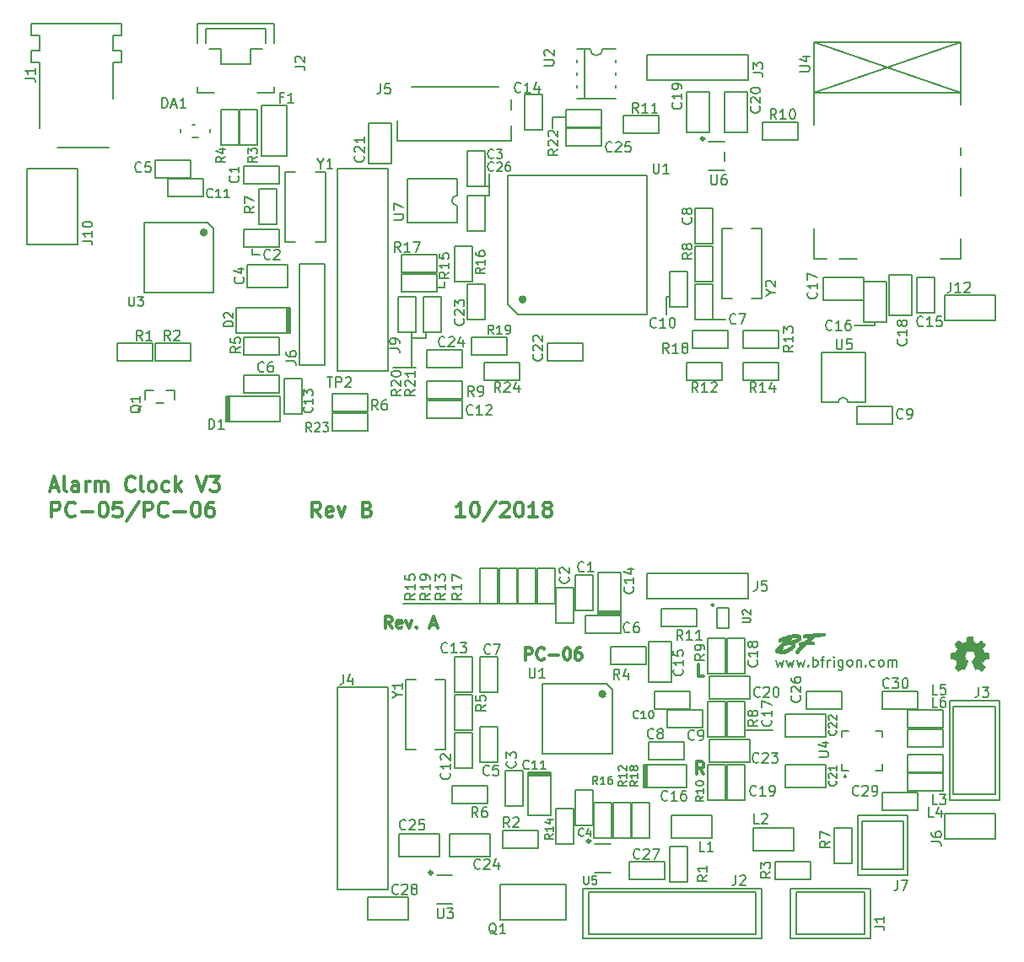
<source format=gto>
G04 #@! TF.GenerationSoftware,KiCad,Pcbnew,5.0.0-fee4fd1~65~ubuntu17.10.1*
G04 #@! TF.CreationDate,2018-10-29T15:17:38-04:00*
G04 #@! TF.ProjectId,panel,70616E656C2E6B696361645F70636200,B*
G04 #@! TF.SameCoordinates,Original*
G04 #@! TF.FileFunction,Legend,Top*
G04 #@! TF.FilePolarity,Positive*
%FSLAX46Y46*%
G04 Gerber Fmt 4.6, Leading zero omitted, Abs format (unit mm)*
G04 Created by KiCad (PCBNEW 5.0.0-fee4fd1~65~ubuntu17.10.1) date Mon Oct 29 15:17:38 2018*
%MOMM*%
%LPD*%
G01*
G04 APERTURE LIST*
%ADD10C,0.300000*%
%ADD11C,0.200000*%
%ADD12C,0.180000*%
%ADD13C,0.150000*%
%ADD14C,0.400000*%
%ADD15C,0.152400*%
%ADD16C,0.050000*%
%ADD17C,0.002540*%
%ADD18C,0.250000*%
G04 APERTURE END LIST*
D10*
X78585714Y-88510000D02*
X79300000Y-88510000D01*
X78442857Y-88938571D02*
X78942857Y-87438571D01*
X79442857Y-88938571D01*
X80157142Y-88938571D02*
X80014285Y-88867142D01*
X79942857Y-88724285D01*
X79942857Y-87438571D01*
X81371428Y-88938571D02*
X81371428Y-88152857D01*
X81300000Y-88010000D01*
X81157142Y-87938571D01*
X80871428Y-87938571D01*
X80728571Y-88010000D01*
X81371428Y-88867142D02*
X81228571Y-88938571D01*
X80871428Y-88938571D01*
X80728571Y-88867142D01*
X80657142Y-88724285D01*
X80657142Y-88581428D01*
X80728571Y-88438571D01*
X80871428Y-88367142D01*
X81228571Y-88367142D01*
X81371428Y-88295714D01*
X82085714Y-88938571D02*
X82085714Y-87938571D01*
X82085714Y-88224285D02*
X82157142Y-88081428D01*
X82228571Y-88010000D01*
X82371428Y-87938571D01*
X82514285Y-87938571D01*
X83014285Y-88938571D02*
X83014285Y-87938571D01*
X83014285Y-88081428D02*
X83085714Y-88010000D01*
X83228571Y-87938571D01*
X83442857Y-87938571D01*
X83585714Y-88010000D01*
X83657142Y-88152857D01*
X83657142Y-88938571D01*
X83657142Y-88152857D02*
X83728571Y-88010000D01*
X83871428Y-87938571D01*
X84085714Y-87938571D01*
X84228571Y-88010000D01*
X84300000Y-88152857D01*
X84300000Y-88938571D01*
X87014285Y-88795714D02*
X86942857Y-88867142D01*
X86728571Y-88938571D01*
X86585714Y-88938571D01*
X86371428Y-88867142D01*
X86228571Y-88724285D01*
X86157142Y-88581428D01*
X86085714Y-88295714D01*
X86085714Y-88081428D01*
X86157142Y-87795714D01*
X86228571Y-87652857D01*
X86371428Y-87510000D01*
X86585714Y-87438571D01*
X86728571Y-87438571D01*
X86942857Y-87510000D01*
X87014285Y-87581428D01*
X87871428Y-88938571D02*
X87728571Y-88867142D01*
X87657142Y-88724285D01*
X87657142Y-87438571D01*
X88657142Y-88938571D02*
X88514285Y-88867142D01*
X88442857Y-88795714D01*
X88371428Y-88652857D01*
X88371428Y-88224285D01*
X88442857Y-88081428D01*
X88514285Y-88010000D01*
X88657142Y-87938571D01*
X88871428Y-87938571D01*
X89014285Y-88010000D01*
X89085714Y-88081428D01*
X89157142Y-88224285D01*
X89157142Y-88652857D01*
X89085714Y-88795714D01*
X89014285Y-88867142D01*
X88871428Y-88938571D01*
X88657142Y-88938571D01*
X90442857Y-88867142D02*
X90300000Y-88938571D01*
X90014285Y-88938571D01*
X89871428Y-88867142D01*
X89800000Y-88795714D01*
X89728571Y-88652857D01*
X89728571Y-88224285D01*
X89800000Y-88081428D01*
X89871428Y-88010000D01*
X90014285Y-87938571D01*
X90300000Y-87938571D01*
X90442857Y-88010000D01*
X91085714Y-88938571D02*
X91085714Y-87438571D01*
X91228571Y-88367142D02*
X91657142Y-88938571D01*
X91657142Y-87938571D02*
X91085714Y-88510000D01*
X93228571Y-87438571D02*
X93728571Y-88938571D01*
X94228571Y-87438571D01*
X94585714Y-87438571D02*
X95514285Y-87438571D01*
X95014285Y-88010000D01*
X95228571Y-88010000D01*
X95371428Y-88081428D01*
X95442857Y-88152857D01*
X95514285Y-88295714D01*
X95514285Y-88652857D01*
X95442857Y-88795714D01*
X95371428Y-88867142D01*
X95228571Y-88938571D01*
X94800000Y-88938571D01*
X94657142Y-88867142D01*
X94585714Y-88795714D01*
X78657142Y-91488571D02*
X78657142Y-89988571D01*
X79228571Y-89988571D01*
X79371428Y-90060000D01*
X79442857Y-90131428D01*
X79514285Y-90274285D01*
X79514285Y-90488571D01*
X79442857Y-90631428D01*
X79371428Y-90702857D01*
X79228571Y-90774285D01*
X78657142Y-90774285D01*
X81014285Y-91345714D02*
X80942857Y-91417142D01*
X80728571Y-91488571D01*
X80585714Y-91488571D01*
X80371428Y-91417142D01*
X80228571Y-91274285D01*
X80157142Y-91131428D01*
X80085714Y-90845714D01*
X80085714Y-90631428D01*
X80157142Y-90345714D01*
X80228571Y-90202857D01*
X80371428Y-90060000D01*
X80585714Y-89988571D01*
X80728571Y-89988571D01*
X80942857Y-90060000D01*
X81014285Y-90131428D01*
X81657142Y-90917142D02*
X82800000Y-90917142D01*
X83800000Y-89988571D02*
X83942857Y-89988571D01*
X84085714Y-90060000D01*
X84157142Y-90131428D01*
X84228571Y-90274285D01*
X84300000Y-90560000D01*
X84300000Y-90917142D01*
X84228571Y-91202857D01*
X84157142Y-91345714D01*
X84085714Y-91417142D01*
X83942857Y-91488571D01*
X83800000Y-91488571D01*
X83657142Y-91417142D01*
X83585714Y-91345714D01*
X83514285Y-91202857D01*
X83442857Y-90917142D01*
X83442857Y-90560000D01*
X83514285Y-90274285D01*
X83585714Y-90131428D01*
X83657142Y-90060000D01*
X83800000Y-89988571D01*
X85657142Y-89988571D02*
X84942857Y-89988571D01*
X84871428Y-90702857D01*
X84942857Y-90631428D01*
X85085714Y-90560000D01*
X85442857Y-90560000D01*
X85585714Y-90631428D01*
X85657142Y-90702857D01*
X85728571Y-90845714D01*
X85728571Y-91202857D01*
X85657142Y-91345714D01*
X85585714Y-91417142D01*
X85442857Y-91488571D01*
X85085714Y-91488571D01*
X84942857Y-91417142D01*
X84871428Y-91345714D01*
X87442857Y-89917142D02*
X86157142Y-91845714D01*
X87942857Y-91488571D02*
X87942857Y-89988571D01*
X88514285Y-89988571D01*
X88657142Y-90060000D01*
X88728571Y-90131428D01*
X88800000Y-90274285D01*
X88800000Y-90488571D01*
X88728571Y-90631428D01*
X88657142Y-90702857D01*
X88514285Y-90774285D01*
X87942857Y-90774285D01*
X90300000Y-91345714D02*
X90228571Y-91417142D01*
X90014285Y-91488571D01*
X89871428Y-91488571D01*
X89657142Y-91417142D01*
X89514285Y-91274285D01*
X89442857Y-91131428D01*
X89371428Y-90845714D01*
X89371428Y-90631428D01*
X89442857Y-90345714D01*
X89514285Y-90202857D01*
X89657142Y-90060000D01*
X89871428Y-89988571D01*
X90014285Y-89988571D01*
X90228571Y-90060000D01*
X90300000Y-90131428D01*
X90942857Y-90917142D02*
X92085714Y-90917142D01*
X93085714Y-89988571D02*
X93228571Y-89988571D01*
X93371428Y-90060000D01*
X93442857Y-90131428D01*
X93514285Y-90274285D01*
X93585714Y-90560000D01*
X93585714Y-90917142D01*
X93514285Y-91202857D01*
X93442857Y-91345714D01*
X93371428Y-91417142D01*
X93228571Y-91488571D01*
X93085714Y-91488571D01*
X92942857Y-91417142D01*
X92871428Y-91345714D01*
X92800000Y-91202857D01*
X92728571Y-90917142D01*
X92728571Y-90560000D01*
X92800000Y-90274285D01*
X92871428Y-90131428D01*
X92942857Y-90060000D01*
X93085714Y-89988571D01*
X94871428Y-89988571D02*
X94585714Y-89988571D01*
X94442857Y-90060000D01*
X94371428Y-90131428D01*
X94228571Y-90345714D01*
X94157142Y-90631428D01*
X94157142Y-91202857D01*
X94228571Y-91345714D01*
X94300000Y-91417142D01*
X94442857Y-91488571D01*
X94728571Y-91488571D01*
X94871428Y-91417142D01*
X94942857Y-91345714D01*
X95014285Y-91202857D01*
X95014285Y-90845714D01*
X94942857Y-90702857D01*
X94871428Y-90631428D01*
X94728571Y-90560000D01*
X94442857Y-90560000D01*
X94300000Y-90631428D01*
X94228571Y-90702857D01*
X94157142Y-90845714D01*
X105657142Y-91488571D02*
X105157142Y-90774285D01*
X104800000Y-91488571D02*
X104800000Y-89988571D01*
X105371428Y-89988571D01*
X105514285Y-90060000D01*
X105585714Y-90131428D01*
X105657142Y-90274285D01*
X105657142Y-90488571D01*
X105585714Y-90631428D01*
X105514285Y-90702857D01*
X105371428Y-90774285D01*
X104800000Y-90774285D01*
X106871428Y-91417142D02*
X106728571Y-91488571D01*
X106442857Y-91488571D01*
X106300000Y-91417142D01*
X106228571Y-91274285D01*
X106228571Y-90702857D01*
X106300000Y-90560000D01*
X106442857Y-90488571D01*
X106728571Y-90488571D01*
X106871428Y-90560000D01*
X106942857Y-90702857D01*
X106942857Y-90845714D01*
X106228571Y-90988571D01*
X107442857Y-90488571D02*
X107800000Y-91488571D01*
X108157142Y-90488571D01*
X110371428Y-90702857D02*
X110585714Y-90774285D01*
X110657142Y-90845714D01*
X110728571Y-90988571D01*
X110728571Y-91202857D01*
X110657142Y-91345714D01*
X110585714Y-91417142D01*
X110442857Y-91488571D01*
X109871428Y-91488571D01*
X109871428Y-89988571D01*
X110371428Y-89988571D01*
X110514285Y-90060000D01*
X110585714Y-90131428D01*
X110657142Y-90274285D01*
X110657142Y-90417142D01*
X110585714Y-90560000D01*
X110514285Y-90631428D01*
X110371428Y-90702857D01*
X109871428Y-90702857D01*
X120157142Y-91488571D02*
X119299999Y-91488571D01*
X119728571Y-91488571D02*
X119728571Y-89988571D01*
X119585714Y-90202857D01*
X119442857Y-90345714D01*
X119299999Y-90417142D01*
X121085714Y-89988571D02*
X121228571Y-89988571D01*
X121371428Y-90060000D01*
X121442857Y-90131428D01*
X121514285Y-90274285D01*
X121585714Y-90560000D01*
X121585714Y-90917142D01*
X121514285Y-91202857D01*
X121442857Y-91345714D01*
X121371428Y-91417142D01*
X121228571Y-91488571D01*
X121085714Y-91488571D01*
X120942857Y-91417142D01*
X120871428Y-91345714D01*
X120799999Y-91202857D01*
X120728571Y-90917142D01*
X120728571Y-90560000D01*
X120799999Y-90274285D01*
X120871428Y-90131428D01*
X120942857Y-90060000D01*
X121085714Y-89988571D01*
X123299999Y-89917142D02*
X122014285Y-91845714D01*
X123728571Y-90131428D02*
X123799999Y-90060000D01*
X123942857Y-89988571D01*
X124299999Y-89988571D01*
X124442857Y-90060000D01*
X124514285Y-90131428D01*
X124585714Y-90274285D01*
X124585714Y-90417142D01*
X124514285Y-90631428D01*
X123657142Y-91488571D01*
X124585714Y-91488571D01*
X125514285Y-89988571D02*
X125657142Y-89988571D01*
X125799999Y-90060000D01*
X125871428Y-90131428D01*
X125942857Y-90274285D01*
X126014285Y-90560000D01*
X126014285Y-90917142D01*
X125942857Y-91202857D01*
X125871428Y-91345714D01*
X125799999Y-91417142D01*
X125657142Y-91488571D01*
X125514285Y-91488571D01*
X125371428Y-91417142D01*
X125299999Y-91345714D01*
X125228571Y-91202857D01*
X125157142Y-90917142D01*
X125157142Y-90560000D01*
X125228571Y-90274285D01*
X125299999Y-90131428D01*
X125371428Y-90060000D01*
X125514285Y-89988571D01*
X127442857Y-91488571D02*
X126585714Y-91488571D01*
X127014285Y-91488571D02*
X127014285Y-89988571D01*
X126871428Y-90202857D01*
X126728571Y-90345714D01*
X126585714Y-90417142D01*
X128299999Y-90631428D02*
X128157142Y-90560000D01*
X128085714Y-90488571D01*
X128014285Y-90345714D01*
X128014285Y-90274285D01*
X128085714Y-90131428D01*
X128157142Y-90060000D01*
X128299999Y-89988571D01*
X128585714Y-89988571D01*
X128728571Y-90060000D01*
X128799999Y-90131428D01*
X128871428Y-90274285D01*
X128871428Y-90345714D01*
X128799999Y-90488571D01*
X128728571Y-90560000D01*
X128585714Y-90631428D01*
X128299999Y-90631428D01*
X128157142Y-90702857D01*
X128085714Y-90774285D01*
X128014285Y-90917142D01*
X128014285Y-91202857D01*
X128085714Y-91345714D01*
X128157142Y-91417142D01*
X128299999Y-91488571D01*
X128585714Y-91488571D01*
X128728571Y-91417142D01*
X128799999Y-91345714D01*
X128871428Y-91202857D01*
X128871428Y-90917142D01*
X128799999Y-90774285D01*
X128728571Y-90702857D01*
X128585714Y-90631428D01*
D11*
X161290000Y-72263000D02*
X159258000Y-72263000D01*
X161290000Y-71882000D02*
X161290000Y-72263000D01*
X128968500Y-51371500D02*
X130175000Y-51371500D01*
X128968500Y-52451000D02*
X128968500Y-51371500D01*
X145034000Y-71628000D02*
X146304000Y-71628000D01*
X140335000Y-69342000D02*
X140335000Y-71120000D01*
X140589000Y-69342000D02*
X140335000Y-69342000D01*
X122555000Y-58293000D02*
X122174000Y-58293000D01*
X116205000Y-73533000D02*
X116205000Y-72898000D01*
X114808000Y-73533000D02*
X116205000Y-73533000D01*
X98806000Y-65151000D02*
X98806000Y-64516000D01*
X99568000Y-65151000D02*
X98806000Y-65151000D01*
X114808000Y-76454000D02*
X114808000Y-72898000D01*
X112903000Y-76454000D02*
X115189000Y-76454000D01*
X118110000Y-68453000D02*
X117348000Y-68453000D01*
X118110000Y-67818000D02*
X118110000Y-68453000D01*
X122555000Y-59182000D02*
X122555000Y-57023000D01*
X122174000Y-59182000D02*
X122555000Y-59182000D01*
X151384761Y-105830714D02*
X151575238Y-106497380D01*
X151765714Y-106021190D01*
X151956190Y-106497380D01*
X152146666Y-105830714D01*
X152432380Y-105830714D02*
X152622857Y-106497380D01*
X152813333Y-106021190D01*
X153003809Y-106497380D01*
X153194285Y-105830714D01*
X153480000Y-105830714D02*
X153670476Y-106497380D01*
X153860952Y-106021190D01*
X154051428Y-106497380D01*
X154241904Y-105830714D01*
X154622857Y-106402142D02*
X154670476Y-106449761D01*
X154622857Y-106497380D01*
X154575238Y-106449761D01*
X154622857Y-106402142D01*
X154622857Y-106497380D01*
X155099047Y-106497380D02*
X155099047Y-105497380D01*
X155099047Y-105878333D02*
X155194285Y-105830714D01*
X155384761Y-105830714D01*
X155480000Y-105878333D01*
X155527619Y-105925952D01*
X155575238Y-106021190D01*
X155575238Y-106306904D01*
X155527619Y-106402142D01*
X155480000Y-106449761D01*
X155384761Y-106497380D01*
X155194285Y-106497380D01*
X155099047Y-106449761D01*
X155860952Y-105830714D02*
X156241904Y-105830714D01*
X156003809Y-106497380D02*
X156003809Y-105640238D01*
X156051428Y-105545000D01*
X156146666Y-105497380D01*
X156241904Y-105497380D01*
X156575238Y-106497380D02*
X156575238Y-105830714D01*
X156575238Y-106021190D02*
X156622857Y-105925952D01*
X156670476Y-105878333D01*
X156765714Y-105830714D01*
X156860952Y-105830714D01*
X157194285Y-106497380D02*
X157194285Y-105830714D01*
X157194285Y-105497380D02*
X157146666Y-105545000D01*
X157194285Y-105592619D01*
X157241904Y-105545000D01*
X157194285Y-105497380D01*
X157194285Y-105592619D01*
X158099047Y-105830714D02*
X158099047Y-106640238D01*
X158051428Y-106735476D01*
X158003809Y-106783095D01*
X157908571Y-106830714D01*
X157765714Y-106830714D01*
X157670476Y-106783095D01*
X158099047Y-106449761D02*
X158003809Y-106497380D01*
X157813333Y-106497380D01*
X157718095Y-106449761D01*
X157670476Y-106402142D01*
X157622857Y-106306904D01*
X157622857Y-106021190D01*
X157670476Y-105925952D01*
X157718095Y-105878333D01*
X157813333Y-105830714D01*
X158003809Y-105830714D01*
X158099047Y-105878333D01*
X158718095Y-106497380D02*
X158622857Y-106449761D01*
X158575238Y-106402142D01*
X158527619Y-106306904D01*
X158527619Y-106021190D01*
X158575238Y-105925952D01*
X158622857Y-105878333D01*
X158718095Y-105830714D01*
X158860952Y-105830714D01*
X158956190Y-105878333D01*
X159003809Y-105925952D01*
X159051428Y-106021190D01*
X159051428Y-106306904D01*
X159003809Y-106402142D01*
X158956190Y-106449761D01*
X158860952Y-106497380D01*
X158718095Y-106497380D01*
X159480000Y-105830714D02*
X159480000Y-106497380D01*
X159480000Y-105925952D02*
X159527619Y-105878333D01*
X159622857Y-105830714D01*
X159765714Y-105830714D01*
X159860952Y-105878333D01*
X159908571Y-105973571D01*
X159908571Y-106497380D01*
X160384761Y-106402142D02*
X160432380Y-106449761D01*
X160384761Y-106497380D01*
X160337142Y-106449761D01*
X160384761Y-106402142D01*
X160384761Y-106497380D01*
X161289523Y-106449761D02*
X161194285Y-106497380D01*
X161003809Y-106497380D01*
X160908571Y-106449761D01*
X160860952Y-106402142D01*
X160813333Y-106306904D01*
X160813333Y-106021190D01*
X160860952Y-105925952D01*
X160908571Y-105878333D01*
X161003809Y-105830714D01*
X161194285Y-105830714D01*
X161289523Y-105878333D01*
X161860952Y-106497380D02*
X161765714Y-106449761D01*
X161718095Y-106402142D01*
X161670476Y-106306904D01*
X161670476Y-106021190D01*
X161718095Y-105925952D01*
X161765714Y-105878333D01*
X161860952Y-105830714D01*
X162003809Y-105830714D01*
X162099047Y-105878333D01*
X162146666Y-105925952D01*
X162194285Y-106021190D01*
X162194285Y-106306904D01*
X162146666Y-106402142D01*
X162099047Y-106449761D01*
X162003809Y-106497380D01*
X161860952Y-106497380D01*
X162622857Y-106497380D02*
X162622857Y-105830714D01*
X162622857Y-105925952D02*
X162670476Y-105878333D01*
X162765714Y-105830714D01*
X162908571Y-105830714D01*
X163003809Y-105878333D01*
X163051428Y-105973571D01*
X163051428Y-106497380D01*
X163051428Y-105973571D02*
X163099047Y-105878333D01*
X163194285Y-105830714D01*
X163337142Y-105830714D01*
X163432380Y-105878333D01*
X163480000Y-105973571D01*
X163480000Y-106497380D01*
D10*
X112823857Y-102650857D02*
X112423857Y-102079428D01*
X112138142Y-102650857D02*
X112138142Y-101450857D01*
X112595285Y-101450857D01*
X112709571Y-101508000D01*
X112766714Y-101565142D01*
X112823857Y-101679428D01*
X112823857Y-101850857D01*
X112766714Y-101965142D01*
X112709571Y-102022285D01*
X112595285Y-102079428D01*
X112138142Y-102079428D01*
X113795285Y-102593714D02*
X113681000Y-102650857D01*
X113452428Y-102650857D01*
X113338142Y-102593714D01*
X113281000Y-102479428D01*
X113281000Y-102022285D01*
X113338142Y-101908000D01*
X113452428Y-101850857D01*
X113681000Y-101850857D01*
X113795285Y-101908000D01*
X113852428Y-102022285D01*
X113852428Y-102136571D01*
X113281000Y-102250857D01*
X114252428Y-101850857D02*
X114538142Y-102650857D01*
X114823857Y-101850857D01*
X115281000Y-102536571D02*
X115338142Y-102593714D01*
X115281000Y-102650857D01*
X115223857Y-102593714D01*
X115281000Y-102536571D01*
X115281000Y-102650857D01*
X116709571Y-102308000D02*
X117281000Y-102308000D01*
X116595285Y-102650857D02*
X116995285Y-101450857D01*
X117395285Y-102650857D01*
X126232000Y-105825857D02*
X126232000Y-104625857D01*
X126689142Y-104625857D01*
X126803428Y-104683000D01*
X126860571Y-104740142D01*
X126917714Y-104854428D01*
X126917714Y-105025857D01*
X126860571Y-105140142D01*
X126803428Y-105197285D01*
X126689142Y-105254428D01*
X126232000Y-105254428D01*
X128117714Y-105711571D02*
X128060571Y-105768714D01*
X127889142Y-105825857D01*
X127774857Y-105825857D01*
X127603428Y-105768714D01*
X127489142Y-105654428D01*
X127432000Y-105540142D01*
X127374857Y-105311571D01*
X127374857Y-105140142D01*
X127432000Y-104911571D01*
X127489142Y-104797285D01*
X127603428Y-104683000D01*
X127774857Y-104625857D01*
X127889142Y-104625857D01*
X128060571Y-104683000D01*
X128117714Y-104740142D01*
X128632000Y-105368714D02*
X129546285Y-105368714D01*
X130346285Y-104625857D02*
X130460571Y-104625857D01*
X130574857Y-104683000D01*
X130632000Y-104740142D01*
X130689142Y-104854428D01*
X130746285Y-105083000D01*
X130746285Y-105368714D01*
X130689142Y-105597285D01*
X130632000Y-105711571D01*
X130574857Y-105768714D01*
X130460571Y-105825857D01*
X130346285Y-105825857D01*
X130232000Y-105768714D01*
X130174857Y-105711571D01*
X130117714Y-105597285D01*
X130060571Y-105368714D01*
X130060571Y-105083000D01*
X130117714Y-104854428D01*
X130174857Y-104740142D01*
X130232000Y-104683000D01*
X130346285Y-104625857D01*
X131774857Y-104625857D02*
X131546285Y-104625857D01*
X131432000Y-104683000D01*
X131374857Y-104740142D01*
X131260571Y-104911571D01*
X131203428Y-105140142D01*
X131203428Y-105597285D01*
X131260571Y-105711571D01*
X131317714Y-105768714D01*
X131432000Y-105825857D01*
X131660571Y-105825857D01*
X131774857Y-105768714D01*
X131832000Y-105711571D01*
X131889142Y-105597285D01*
X131889142Y-105311571D01*
X131832000Y-105197285D01*
X131774857Y-105140142D01*
X131660571Y-105083000D01*
X131432000Y-105083000D01*
X131317714Y-105140142D01*
X131260571Y-105197285D01*
X131203428Y-105311571D01*
X144135428Y-107476857D02*
X143564000Y-107476857D01*
X143564000Y-106276857D01*
X144135428Y-117255857D02*
X143735428Y-116684428D01*
X143449714Y-117255857D02*
X143449714Y-116055857D01*
X143906857Y-116055857D01*
X144021142Y-116113000D01*
X144078285Y-116170142D01*
X144135428Y-116284428D01*
X144135428Y-116455857D01*
X144078285Y-116570142D01*
X144021142Y-116627285D01*
X143906857Y-116684428D01*
X143449714Y-116684428D01*
D11*
X113919000Y-100203000D02*
X121539000Y-100203000D01*
X151003000Y-112903000D02*
X148336000Y-112903000D01*
D12*
G04 #@! TO.C,U4*
X155194000Y-48895000D02*
X169926000Y-43815000D01*
X169926000Y-48895000D02*
X155194000Y-43815000D01*
X155194000Y-48895000D02*
X169926000Y-48895000D01*
X169926000Y-43815000D02*
X169926000Y-50038000D01*
X169926000Y-55118000D02*
X169926000Y-54356000D01*
X169926000Y-59182000D02*
X169926000Y-56388000D01*
X169926000Y-65532000D02*
X169926000Y-63500000D01*
X169926000Y-65532000D02*
X167894000Y-65532000D01*
X157734000Y-65532000D02*
X159512000Y-65532000D01*
X155194000Y-65532000D02*
X156464000Y-65532000D01*
X155194000Y-43815000D02*
X155194000Y-52070000D01*
X155194000Y-65532000D02*
X155194000Y-62484000D01*
X155194000Y-43815000D02*
X169926000Y-43815000D01*
G04 #@! TO.C,J5*
X123530000Y-48260000D02*
X114780000Y-48260000D01*
X124780000Y-53710000D02*
X113380000Y-53710000D01*
X113380000Y-53710000D02*
X113380000Y-51710000D01*
X124780000Y-49560000D02*
X124780000Y-50560000D01*
X124780000Y-53710000D02*
X124780000Y-52160000D01*
G04 #@! TO.C,Q1*
X88085000Y-78725000D02*
X88885000Y-78725000D01*
X90985000Y-78725000D02*
X90185000Y-78725000D01*
X88085000Y-78725000D02*
X88085000Y-79675000D01*
X90985000Y-78725000D02*
X90985000Y-79675000D01*
X89185000Y-80025000D02*
X89885000Y-80025000D01*
G04 #@! TO.C,C4*
X102362000Y-68453000D02*
X102362000Y-66167000D01*
X98298000Y-68453000D02*
X102362000Y-68453000D01*
X98298000Y-66167000D02*
X98298000Y-68453000D01*
X102362000Y-66167000D02*
X98298000Y-66167000D01*
G04 #@! TO.C,R24*
X122047000Y-75946000D02*
X125603000Y-75946000D01*
X125603000Y-75946000D02*
X125603000Y-77724000D01*
X125603000Y-77724000D02*
X122047000Y-77724000D01*
X122047000Y-77724000D02*
X122047000Y-75946000D01*
G04 #@! TO.C,C13*
X101981000Y-81153000D02*
X101981000Y-77597000D01*
X101981000Y-77597000D02*
X103759000Y-77597000D01*
X103759000Y-77597000D02*
X103759000Y-81153000D01*
X103759000Y-81153000D02*
X101981000Y-81153000D01*
G04 #@! TO.C,J12*
X173355000Y-69215000D02*
X173355000Y-71755000D01*
X168275000Y-69215000D02*
X173355000Y-69215000D01*
X168275000Y-71755000D02*
X168275000Y-69215000D01*
X173355000Y-71755000D02*
X168275000Y-71755000D01*
G04 #@! TO.C,U7*
X114340000Y-57490000D02*
X119340000Y-57490000D01*
X114340000Y-61890000D02*
X114340000Y-57490000D01*
X119340000Y-61890000D02*
X114340000Y-61890000D01*
X118840000Y-59690000D02*
G75*
G03X119340000Y-60190000I500000J0D01*
G01*
X119340000Y-59190000D02*
G75*
G03X118840000Y-59690000I0J-500000D01*
G01*
X119340000Y-60190000D02*
X119340000Y-61890000D01*
X119340000Y-59190000D02*
X119340000Y-57490000D01*
G04 #@! TO.C,U5*
X160315000Y-74970000D02*
X160315000Y-79970000D01*
X155915000Y-74970000D02*
X160315000Y-74970000D01*
X155915000Y-79970000D02*
X155915000Y-74970000D01*
X158115000Y-79470000D02*
G75*
G03X157615000Y-79970000I0J-500000D01*
G01*
X158615000Y-79970000D02*
G75*
G03X158115000Y-79470000I-500000J0D01*
G01*
X157615000Y-79970000D02*
X155915000Y-79970000D01*
X158615000Y-79970000D02*
X160315000Y-79970000D01*
G04 #@! TO.C,Y2*
X149955000Y-62540000D02*
X149955000Y-69540000D01*
X149955000Y-69540000D02*
X148955000Y-69540000D01*
X146955000Y-69540000D02*
X145955000Y-69540000D01*
X145955000Y-69540000D02*
X145955000Y-62540000D01*
X145955000Y-62540000D02*
X146955000Y-62540000D01*
X149955000Y-62540000D02*
X148955000Y-62540000D01*
G04 #@! TO.C,Y1*
X102140000Y-63825000D02*
X102140000Y-56825000D01*
X102140000Y-56825000D02*
X103140000Y-56825000D01*
X105140000Y-56825000D02*
X106140000Y-56825000D01*
X106140000Y-56825000D02*
X106140000Y-63825000D01*
X106140000Y-63825000D02*
X105140000Y-63825000D01*
X102140000Y-63825000D02*
X103140000Y-63825000D01*
G04 #@! TO.C,J2*
X94155000Y-43910000D02*
X94155000Y-42410000D01*
X95655000Y-44510000D02*
X94455000Y-44510000D01*
X95655000Y-46010000D02*
X95655000Y-44510000D01*
X98655000Y-46010000D02*
X95655000Y-46010000D01*
X98655000Y-44510000D02*
X98655000Y-46010000D01*
X99855000Y-44510000D02*
X98655000Y-44510000D01*
X100155000Y-42410000D02*
X100155000Y-43910000D01*
X100155000Y-42410000D02*
X94155000Y-42410000D01*
X101005000Y-41910000D02*
X93305000Y-41910000D01*
X93305000Y-41910000D02*
X93305000Y-43910000D01*
X101005000Y-41910000D02*
X101005000Y-43910000D01*
X101005000Y-48310000D02*
X101005000Y-48910000D01*
X101005000Y-48910000D02*
X99305000Y-48910000D01*
X95005000Y-48910000D02*
X93305000Y-48910000D01*
X93305000Y-48910000D02*
X93305000Y-48310000D01*
D13*
G04 #@! TO.C,J1*
X79245000Y-54410000D02*
X84445000Y-54410000D01*
X76645000Y-44610000D02*
X76645000Y-45810000D01*
X77445000Y-44610000D02*
X76645000Y-44610000D01*
X77445000Y-43110000D02*
X77445000Y-44610000D01*
X76645000Y-43110000D02*
X77445000Y-43110000D01*
X76645000Y-41910000D02*
X76645000Y-43110000D01*
X85645000Y-44610000D02*
X85645000Y-45810000D01*
X85645000Y-41910000D02*
X85645000Y-43110000D01*
X84845000Y-44610000D02*
X85645000Y-44610000D01*
X84845000Y-43110000D02*
X84845000Y-44610000D01*
X85645000Y-43110000D02*
X84845000Y-43110000D01*
X77445000Y-45810000D02*
X77445000Y-52410000D01*
X76645000Y-45810000D02*
X77445000Y-45810000D01*
X84845000Y-45810000D02*
X84845000Y-49510000D01*
X85645000Y-45810000D02*
X84845000Y-45810000D01*
X76645000Y-41910000D02*
X85645000Y-41910000D01*
D12*
G04 #@! TO.C,U2*
X132715000Y-44490000D02*
G75*
G03X133985000Y-44490000I635000J0D01*
G01*
X131400000Y-48133000D02*
X131400000Y-48387000D01*
X131400000Y-46863000D02*
X131400000Y-47117000D01*
X131400000Y-45593000D02*
X131400000Y-45847000D01*
X135300000Y-48133000D02*
X135300000Y-48387000D01*
X135300000Y-46863000D02*
X135300000Y-47117000D01*
X135300000Y-45593000D02*
X135300000Y-45847000D01*
X132150000Y-49490000D02*
X132150000Y-44490000D01*
X133985000Y-44490000D02*
X135300000Y-44490000D01*
X131400000Y-44490000D02*
X132715000Y-44490000D01*
X135300000Y-49490000D02*
X131400000Y-49490000D01*
G04 #@! TO.C,U3*
X94940000Y-62505000D02*
X94940000Y-68905000D01*
X94940000Y-68905000D02*
X87940000Y-68905000D01*
X87940000Y-68905000D02*
X87940000Y-61905000D01*
X87940000Y-61905000D02*
X94340000Y-61905000D01*
X94940000Y-62505000D02*
X94340000Y-61905000D01*
D14*
X94140000Y-62905000D02*
G75*
G03X94140000Y-62905000I-200000J0D01*
G01*
D12*
G04 #@! TO.C,U1*
X124445000Y-70135000D02*
X124445000Y-57135000D01*
X124445000Y-57135000D02*
X138445000Y-57135000D01*
X138445000Y-57135000D02*
X138445000Y-71135000D01*
X138445000Y-71135000D02*
X125445000Y-71135000D01*
X124445000Y-70135000D02*
X125445000Y-71135000D01*
D14*
X126145000Y-69635000D02*
G75*
G03X126145000Y-69635000I-200000J0D01*
G01*
D12*
G04 #@! TO.C,C26*
X120396000Y-62738000D02*
X120396000Y-59182000D01*
X120396000Y-59182000D02*
X122174000Y-59182000D01*
X122174000Y-59182000D02*
X122174000Y-62738000D01*
X122174000Y-62738000D02*
X120396000Y-62738000D01*
G04 #@! TO.C,C25*
X130302000Y-52451000D02*
X133858000Y-52451000D01*
X133858000Y-52451000D02*
X133858000Y-54229000D01*
X133858000Y-54229000D02*
X130302000Y-54229000D01*
X130302000Y-54229000D02*
X130302000Y-52451000D01*
G04 #@! TO.C,R8*
X143256000Y-67818000D02*
X143256000Y-64262000D01*
X143256000Y-64262000D02*
X145034000Y-64262000D01*
X145034000Y-64262000D02*
X145034000Y-67818000D01*
X145034000Y-67818000D02*
X143256000Y-67818000D01*
G04 #@! TO.C,R7*
X99441000Y-58547000D02*
X101219000Y-58547000D01*
X99441000Y-62103000D02*
X99441000Y-58547000D01*
X101219000Y-62103000D02*
X99441000Y-62103000D01*
X101219000Y-58547000D02*
X101219000Y-62103000D01*
G04 #@! TO.C,R5*
X97917000Y-73406000D02*
X101473000Y-73406000D01*
X101473000Y-73406000D02*
X101473000Y-75184000D01*
X101473000Y-75184000D02*
X97917000Y-75184000D01*
X97917000Y-75184000D02*
X97917000Y-73406000D01*
G04 #@! TO.C,R4*
X95631000Y-50609500D02*
X97409000Y-50609500D01*
X95631000Y-54165500D02*
X95631000Y-50609500D01*
X97409000Y-54165500D02*
X95631000Y-54165500D01*
X97409000Y-50609500D02*
X97409000Y-54165500D01*
G04 #@! TO.C,R3*
X99314000Y-50609500D02*
X99314000Y-54165500D01*
X99314000Y-54165500D02*
X97536000Y-54165500D01*
X97536000Y-54165500D02*
X97536000Y-50609500D01*
X97536000Y-50609500D02*
X99314000Y-50609500D01*
G04 #@! TO.C,J10*
X76200000Y-56515000D02*
X81280000Y-56515000D01*
X81280000Y-64135000D02*
X76200000Y-64135000D01*
X81280000Y-56515000D02*
X81280000Y-64135000D01*
X76200000Y-64135000D02*
X76200000Y-56515000D01*
G04 #@! TO.C,C20*
X148463000Y-48768000D02*
X146177000Y-48768000D01*
X148463000Y-52832000D02*
X148463000Y-48768000D01*
X146177000Y-52832000D02*
X148463000Y-52832000D01*
X146177000Y-48768000D02*
X146177000Y-52832000D01*
G04 #@! TO.C,C19*
X142367000Y-48768000D02*
X142367000Y-52832000D01*
X142367000Y-52832000D02*
X144653000Y-52832000D01*
X144653000Y-52832000D02*
X144653000Y-48768000D01*
X144653000Y-48768000D02*
X142367000Y-48768000D01*
D10*
G04 #@! TO.C,U6*
X144165000Y-53495000D02*
G75*
G03X144165000Y-53495000I-150000J0D01*
G01*
D12*
X146215000Y-54795000D02*
X146215000Y-55695000D01*
X146215000Y-56695000D02*
X144615000Y-56695000D01*
X146215000Y-53795000D02*
X144615000Y-53795000D01*
G04 #@! TO.C,C12*
X116332000Y-81534000D02*
X116332000Y-79756000D01*
X119888000Y-81534000D02*
X116332000Y-81534000D01*
X119888000Y-79756000D02*
X119888000Y-81534000D01*
X116332000Y-79756000D02*
X119888000Y-79756000D01*
G04 #@! TO.C,J3*
X138430000Y-47625000D02*
X138430000Y-45085000D01*
X148590000Y-47625000D02*
X138430000Y-47625000D01*
X148590000Y-45085000D02*
X148590000Y-47625000D01*
X138430000Y-45085000D02*
X148590000Y-45085000D01*
G04 #@! TO.C,C1*
X101473000Y-56261000D02*
X101473000Y-58039000D01*
X97917000Y-56261000D02*
X101473000Y-56261000D01*
X97917000Y-58039000D02*
X97917000Y-56261000D01*
X101473000Y-58039000D02*
X97917000Y-58039000D01*
G04 #@! TO.C,C2*
X101473000Y-62611000D02*
X101473000Y-64389000D01*
X97917000Y-62611000D02*
X101473000Y-62611000D01*
X97917000Y-64389000D02*
X97917000Y-62611000D01*
X101473000Y-64389000D02*
X97917000Y-64389000D01*
G04 #@! TO.C,C5*
X89027000Y-57404000D02*
X89027000Y-55626000D01*
X92583000Y-57404000D02*
X89027000Y-57404000D01*
X92583000Y-55626000D02*
X92583000Y-57404000D01*
X89027000Y-55626000D02*
X92583000Y-55626000D01*
G04 #@! TO.C,C6*
X101473000Y-77216000D02*
X101473000Y-78994000D01*
X97917000Y-77216000D02*
X101473000Y-77216000D01*
X97917000Y-78994000D02*
X97917000Y-77216000D01*
X101473000Y-78994000D02*
X97917000Y-78994000D01*
G04 #@! TO.C,C7*
X143256000Y-68072000D02*
X145034000Y-68072000D01*
X143256000Y-71628000D02*
X143256000Y-68072000D01*
X145034000Y-71628000D02*
X143256000Y-71628000D01*
X145034000Y-68072000D02*
X145034000Y-71628000D01*
G04 #@! TO.C,C8*
X145034000Y-64008000D02*
X143256000Y-64008000D01*
X145034000Y-60452000D02*
X145034000Y-64008000D01*
X143256000Y-60452000D02*
X145034000Y-60452000D01*
X143256000Y-64008000D02*
X143256000Y-60452000D01*
G04 #@! TO.C,C9*
X163068000Y-82169000D02*
X159512000Y-82169000D01*
X159512000Y-82169000D02*
X159512000Y-80391000D01*
X159512000Y-80391000D02*
X163068000Y-80391000D01*
X163068000Y-80391000D02*
X163068000Y-82169000D01*
G04 #@! TO.C,C10*
X140716000Y-66802000D02*
X142494000Y-66802000D01*
X140716000Y-70358000D02*
X140716000Y-66802000D01*
X142494000Y-70358000D02*
X140716000Y-70358000D01*
X142494000Y-66802000D02*
X142494000Y-70358000D01*
G04 #@! TO.C,J9*
X112395000Y-56515000D02*
X112395000Y-76835000D01*
X107315000Y-76835000D02*
X107315000Y-56515000D01*
X107315000Y-56515000D02*
X112395000Y-56515000D01*
X112395000Y-76835000D02*
X107315000Y-76835000D01*
G04 #@! TO.C,R10*
X153543000Y-51816000D02*
X153543000Y-53594000D01*
X149987000Y-51816000D02*
X153543000Y-51816000D01*
X149987000Y-53594000D02*
X149987000Y-51816000D01*
X153543000Y-53594000D02*
X149987000Y-53594000D01*
G04 #@! TO.C,C11*
X90297000Y-59309000D02*
X90297000Y-57531000D01*
X93853000Y-59309000D02*
X90297000Y-59309000D01*
X93853000Y-57531000D02*
X93853000Y-59309000D01*
X90297000Y-57531000D02*
X93853000Y-57531000D01*
G04 #@! TO.C,R6*
X110363000Y-79121000D02*
X110363000Y-80899000D01*
X106807000Y-79121000D02*
X110363000Y-79121000D01*
X106807000Y-80899000D02*
X106807000Y-79121000D01*
X110363000Y-80899000D02*
X106807000Y-80899000D01*
G04 #@! TO.C,R9*
X119888000Y-77851000D02*
X119888000Y-79629000D01*
X116332000Y-77851000D02*
X119888000Y-77851000D01*
X116332000Y-79629000D02*
X116332000Y-77851000D01*
X119888000Y-79629000D02*
X116332000Y-79629000D01*
G04 #@! TO.C,R11*
X136017000Y-51181000D02*
X139573000Y-51181000D01*
X139573000Y-51181000D02*
X139573000Y-52959000D01*
X139573000Y-52959000D02*
X136017000Y-52959000D01*
X136017000Y-52959000D02*
X136017000Y-51181000D01*
G04 #@! TO.C,C15*
X167259000Y-70993000D02*
X165481000Y-70993000D01*
X167259000Y-67437000D02*
X167259000Y-70993000D01*
X165481000Y-67437000D02*
X167259000Y-67437000D01*
X165481000Y-70993000D02*
X165481000Y-67437000D01*
G04 #@! TO.C,C16*
X160147000Y-67818000D02*
X160147000Y-71882000D01*
X160147000Y-71882000D02*
X162433000Y-71882000D01*
X162433000Y-71882000D02*
X162433000Y-67818000D01*
X162433000Y-67818000D02*
X160147000Y-67818000D01*
G04 #@! TO.C,C18*
X162687000Y-71247000D02*
X164973000Y-71247000D01*
X162687000Y-67183000D02*
X162687000Y-71247000D01*
X164973000Y-67183000D02*
X162687000Y-67183000D01*
X164973000Y-71247000D02*
X164973000Y-67183000D01*
G04 #@! TO.C,R12*
X142367000Y-75946000D02*
X145923000Y-75946000D01*
X145923000Y-75946000D02*
X145923000Y-77724000D01*
X145923000Y-77724000D02*
X142367000Y-77724000D01*
X142367000Y-77724000D02*
X142367000Y-75946000D01*
G04 #@! TO.C,R13*
X148082000Y-72771000D02*
X151638000Y-72771000D01*
X151638000Y-72771000D02*
X151638000Y-74549000D01*
X151638000Y-74549000D02*
X148082000Y-74549000D01*
X148082000Y-74549000D02*
X148082000Y-72771000D01*
G04 #@! TO.C,R14*
X148082000Y-77724000D02*
X148082000Y-75946000D01*
X151638000Y-77724000D02*
X148082000Y-77724000D01*
X151638000Y-75946000D02*
X151638000Y-77724000D01*
X148082000Y-75946000D02*
X151638000Y-75946000D01*
G04 #@! TO.C,C17*
X156083000Y-69723000D02*
X160147000Y-69723000D01*
X160147000Y-69723000D02*
X160147000Y-67437000D01*
X160147000Y-67437000D02*
X156083000Y-67437000D01*
X156083000Y-67437000D02*
X156083000Y-69723000D01*
G04 #@! TO.C,C21*
X112776000Y-56007000D02*
X112776000Y-51943000D01*
X112776000Y-51943000D02*
X110490000Y-51943000D01*
X110490000Y-51943000D02*
X110490000Y-56007000D01*
X110490000Y-56007000D02*
X112776000Y-56007000D01*
G04 #@! TO.C,R15*
X113792000Y-67056000D02*
X117348000Y-67056000D01*
X117348000Y-67056000D02*
X117348000Y-68834000D01*
X117348000Y-68834000D02*
X113792000Y-68834000D01*
X113792000Y-68834000D02*
X113792000Y-67056000D01*
G04 #@! TO.C,R16*
X119126000Y-64262000D02*
X120904000Y-64262000D01*
X119126000Y-67818000D02*
X119126000Y-64262000D01*
X120904000Y-67818000D02*
X119126000Y-67818000D01*
X120904000Y-64262000D02*
X120904000Y-67818000D01*
G04 #@! TO.C,R17*
X113792000Y-65151000D02*
X117348000Y-65151000D01*
X117348000Y-65151000D02*
X117348000Y-66929000D01*
X117348000Y-66929000D02*
X113792000Y-66929000D01*
X113792000Y-66929000D02*
X113792000Y-65151000D01*
G04 #@! TO.C,R18*
X146558000Y-72771000D02*
X146558000Y-74549000D01*
X143002000Y-72771000D02*
X146558000Y-72771000D01*
X143002000Y-74549000D02*
X143002000Y-72771000D01*
X146558000Y-74549000D02*
X143002000Y-74549000D01*
G04 #@! TO.C,C22*
X131953000Y-75819000D02*
X128397000Y-75819000D01*
X128397000Y-75819000D02*
X128397000Y-74041000D01*
X128397000Y-74041000D02*
X131953000Y-74041000D01*
X131953000Y-74041000D02*
X131953000Y-75819000D01*
G04 #@! TO.C,C23*
X122174000Y-68072000D02*
X122174000Y-71628000D01*
X122174000Y-71628000D02*
X120396000Y-71628000D01*
X120396000Y-71628000D02*
X120396000Y-68072000D01*
X120396000Y-68072000D02*
X122174000Y-68072000D01*
G04 #@! TO.C,C24*
X119888000Y-74676000D02*
X119888000Y-76454000D01*
X116332000Y-74676000D02*
X119888000Y-74676000D01*
X116332000Y-76454000D02*
X116332000Y-74676000D01*
X119888000Y-76454000D02*
X116332000Y-76454000D01*
G04 #@! TO.C,C3*
X120396000Y-58293000D02*
X120396000Y-54737000D01*
X120396000Y-54737000D02*
X122174000Y-54737000D01*
X122174000Y-54737000D02*
X122174000Y-58293000D01*
X122174000Y-58293000D02*
X120396000Y-58293000D01*
G04 #@! TO.C,R23*
X110363000Y-82804000D02*
X106807000Y-82804000D01*
X106807000Y-82804000D02*
X106807000Y-81026000D01*
X106807000Y-81026000D02*
X110363000Y-81026000D01*
X110363000Y-81026000D02*
X110363000Y-82804000D01*
G04 #@! TO.C,D1*
X96139000Y-79375000D02*
X96139000Y-81915000D01*
X96266000Y-79375000D02*
X96266000Y-81915000D01*
X96393000Y-79375000D02*
X96393000Y-81915000D01*
X96520000Y-79375000D02*
X96520000Y-81915000D01*
X101600000Y-79375000D02*
X96139000Y-79375000D01*
X101600000Y-81915000D02*
X101600000Y-79375000D01*
X96139000Y-81915000D02*
X101600000Y-81915000D01*
G04 #@! TO.C,D2*
X102616000Y-70485000D02*
X97155000Y-70485000D01*
X97155000Y-70485000D02*
X97155000Y-73025000D01*
X97155000Y-73025000D02*
X102616000Y-73025000D01*
X102235000Y-73025000D02*
X102235000Y-70485000D01*
X102362000Y-73025000D02*
X102362000Y-70485000D01*
X102489000Y-73025000D02*
X102489000Y-70485000D01*
X102616000Y-73025000D02*
X102616000Y-70485000D01*
G04 #@! TO.C,J6*
X103505000Y-76200000D02*
X103505000Y-66040000D01*
X103505000Y-66040000D02*
X106045000Y-66040000D01*
X106045000Y-66040000D02*
X106045000Y-76200000D01*
X106045000Y-76200000D02*
X103505000Y-76200000D01*
G04 #@! TO.C,R19*
X120777000Y-73406000D02*
X124333000Y-73406000D01*
X124333000Y-73406000D02*
X124333000Y-75184000D01*
X124333000Y-75184000D02*
X120777000Y-75184000D01*
X120777000Y-75184000D02*
X120777000Y-73406000D01*
G04 #@! TO.C,C14*
X126111000Y-52578000D02*
X126111000Y-49022000D01*
X126111000Y-49022000D02*
X127889000Y-49022000D01*
X127889000Y-49022000D02*
X127889000Y-52578000D01*
X127889000Y-52578000D02*
X126111000Y-52578000D01*
G04 #@! TO.C,R20*
X115189000Y-69342000D02*
X115189000Y-72898000D01*
X115189000Y-72898000D02*
X113411000Y-72898000D01*
X113411000Y-72898000D02*
X113411000Y-69342000D01*
X113411000Y-69342000D02*
X115189000Y-69342000D01*
G04 #@! TO.C,R21*
X115951000Y-69342000D02*
X117729000Y-69342000D01*
X115951000Y-72898000D02*
X115951000Y-69342000D01*
X117729000Y-72898000D02*
X115951000Y-72898000D01*
X117729000Y-69342000D02*
X117729000Y-72898000D01*
G04 #@! TO.C,R22*
X130302000Y-50546000D02*
X133858000Y-50546000D01*
X133858000Y-50546000D02*
X133858000Y-52324000D01*
X133858000Y-52324000D02*
X130302000Y-52324000D01*
X130302000Y-52324000D02*
X130302000Y-50546000D01*
D15*
G04 #@! TO.C,DA1*
X93349156Y-53326202D02*
X92819156Y-53326202D01*
X93049156Y-52056202D02*
X92819156Y-52056202D01*
X94534156Y-52891202D02*
X94534156Y-52491202D01*
X91634156Y-52891202D02*
X91634156Y-52491202D01*
D12*
G04 #@! TO.C,F1*
X99695000Y-50165000D02*
X99695000Y-55245000D01*
X99695000Y-55245000D02*
X102235000Y-55245000D01*
X102235000Y-55245000D02*
X102235000Y-50165000D01*
X102235000Y-50165000D02*
X99695000Y-50165000D01*
G04 #@! TO.C,R1*
X85217000Y-74041000D02*
X88773000Y-74041000D01*
X88773000Y-74041000D02*
X88773000Y-75819000D01*
X88773000Y-75819000D02*
X85217000Y-75819000D01*
X85217000Y-75819000D02*
X85217000Y-74041000D01*
G04 #@! TO.C,R2*
X92583000Y-74041000D02*
X92583000Y-75819000D01*
X89027000Y-74041000D02*
X92583000Y-74041000D01*
X89027000Y-75819000D02*
X89027000Y-74041000D01*
X92583000Y-75819000D02*
X89027000Y-75819000D01*
D16*
G04 #@! TO.C,REF\002A\002A*
G36*
X156294583Y-103258697D02*
X156288048Y-103306163D01*
X156270308Y-103352653D01*
X156242425Y-103392663D01*
X156226479Y-103407383D01*
X156214276Y-103415181D01*
X156198018Y-103421114D01*
X156174353Y-103425632D01*
X156139933Y-103429185D01*
X156091409Y-103432224D01*
X156025432Y-103435199D01*
X156017163Y-103435533D01*
X155951217Y-103438385D01*
X155870282Y-103442201D01*
X155780493Y-103446674D01*
X155687989Y-103451494D01*
X155598908Y-103456355D01*
X155569708Y-103458006D01*
X155496574Y-103462161D01*
X155430163Y-103465884D01*
X155373489Y-103469011D01*
X155329563Y-103471376D01*
X155301398Y-103472816D01*
X155292297Y-103473190D01*
X155279460Y-103479651D01*
X155254331Y-103497146D01*
X155220676Y-103522917D01*
X155186464Y-103550694D01*
X155155072Y-103577403D01*
X155114320Y-103612924D01*
X155066628Y-103655065D01*
X155014416Y-103701633D01*
X154960105Y-103750436D01*
X154906114Y-103799282D01*
X154854864Y-103845977D01*
X154808774Y-103888330D01*
X154770265Y-103924147D01*
X154741757Y-103951237D01*
X154725669Y-103967406D01*
X154723205Y-103970401D01*
X154730736Y-103973848D01*
X154756967Y-103975664D01*
X154799489Y-103975791D01*
X154855892Y-103974170D01*
X154863483Y-103973855D01*
X154936285Y-103971711D01*
X154992094Y-103972843D01*
X155034932Y-103977992D01*
X155068819Y-103987897D01*
X155097779Y-104003300D01*
X155121691Y-104021409D01*
X155155535Y-104059304D01*
X155179486Y-104104829D01*
X155191670Y-104152093D01*
X155190215Y-104195200D01*
X155183102Y-104214669D01*
X155175192Y-104227349D01*
X155164957Y-104237693D01*
X155150254Y-104245987D01*
X155128945Y-104252514D01*
X155098886Y-104257559D01*
X155057937Y-104261405D01*
X155003956Y-104264337D01*
X154934802Y-104266639D01*
X154848335Y-104268594D01*
X154765375Y-104270099D01*
X154680329Y-104271841D01*
X154601153Y-104274007D01*
X154530569Y-104276481D01*
X154471300Y-104279147D01*
X154426068Y-104281888D01*
X154397596Y-104284587D01*
X154389567Y-104286184D01*
X154372933Y-104297132D01*
X154343809Y-104321215D01*
X154304384Y-104356321D01*
X154256847Y-104400334D01*
X154203387Y-104451141D01*
X154146193Y-104506628D01*
X154087455Y-104564681D01*
X154029362Y-104623185D01*
X153974102Y-104680028D01*
X153923864Y-104733095D01*
X153900347Y-104758612D01*
X153815557Y-104854306D01*
X153745934Y-104938843D01*
X153689994Y-105014134D01*
X153646252Y-105082090D01*
X153638538Y-105095499D01*
X153604882Y-105145198D01*
X153570008Y-105174805D01*
X153531566Y-105185366D01*
X153487207Y-105177924D01*
X153468992Y-105170890D01*
X153415287Y-105138002D01*
X153374183Y-105090127D01*
X153360905Y-105066858D01*
X153347283Y-105027776D01*
X153345845Y-104985114D01*
X153357325Y-104936837D01*
X153382457Y-104880905D01*
X153421977Y-104815280D01*
X153476618Y-104737926D01*
X153482193Y-104730466D01*
X153512562Y-104690336D01*
X153539495Y-104655850D01*
X153566139Y-104623328D01*
X153595644Y-104589093D01*
X153631159Y-104549464D01*
X153675832Y-104500765D01*
X153715000Y-104458487D01*
X153787784Y-104380099D01*
X153749958Y-104367095D01*
X153711478Y-104350551D01*
X153687903Y-104329727D01*
X153673068Y-104298344D01*
X153669075Y-104284732D01*
X153662727Y-104235810D01*
X153667425Y-104185115D01*
X153681471Y-104138199D01*
X153703167Y-104100616D01*
X153730814Y-104077918D01*
X153732533Y-104077188D01*
X153751640Y-104072049D01*
X153787798Y-104064566D01*
X153837105Y-104055401D01*
X153895659Y-104045215D01*
X153959559Y-104034669D01*
X154024904Y-104024425D01*
X154087791Y-104015144D01*
X154141981Y-104007786D01*
X154158211Y-104005225D01*
X154173550Y-104000960D01*
X154190113Y-103993439D01*
X154210015Y-103981112D01*
X154235372Y-103962427D01*
X154268297Y-103935833D01*
X154310907Y-103899777D01*
X154365316Y-103852710D01*
X154428105Y-103797917D01*
X154489973Y-103743870D01*
X154548938Y-103692421D01*
X154602462Y-103645780D01*
X154648006Y-103606157D01*
X154683034Y-103575762D01*
X154705006Y-103556804D01*
X154706799Y-103555270D01*
X154729580Y-103534287D01*
X154741737Y-103519902D01*
X154741422Y-103515583D01*
X154727608Y-103516655D01*
X154696211Y-103519640D01*
X154650692Y-103524192D01*
X154594515Y-103529964D01*
X154531141Y-103536610D01*
X154526490Y-103537102D01*
X154444615Y-103546518D01*
X154379733Y-103555561D01*
X154333085Y-103564028D01*
X154305910Y-103571715D01*
X154301284Y-103574144D01*
X154277476Y-103582944D01*
X154241289Y-103588329D01*
X154201314Y-103589783D01*
X154166139Y-103586793D01*
X154152015Y-103583092D01*
X154129671Y-103564060D01*
X154113914Y-103530002D01*
X154105369Y-103486203D01*
X154104662Y-103437949D01*
X154112419Y-103390522D01*
X154125219Y-103356566D01*
X154144274Y-103326492D01*
X154165524Y-103302963D01*
X154171074Y-103298722D01*
X154193621Y-103290168D01*
X154235467Y-103280719D01*
X154294771Y-103270547D01*
X154369691Y-103259825D01*
X154458385Y-103248725D01*
X154559014Y-103237420D01*
X154669735Y-103226082D01*
X154788707Y-103214883D01*
X154914089Y-103203996D01*
X155044041Y-103193594D01*
X155176720Y-103183848D01*
X155310285Y-103174931D01*
X155442896Y-103167016D01*
X155572711Y-103160274D01*
X155697889Y-103154879D01*
X155713444Y-103154296D01*
X155839144Y-103150153D01*
X155945320Y-103147789D01*
X156033545Y-103147286D01*
X156105395Y-103148724D01*
X156162443Y-103152183D01*
X156206264Y-103157746D01*
X156238431Y-103165491D01*
X156260518Y-103175501D01*
X156269796Y-103182833D01*
X156288853Y-103215753D01*
X156294583Y-103258697D01*
X156294583Y-103258697D01*
G37*
X156294583Y-103258697D02*
X156288048Y-103306163D01*
X156270308Y-103352653D01*
X156242425Y-103392663D01*
X156226479Y-103407383D01*
X156214276Y-103415181D01*
X156198018Y-103421114D01*
X156174353Y-103425632D01*
X156139933Y-103429185D01*
X156091409Y-103432224D01*
X156025432Y-103435199D01*
X156017163Y-103435533D01*
X155951217Y-103438385D01*
X155870282Y-103442201D01*
X155780493Y-103446674D01*
X155687989Y-103451494D01*
X155598908Y-103456355D01*
X155569708Y-103458006D01*
X155496574Y-103462161D01*
X155430163Y-103465884D01*
X155373489Y-103469011D01*
X155329563Y-103471376D01*
X155301398Y-103472816D01*
X155292297Y-103473190D01*
X155279460Y-103479651D01*
X155254331Y-103497146D01*
X155220676Y-103522917D01*
X155186464Y-103550694D01*
X155155072Y-103577403D01*
X155114320Y-103612924D01*
X155066628Y-103655065D01*
X155014416Y-103701633D01*
X154960105Y-103750436D01*
X154906114Y-103799282D01*
X154854864Y-103845977D01*
X154808774Y-103888330D01*
X154770265Y-103924147D01*
X154741757Y-103951237D01*
X154725669Y-103967406D01*
X154723205Y-103970401D01*
X154730736Y-103973848D01*
X154756967Y-103975664D01*
X154799489Y-103975791D01*
X154855892Y-103974170D01*
X154863483Y-103973855D01*
X154936285Y-103971711D01*
X154992094Y-103972843D01*
X155034932Y-103977992D01*
X155068819Y-103987897D01*
X155097779Y-104003300D01*
X155121691Y-104021409D01*
X155155535Y-104059304D01*
X155179486Y-104104829D01*
X155191670Y-104152093D01*
X155190215Y-104195200D01*
X155183102Y-104214669D01*
X155175192Y-104227349D01*
X155164957Y-104237693D01*
X155150254Y-104245987D01*
X155128945Y-104252514D01*
X155098886Y-104257559D01*
X155057937Y-104261405D01*
X155003956Y-104264337D01*
X154934802Y-104266639D01*
X154848335Y-104268594D01*
X154765375Y-104270099D01*
X154680329Y-104271841D01*
X154601153Y-104274007D01*
X154530569Y-104276481D01*
X154471300Y-104279147D01*
X154426068Y-104281888D01*
X154397596Y-104284587D01*
X154389567Y-104286184D01*
X154372933Y-104297132D01*
X154343809Y-104321215D01*
X154304384Y-104356321D01*
X154256847Y-104400334D01*
X154203387Y-104451141D01*
X154146193Y-104506628D01*
X154087455Y-104564681D01*
X154029362Y-104623185D01*
X153974102Y-104680028D01*
X153923864Y-104733095D01*
X153900347Y-104758612D01*
X153815557Y-104854306D01*
X153745934Y-104938843D01*
X153689994Y-105014134D01*
X153646252Y-105082090D01*
X153638538Y-105095499D01*
X153604882Y-105145198D01*
X153570008Y-105174805D01*
X153531566Y-105185366D01*
X153487207Y-105177924D01*
X153468992Y-105170890D01*
X153415287Y-105138002D01*
X153374183Y-105090127D01*
X153360905Y-105066858D01*
X153347283Y-105027776D01*
X153345845Y-104985114D01*
X153357325Y-104936837D01*
X153382457Y-104880905D01*
X153421977Y-104815280D01*
X153476618Y-104737926D01*
X153482193Y-104730466D01*
X153512562Y-104690336D01*
X153539495Y-104655850D01*
X153566139Y-104623328D01*
X153595644Y-104589093D01*
X153631159Y-104549464D01*
X153675832Y-104500765D01*
X153715000Y-104458487D01*
X153787784Y-104380099D01*
X153749958Y-104367095D01*
X153711478Y-104350551D01*
X153687903Y-104329727D01*
X153673068Y-104298344D01*
X153669075Y-104284732D01*
X153662727Y-104235810D01*
X153667425Y-104185115D01*
X153681471Y-104138199D01*
X153703167Y-104100616D01*
X153730814Y-104077918D01*
X153732533Y-104077188D01*
X153751640Y-104072049D01*
X153787798Y-104064566D01*
X153837105Y-104055401D01*
X153895659Y-104045215D01*
X153959559Y-104034669D01*
X154024904Y-104024425D01*
X154087791Y-104015144D01*
X154141981Y-104007786D01*
X154158211Y-104005225D01*
X154173550Y-104000960D01*
X154190113Y-103993439D01*
X154210015Y-103981112D01*
X154235372Y-103962427D01*
X154268297Y-103935833D01*
X154310907Y-103899777D01*
X154365316Y-103852710D01*
X154428105Y-103797917D01*
X154489973Y-103743870D01*
X154548938Y-103692421D01*
X154602462Y-103645780D01*
X154648006Y-103606157D01*
X154683034Y-103575762D01*
X154705006Y-103556804D01*
X154706799Y-103555270D01*
X154729580Y-103534287D01*
X154741737Y-103519902D01*
X154741422Y-103515583D01*
X154727608Y-103516655D01*
X154696211Y-103519640D01*
X154650692Y-103524192D01*
X154594515Y-103529964D01*
X154531141Y-103536610D01*
X154526490Y-103537102D01*
X154444615Y-103546518D01*
X154379733Y-103555561D01*
X154333085Y-103564028D01*
X154305910Y-103571715D01*
X154301284Y-103574144D01*
X154277476Y-103582944D01*
X154241289Y-103588329D01*
X154201314Y-103589783D01*
X154166139Y-103586793D01*
X154152015Y-103583092D01*
X154129671Y-103564060D01*
X154113914Y-103530002D01*
X154105369Y-103486203D01*
X154104662Y-103437949D01*
X154112419Y-103390522D01*
X154125219Y-103356566D01*
X154144274Y-103326492D01*
X154165524Y-103302963D01*
X154171074Y-103298722D01*
X154193621Y-103290168D01*
X154235467Y-103280719D01*
X154294771Y-103270547D01*
X154369691Y-103259825D01*
X154458385Y-103248725D01*
X154559014Y-103237420D01*
X154669735Y-103226082D01*
X154788707Y-103214883D01*
X154914089Y-103203996D01*
X155044041Y-103193594D01*
X155176720Y-103183848D01*
X155310285Y-103174931D01*
X155442896Y-103167016D01*
X155572711Y-103160274D01*
X155697889Y-103154879D01*
X155713444Y-103154296D01*
X155839144Y-103150153D01*
X155945320Y-103147789D01*
X156033545Y-103147286D01*
X156105395Y-103148724D01*
X156162443Y-103152183D01*
X156206264Y-103157746D01*
X156238431Y-103165491D01*
X156260518Y-103175501D01*
X156269796Y-103182833D01*
X156288853Y-103215753D01*
X156294583Y-103258697D01*
G36*
X153871040Y-103614621D02*
X153867773Y-103677702D01*
X153855688Y-103732055D01*
X153850484Y-103745139D01*
X153812676Y-103805455D01*
X153754798Y-103865196D01*
X153677948Y-103923658D01*
X153589707Y-103976271D01*
X153589707Y-103592752D01*
X153563708Y-103578350D01*
X153529655Y-103567208D01*
X153477853Y-103560530D01*
X153411223Y-103558220D01*
X153332683Y-103560180D01*
X153245154Y-103566313D01*
X153151556Y-103576522D01*
X153054810Y-103590709D01*
X153021770Y-103596412D01*
X152977671Y-103604635D01*
X152950400Y-103611305D01*
X152935918Y-103618422D01*
X152930186Y-103627984D01*
X152929166Y-103641990D01*
X152929166Y-103642255D01*
X152927226Y-103660082D01*
X152920044Y-103678222D01*
X152905574Y-103698999D01*
X152881773Y-103724734D01*
X152846597Y-103757749D01*
X152798001Y-103800366D01*
X152765518Y-103828140D01*
X152723160Y-103864364D01*
X152687180Y-103895514D01*
X152660365Y-103919149D01*
X152645499Y-103932825D01*
X152643416Y-103935185D01*
X152649593Y-103936244D01*
X152669143Y-103933377D01*
X152703596Y-103926254D01*
X152754483Y-103914545D01*
X152823333Y-103897918D01*
X152876250Y-103884862D01*
X153003293Y-103851206D01*
X153123688Y-103815158D01*
X153235127Y-103777607D01*
X153335304Y-103739443D01*
X153421913Y-103701556D01*
X153492648Y-103664836D01*
X153545203Y-103630172D01*
X153553124Y-103623738D01*
X153589707Y-103592752D01*
X153589707Y-103976271D01*
X153583224Y-103980137D01*
X153471721Y-104033931D01*
X153344537Y-104084336D01*
X153294291Y-104101795D01*
X153254008Y-104115314D01*
X153220952Y-104126422D01*
X153200654Y-104133259D01*
X153197745Y-104134246D01*
X153195714Y-104145402D01*
X153204454Y-104172240D01*
X153221558Y-104209215D01*
X153241281Y-104251647D01*
X153252132Y-104286495D01*
X153256595Y-104324037D01*
X153257250Y-104356810D01*
X153251959Y-104420170D01*
X153234985Y-104480242D01*
X153204674Y-104540113D01*
X153159374Y-104602871D01*
X153097429Y-104671605D01*
X153078396Y-104690833D01*
X152968821Y-104787720D01*
X152950333Y-104800988D01*
X152950333Y-104338098D01*
X152940307Y-104320399D01*
X152912417Y-104304288D01*
X152869948Y-104290436D01*
X152816182Y-104279517D01*
X152754403Y-104272202D01*
X152687894Y-104269165D01*
X152622250Y-104270922D01*
X152467344Y-104288033D01*
X152309916Y-104318531D01*
X152282400Y-104325254D01*
X152248124Y-104335111D01*
X152220065Y-104347165D01*
X152192576Y-104364888D01*
X152160014Y-104391748D01*
X152130035Y-104418900D01*
X152047644Y-104494879D01*
X152065072Y-104528580D01*
X152079435Y-104572595D01*
X152081768Y-104620097D01*
X152072296Y-104662933D01*
X152060765Y-104683359D01*
X152035754Y-104704434D01*
X152001703Y-104720911D01*
X151994619Y-104723088D01*
X151932216Y-104740880D01*
X151885734Y-104756322D01*
X151850360Y-104771326D01*
X151821281Y-104787803D01*
X151807113Y-104797542D01*
X151783551Y-104816742D01*
X151770693Y-104831524D01*
X151770043Y-104836633D01*
X151787225Y-104845534D01*
X151818102Y-104854959D01*
X151855325Y-104863145D01*
X151891546Y-104868326D01*
X151905675Y-104869210D01*
X151936109Y-104867534D01*
X151978345Y-104862144D01*
X152023581Y-104854179D01*
X152026450Y-104853593D01*
X152127463Y-104827468D01*
X152239426Y-104789312D01*
X152357547Y-104741240D01*
X152477031Y-104685365D01*
X152593084Y-104623804D01*
X152700912Y-104558671D01*
X152713219Y-104550617D01*
X152766913Y-104513197D01*
X152818641Y-104473608D01*
X152865539Y-104434417D01*
X152904745Y-104398192D01*
X152933393Y-104367497D01*
X152948622Y-104344901D01*
X152950333Y-104338098D01*
X152950333Y-104800988D01*
X152842022Y-104878723D01*
X152701547Y-104962044D01*
X152550939Y-105035884D01*
X152393746Y-105098444D01*
X152233512Y-105147926D01*
X152129412Y-105172224D01*
X152048172Y-105185782D01*
X151965719Y-105194361D01*
X151886890Y-105197822D01*
X151816520Y-105196025D01*
X151759446Y-105188830D01*
X151738541Y-105183529D01*
X151680389Y-105161023D01*
X151625436Y-105129943D01*
X151582042Y-105098960D01*
X151533849Y-105062174D01*
X151493320Y-105083319D01*
X151441130Y-105099997D01*
X151389543Y-105097970D01*
X151342005Y-105079507D01*
X151301959Y-105046878D01*
X151272849Y-105002353D01*
X151258120Y-104948202D01*
X151257000Y-104927582D01*
X151259091Y-104889267D01*
X151264404Y-104855160D01*
X151267932Y-104842873D01*
X151282967Y-104816391D01*
X151312149Y-104777205D01*
X151353963Y-104726853D01*
X151406899Y-104666874D01*
X151469443Y-104598805D01*
X151540082Y-104524185D01*
X151617305Y-104444552D01*
X151699599Y-104361443D01*
X151785451Y-104276399D01*
X151873349Y-104190956D01*
X151961780Y-104106652D01*
X152049232Y-104025027D01*
X152134192Y-103947617D01*
X152215149Y-103875963D01*
X152238838Y-103855466D01*
X152273692Y-103825179D01*
X152301166Y-103800712D01*
X152318194Y-103784836D01*
X152322163Y-103780166D01*
X152311175Y-103783410D01*
X152283886Y-103792321D01*
X152244008Y-103805663D01*
X152195249Y-103822204D01*
X152176809Y-103828508D01*
X152064539Y-103869052D01*
X151973138Y-103906625D01*
X151902631Y-103941213D01*
X151853045Y-103972806D01*
X151843026Y-103981014D01*
X151799687Y-104006517D01*
X151752466Y-104013521D01*
X151705645Y-104003060D01*
X151663505Y-103976163D01*
X151630328Y-103933863D01*
X151627843Y-103929170D01*
X151609915Y-103872230D01*
X151611654Y-103814038D01*
X151632248Y-103758691D01*
X151670883Y-103710282D01*
X151671365Y-103709840D01*
X151701724Y-103687831D01*
X151749220Y-103660667D01*
X151810839Y-103629662D01*
X151883564Y-103596132D01*
X151964380Y-103561391D01*
X152050271Y-103526756D01*
X152138222Y-103493540D01*
X152225217Y-103463059D01*
X152273000Y-103447482D01*
X152394010Y-103411365D01*
X152521035Y-103377359D01*
X152651384Y-103345927D01*
X152782367Y-103317535D01*
X152911293Y-103292643D01*
X153035472Y-103271717D01*
X153152213Y-103255219D01*
X153258825Y-103243613D01*
X153352618Y-103237361D01*
X153430901Y-103236928D01*
X153475543Y-103240400D01*
X153575958Y-103261482D01*
X153664679Y-103296789D01*
X153739976Y-103345146D01*
X153800115Y-103405379D01*
X153843363Y-103476315D01*
X153851050Y-103494839D01*
X153865472Y-103550953D01*
X153871040Y-103614621D01*
X153871040Y-103614621D01*
G37*
X153871040Y-103614621D02*
X153867773Y-103677702D01*
X153855688Y-103732055D01*
X153850484Y-103745139D01*
X153812676Y-103805455D01*
X153754798Y-103865196D01*
X153677948Y-103923658D01*
X153589707Y-103976271D01*
X153589707Y-103592752D01*
X153563708Y-103578350D01*
X153529655Y-103567208D01*
X153477853Y-103560530D01*
X153411223Y-103558220D01*
X153332683Y-103560180D01*
X153245154Y-103566313D01*
X153151556Y-103576522D01*
X153054810Y-103590709D01*
X153021770Y-103596412D01*
X152977671Y-103604635D01*
X152950400Y-103611305D01*
X152935918Y-103618422D01*
X152930186Y-103627984D01*
X152929166Y-103641990D01*
X152929166Y-103642255D01*
X152927226Y-103660082D01*
X152920044Y-103678222D01*
X152905574Y-103698999D01*
X152881773Y-103724734D01*
X152846597Y-103757749D01*
X152798001Y-103800366D01*
X152765518Y-103828140D01*
X152723160Y-103864364D01*
X152687180Y-103895514D01*
X152660365Y-103919149D01*
X152645499Y-103932825D01*
X152643416Y-103935185D01*
X152649593Y-103936244D01*
X152669143Y-103933377D01*
X152703596Y-103926254D01*
X152754483Y-103914545D01*
X152823333Y-103897918D01*
X152876250Y-103884862D01*
X153003293Y-103851206D01*
X153123688Y-103815158D01*
X153235127Y-103777607D01*
X153335304Y-103739443D01*
X153421913Y-103701556D01*
X153492648Y-103664836D01*
X153545203Y-103630172D01*
X153553124Y-103623738D01*
X153589707Y-103592752D01*
X153589707Y-103976271D01*
X153583224Y-103980137D01*
X153471721Y-104033931D01*
X153344537Y-104084336D01*
X153294291Y-104101795D01*
X153254008Y-104115314D01*
X153220952Y-104126422D01*
X153200654Y-104133259D01*
X153197745Y-104134246D01*
X153195714Y-104145402D01*
X153204454Y-104172240D01*
X153221558Y-104209215D01*
X153241281Y-104251647D01*
X153252132Y-104286495D01*
X153256595Y-104324037D01*
X153257250Y-104356810D01*
X153251959Y-104420170D01*
X153234985Y-104480242D01*
X153204674Y-104540113D01*
X153159374Y-104602871D01*
X153097429Y-104671605D01*
X153078396Y-104690833D01*
X152968821Y-104787720D01*
X152950333Y-104800988D01*
X152950333Y-104338098D01*
X152940307Y-104320399D01*
X152912417Y-104304288D01*
X152869948Y-104290436D01*
X152816182Y-104279517D01*
X152754403Y-104272202D01*
X152687894Y-104269165D01*
X152622250Y-104270922D01*
X152467344Y-104288033D01*
X152309916Y-104318531D01*
X152282400Y-104325254D01*
X152248124Y-104335111D01*
X152220065Y-104347165D01*
X152192576Y-104364888D01*
X152160014Y-104391748D01*
X152130035Y-104418900D01*
X152047644Y-104494879D01*
X152065072Y-104528580D01*
X152079435Y-104572595D01*
X152081768Y-104620097D01*
X152072296Y-104662933D01*
X152060765Y-104683359D01*
X152035754Y-104704434D01*
X152001703Y-104720911D01*
X151994619Y-104723088D01*
X151932216Y-104740880D01*
X151885734Y-104756322D01*
X151850360Y-104771326D01*
X151821281Y-104787803D01*
X151807113Y-104797542D01*
X151783551Y-104816742D01*
X151770693Y-104831524D01*
X151770043Y-104836633D01*
X151787225Y-104845534D01*
X151818102Y-104854959D01*
X151855325Y-104863145D01*
X151891546Y-104868326D01*
X151905675Y-104869210D01*
X151936109Y-104867534D01*
X151978345Y-104862144D01*
X152023581Y-104854179D01*
X152026450Y-104853593D01*
X152127463Y-104827468D01*
X152239426Y-104789312D01*
X152357547Y-104741240D01*
X152477031Y-104685365D01*
X152593084Y-104623804D01*
X152700912Y-104558671D01*
X152713219Y-104550617D01*
X152766913Y-104513197D01*
X152818641Y-104473608D01*
X152865539Y-104434417D01*
X152904745Y-104398192D01*
X152933393Y-104367497D01*
X152948622Y-104344901D01*
X152950333Y-104338098D01*
X152950333Y-104800988D01*
X152842022Y-104878723D01*
X152701547Y-104962044D01*
X152550939Y-105035884D01*
X152393746Y-105098444D01*
X152233512Y-105147926D01*
X152129412Y-105172224D01*
X152048172Y-105185782D01*
X151965719Y-105194361D01*
X151886890Y-105197822D01*
X151816520Y-105196025D01*
X151759446Y-105188830D01*
X151738541Y-105183529D01*
X151680389Y-105161023D01*
X151625436Y-105129943D01*
X151582042Y-105098960D01*
X151533849Y-105062174D01*
X151493320Y-105083319D01*
X151441130Y-105099997D01*
X151389543Y-105097970D01*
X151342005Y-105079507D01*
X151301959Y-105046878D01*
X151272849Y-105002353D01*
X151258120Y-104948202D01*
X151257000Y-104927582D01*
X151259091Y-104889267D01*
X151264404Y-104855160D01*
X151267932Y-104842873D01*
X151282967Y-104816391D01*
X151312149Y-104777205D01*
X151353963Y-104726853D01*
X151406899Y-104666874D01*
X151469443Y-104598805D01*
X151540082Y-104524185D01*
X151617305Y-104444552D01*
X151699599Y-104361443D01*
X151785451Y-104276399D01*
X151873349Y-104190956D01*
X151961780Y-104106652D01*
X152049232Y-104025027D01*
X152134192Y-103947617D01*
X152215149Y-103875963D01*
X152238838Y-103855466D01*
X152273692Y-103825179D01*
X152301166Y-103800712D01*
X152318194Y-103784836D01*
X152322163Y-103780166D01*
X152311175Y-103783410D01*
X152283886Y-103792321D01*
X152244008Y-103805663D01*
X152195249Y-103822204D01*
X152176809Y-103828508D01*
X152064539Y-103869052D01*
X151973138Y-103906625D01*
X151902631Y-103941213D01*
X151853045Y-103972806D01*
X151843026Y-103981014D01*
X151799687Y-104006517D01*
X151752466Y-104013521D01*
X151705645Y-104003060D01*
X151663505Y-103976163D01*
X151630328Y-103933863D01*
X151627843Y-103929170D01*
X151609915Y-103872230D01*
X151611654Y-103814038D01*
X151632248Y-103758691D01*
X151670883Y-103710282D01*
X151671365Y-103709840D01*
X151701724Y-103687831D01*
X151749220Y-103660667D01*
X151810839Y-103629662D01*
X151883564Y-103596132D01*
X151964380Y-103561391D01*
X152050271Y-103526756D01*
X152138222Y-103493540D01*
X152225217Y-103463059D01*
X152273000Y-103447482D01*
X152394010Y-103411365D01*
X152521035Y-103377359D01*
X152651384Y-103345927D01*
X152782367Y-103317535D01*
X152911293Y-103292643D01*
X153035472Y-103271717D01*
X153152213Y-103255219D01*
X153258825Y-103243613D01*
X153352618Y-103237361D01*
X153430901Y-103236928D01*
X153475543Y-103240400D01*
X153575958Y-103261482D01*
X153664679Y-103296789D01*
X153739976Y-103345146D01*
X153800115Y-103405379D01*
X153843363Y-103476315D01*
X153851050Y-103494839D01*
X153865472Y-103550953D01*
X153871040Y-103614621D01*
D17*
G36*
X169661840Y-106928920D02*
X169682160Y-106918760D01*
X169725340Y-106890820D01*
X169788840Y-106847640D01*
X169865040Y-106799380D01*
X169938700Y-106746040D01*
X170002200Y-106705400D01*
X170045380Y-106677460D01*
X170063160Y-106667300D01*
X170073320Y-106672380D01*
X170108880Y-106687620D01*
X170162220Y-106715560D01*
X170190160Y-106730800D01*
X170238420Y-106751120D01*
X170263820Y-106756200D01*
X170266360Y-106748580D01*
X170284140Y-106713020D01*
X170312080Y-106649520D01*
X170347640Y-106568240D01*
X170388280Y-106471720D01*
X170434000Y-106367580D01*
X170477180Y-106260900D01*
X170520360Y-106159300D01*
X170555920Y-106067860D01*
X170586400Y-105994200D01*
X170606720Y-105943400D01*
X170614340Y-105920540D01*
X170611800Y-105915460D01*
X170586400Y-105892600D01*
X170545760Y-105862120D01*
X170456860Y-105788460D01*
X170365420Y-105676700D01*
X170312080Y-105549700D01*
X170294300Y-105410000D01*
X170309540Y-105283000D01*
X170360340Y-105156000D01*
X170446700Y-105044240D01*
X170553380Y-104960420D01*
X170677840Y-104909620D01*
X170815000Y-104891840D01*
X170947080Y-104907080D01*
X171074080Y-104957880D01*
X171185840Y-105041700D01*
X171234100Y-105097580D01*
X171300140Y-105211880D01*
X171335700Y-105333800D01*
X171340780Y-105364280D01*
X171335700Y-105496360D01*
X171295060Y-105623360D01*
X171223940Y-105737660D01*
X171127420Y-105831640D01*
X171114720Y-105841800D01*
X171069000Y-105874820D01*
X171038520Y-105900220D01*
X171015660Y-105918000D01*
X171185840Y-106329480D01*
X171213780Y-106392980D01*
X171259500Y-106504740D01*
X171300140Y-106601260D01*
X171333160Y-106680000D01*
X171356020Y-106730800D01*
X171366180Y-106751120D01*
X171366180Y-106753660D01*
X171381420Y-106756200D01*
X171414440Y-106743500D01*
X171470320Y-106715560D01*
X171508420Y-106697780D01*
X171551600Y-106674920D01*
X171571920Y-106667300D01*
X171587160Y-106677460D01*
X171630340Y-106702860D01*
X171691300Y-106743500D01*
X171764960Y-106794300D01*
X171833540Y-106842560D01*
X171899580Y-106885740D01*
X171945300Y-106913680D01*
X171968160Y-106926380D01*
X171970700Y-106926380D01*
X171991020Y-106916220D01*
X172029120Y-106885740D01*
X172085000Y-106832400D01*
X172163740Y-106753660D01*
X172176440Y-106740960D01*
X172239940Y-106674920D01*
X172293280Y-106619040D01*
X172328840Y-106580940D01*
X172341540Y-106563160D01*
X172328840Y-106540300D01*
X172300900Y-106494580D01*
X172257720Y-106428540D01*
X172206920Y-106352340D01*
X172069760Y-106154220D01*
X172143420Y-105968800D01*
X172166280Y-105912920D01*
X172196760Y-105841800D01*
X172217080Y-105793540D01*
X172229780Y-105770680D01*
X172250100Y-105765600D01*
X172300900Y-105752900D01*
X172374560Y-105737660D01*
X172463460Y-105719880D01*
X172547280Y-105704640D01*
X172623480Y-105691940D01*
X172676820Y-105679240D01*
X172702220Y-105674160D01*
X172707300Y-105671620D01*
X172712380Y-105658920D01*
X172714920Y-105633520D01*
X172717460Y-105587800D01*
X172717460Y-105516680D01*
X172717460Y-105410000D01*
X172717460Y-105402380D01*
X172717460Y-105300780D01*
X172714920Y-105222040D01*
X172712380Y-105168700D01*
X172709840Y-105148380D01*
X172686980Y-105140760D01*
X172631100Y-105130600D01*
X172557440Y-105115360D01*
X172466000Y-105097580D01*
X172460920Y-105097580D01*
X172369480Y-105079800D01*
X172295820Y-105064560D01*
X172242480Y-105051860D01*
X172219620Y-105044240D01*
X172214540Y-105039160D01*
X172196760Y-105003600D01*
X172171360Y-104947720D01*
X172140880Y-104879140D01*
X172112940Y-104808020D01*
X172085000Y-104744520D01*
X172069760Y-104698800D01*
X172064680Y-104675940D01*
X172077380Y-104653080D01*
X172107860Y-104607360D01*
X172153580Y-104541320D01*
X172204380Y-104465120D01*
X172209460Y-104460040D01*
X172260260Y-104383840D01*
X172303440Y-104320340D01*
X172331380Y-104274620D01*
X172341540Y-104251760D01*
X172323760Y-104228900D01*
X172285660Y-104185720D01*
X172229780Y-104127300D01*
X172163740Y-104061260D01*
X172140880Y-104038400D01*
X172067220Y-103967280D01*
X172016420Y-103919020D01*
X171983400Y-103893620D01*
X171968160Y-103888540D01*
X171945300Y-103903780D01*
X171897040Y-103934260D01*
X171831000Y-103979980D01*
X171754800Y-104030780D01*
X171749720Y-104035860D01*
X171673520Y-104086660D01*
X171610020Y-104129840D01*
X171564300Y-104160320D01*
X171543980Y-104170480D01*
X171541440Y-104170480D01*
X171510960Y-104162860D01*
X171457620Y-104142540D01*
X171389040Y-104117140D01*
X171320460Y-104089200D01*
X171254420Y-104061260D01*
X171206160Y-104040940D01*
X171185840Y-104028240D01*
X171183300Y-104025700D01*
X171175680Y-103997760D01*
X171162980Y-103941880D01*
X171147740Y-103863140D01*
X171129960Y-103769160D01*
X171127420Y-103756460D01*
X171109640Y-103665020D01*
X171094400Y-103588820D01*
X171084240Y-103538020D01*
X171079160Y-103517700D01*
X171066460Y-103512620D01*
X171020740Y-103510080D01*
X170954700Y-103507540D01*
X170870880Y-103507540D01*
X170787060Y-103507540D01*
X170703240Y-103510080D01*
X170632120Y-103512620D01*
X170578780Y-103515160D01*
X170558460Y-103520240D01*
X170548300Y-103550720D01*
X170538140Y-103606600D01*
X170520360Y-103685340D01*
X170502580Y-103779320D01*
X170500040Y-103794560D01*
X170482260Y-103886000D01*
X170467020Y-103959660D01*
X170456860Y-104010460D01*
X170451780Y-104030780D01*
X170441620Y-104035860D01*
X170406060Y-104051100D01*
X170345100Y-104076500D01*
X170268900Y-104106980D01*
X170093640Y-104178100D01*
X169880280Y-104030780D01*
X169862500Y-104018080D01*
X169783760Y-103967280D01*
X169720260Y-103924100D01*
X169677080Y-103896160D01*
X169659300Y-103886000D01*
X169656760Y-103886000D01*
X169636440Y-103903780D01*
X169593260Y-103944420D01*
X169537380Y-104000300D01*
X169468800Y-104068880D01*
X169418000Y-104117140D01*
X169359580Y-104178100D01*
X169324020Y-104218740D01*
X169303700Y-104244140D01*
X169296080Y-104259380D01*
X169296080Y-104269540D01*
X169311320Y-104292400D01*
X169341800Y-104338120D01*
X169387520Y-104404160D01*
X169438320Y-104480360D01*
X169481500Y-104541320D01*
X169527220Y-104614980D01*
X169557700Y-104665780D01*
X169567860Y-104691180D01*
X169565320Y-104701340D01*
X169550080Y-104741980D01*
X169524680Y-104805480D01*
X169494200Y-104881680D01*
X169418000Y-105051860D01*
X169308780Y-105072180D01*
X169240200Y-105084880D01*
X169146220Y-105102660D01*
X169057320Y-105120440D01*
X168915080Y-105148380D01*
X168910000Y-105661460D01*
X168932860Y-105671620D01*
X168953180Y-105676700D01*
X169006520Y-105689400D01*
X169080180Y-105704640D01*
X169166540Y-105719880D01*
X169242740Y-105735120D01*
X169316400Y-105747820D01*
X169372280Y-105757980D01*
X169395140Y-105763060D01*
X169402760Y-105770680D01*
X169420540Y-105808780D01*
X169445940Y-105867200D01*
X169476420Y-105935780D01*
X169506900Y-106009440D01*
X169534840Y-106075480D01*
X169552620Y-106126280D01*
X169560240Y-106151680D01*
X169547540Y-106172000D01*
X169519600Y-106215180D01*
X169478960Y-106278680D01*
X169428160Y-106354880D01*
X169377360Y-106428540D01*
X169334180Y-106492040D01*
X169303700Y-106537760D01*
X169291000Y-106560620D01*
X169296080Y-106573320D01*
X169326560Y-106608880D01*
X169382440Y-106669840D01*
X169466260Y-106751120D01*
X169481500Y-106763820D01*
X169547540Y-106829860D01*
X169603420Y-106880660D01*
X169644060Y-106916220D01*
X169661840Y-106928920D01*
X169661840Y-106928920D01*
G37*
X169661840Y-106928920D02*
X169682160Y-106918760D01*
X169725340Y-106890820D01*
X169788840Y-106847640D01*
X169865040Y-106799380D01*
X169938700Y-106746040D01*
X170002200Y-106705400D01*
X170045380Y-106677460D01*
X170063160Y-106667300D01*
X170073320Y-106672380D01*
X170108880Y-106687620D01*
X170162220Y-106715560D01*
X170190160Y-106730800D01*
X170238420Y-106751120D01*
X170263820Y-106756200D01*
X170266360Y-106748580D01*
X170284140Y-106713020D01*
X170312080Y-106649520D01*
X170347640Y-106568240D01*
X170388280Y-106471720D01*
X170434000Y-106367580D01*
X170477180Y-106260900D01*
X170520360Y-106159300D01*
X170555920Y-106067860D01*
X170586400Y-105994200D01*
X170606720Y-105943400D01*
X170614340Y-105920540D01*
X170611800Y-105915460D01*
X170586400Y-105892600D01*
X170545760Y-105862120D01*
X170456860Y-105788460D01*
X170365420Y-105676700D01*
X170312080Y-105549700D01*
X170294300Y-105410000D01*
X170309540Y-105283000D01*
X170360340Y-105156000D01*
X170446700Y-105044240D01*
X170553380Y-104960420D01*
X170677840Y-104909620D01*
X170815000Y-104891840D01*
X170947080Y-104907080D01*
X171074080Y-104957880D01*
X171185840Y-105041700D01*
X171234100Y-105097580D01*
X171300140Y-105211880D01*
X171335700Y-105333800D01*
X171340780Y-105364280D01*
X171335700Y-105496360D01*
X171295060Y-105623360D01*
X171223940Y-105737660D01*
X171127420Y-105831640D01*
X171114720Y-105841800D01*
X171069000Y-105874820D01*
X171038520Y-105900220D01*
X171015660Y-105918000D01*
X171185840Y-106329480D01*
X171213780Y-106392980D01*
X171259500Y-106504740D01*
X171300140Y-106601260D01*
X171333160Y-106680000D01*
X171356020Y-106730800D01*
X171366180Y-106751120D01*
X171366180Y-106753660D01*
X171381420Y-106756200D01*
X171414440Y-106743500D01*
X171470320Y-106715560D01*
X171508420Y-106697780D01*
X171551600Y-106674920D01*
X171571920Y-106667300D01*
X171587160Y-106677460D01*
X171630340Y-106702860D01*
X171691300Y-106743500D01*
X171764960Y-106794300D01*
X171833540Y-106842560D01*
X171899580Y-106885740D01*
X171945300Y-106913680D01*
X171968160Y-106926380D01*
X171970700Y-106926380D01*
X171991020Y-106916220D01*
X172029120Y-106885740D01*
X172085000Y-106832400D01*
X172163740Y-106753660D01*
X172176440Y-106740960D01*
X172239940Y-106674920D01*
X172293280Y-106619040D01*
X172328840Y-106580940D01*
X172341540Y-106563160D01*
X172328840Y-106540300D01*
X172300900Y-106494580D01*
X172257720Y-106428540D01*
X172206920Y-106352340D01*
X172069760Y-106154220D01*
X172143420Y-105968800D01*
X172166280Y-105912920D01*
X172196760Y-105841800D01*
X172217080Y-105793540D01*
X172229780Y-105770680D01*
X172250100Y-105765600D01*
X172300900Y-105752900D01*
X172374560Y-105737660D01*
X172463460Y-105719880D01*
X172547280Y-105704640D01*
X172623480Y-105691940D01*
X172676820Y-105679240D01*
X172702220Y-105674160D01*
X172707300Y-105671620D01*
X172712380Y-105658920D01*
X172714920Y-105633520D01*
X172717460Y-105587800D01*
X172717460Y-105516680D01*
X172717460Y-105410000D01*
X172717460Y-105402380D01*
X172717460Y-105300780D01*
X172714920Y-105222040D01*
X172712380Y-105168700D01*
X172709840Y-105148380D01*
X172686980Y-105140760D01*
X172631100Y-105130600D01*
X172557440Y-105115360D01*
X172466000Y-105097580D01*
X172460920Y-105097580D01*
X172369480Y-105079800D01*
X172295820Y-105064560D01*
X172242480Y-105051860D01*
X172219620Y-105044240D01*
X172214540Y-105039160D01*
X172196760Y-105003600D01*
X172171360Y-104947720D01*
X172140880Y-104879140D01*
X172112940Y-104808020D01*
X172085000Y-104744520D01*
X172069760Y-104698800D01*
X172064680Y-104675940D01*
X172077380Y-104653080D01*
X172107860Y-104607360D01*
X172153580Y-104541320D01*
X172204380Y-104465120D01*
X172209460Y-104460040D01*
X172260260Y-104383840D01*
X172303440Y-104320340D01*
X172331380Y-104274620D01*
X172341540Y-104251760D01*
X172323760Y-104228900D01*
X172285660Y-104185720D01*
X172229780Y-104127300D01*
X172163740Y-104061260D01*
X172140880Y-104038400D01*
X172067220Y-103967280D01*
X172016420Y-103919020D01*
X171983400Y-103893620D01*
X171968160Y-103888540D01*
X171945300Y-103903780D01*
X171897040Y-103934260D01*
X171831000Y-103979980D01*
X171754800Y-104030780D01*
X171749720Y-104035860D01*
X171673520Y-104086660D01*
X171610020Y-104129840D01*
X171564300Y-104160320D01*
X171543980Y-104170480D01*
X171541440Y-104170480D01*
X171510960Y-104162860D01*
X171457620Y-104142540D01*
X171389040Y-104117140D01*
X171320460Y-104089200D01*
X171254420Y-104061260D01*
X171206160Y-104040940D01*
X171185840Y-104028240D01*
X171183300Y-104025700D01*
X171175680Y-103997760D01*
X171162980Y-103941880D01*
X171147740Y-103863140D01*
X171129960Y-103769160D01*
X171127420Y-103756460D01*
X171109640Y-103665020D01*
X171094400Y-103588820D01*
X171084240Y-103538020D01*
X171079160Y-103517700D01*
X171066460Y-103512620D01*
X171020740Y-103510080D01*
X170954700Y-103507540D01*
X170870880Y-103507540D01*
X170787060Y-103507540D01*
X170703240Y-103510080D01*
X170632120Y-103512620D01*
X170578780Y-103515160D01*
X170558460Y-103520240D01*
X170548300Y-103550720D01*
X170538140Y-103606600D01*
X170520360Y-103685340D01*
X170502580Y-103779320D01*
X170500040Y-103794560D01*
X170482260Y-103886000D01*
X170467020Y-103959660D01*
X170456860Y-104010460D01*
X170451780Y-104030780D01*
X170441620Y-104035860D01*
X170406060Y-104051100D01*
X170345100Y-104076500D01*
X170268900Y-104106980D01*
X170093640Y-104178100D01*
X169880280Y-104030780D01*
X169862500Y-104018080D01*
X169783760Y-103967280D01*
X169720260Y-103924100D01*
X169677080Y-103896160D01*
X169659300Y-103886000D01*
X169656760Y-103886000D01*
X169636440Y-103903780D01*
X169593260Y-103944420D01*
X169537380Y-104000300D01*
X169468800Y-104068880D01*
X169418000Y-104117140D01*
X169359580Y-104178100D01*
X169324020Y-104218740D01*
X169303700Y-104244140D01*
X169296080Y-104259380D01*
X169296080Y-104269540D01*
X169311320Y-104292400D01*
X169341800Y-104338120D01*
X169387520Y-104404160D01*
X169438320Y-104480360D01*
X169481500Y-104541320D01*
X169527220Y-104614980D01*
X169557700Y-104665780D01*
X169567860Y-104691180D01*
X169565320Y-104701340D01*
X169550080Y-104741980D01*
X169524680Y-104805480D01*
X169494200Y-104881680D01*
X169418000Y-105051860D01*
X169308780Y-105072180D01*
X169240200Y-105084880D01*
X169146220Y-105102660D01*
X169057320Y-105120440D01*
X168915080Y-105148380D01*
X168910000Y-105661460D01*
X168932860Y-105671620D01*
X168953180Y-105676700D01*
X169006520Y-105689400D01*
X169080180Y-105704640D01*
X169166540Y-105719880D01*
X169242740Y-105735120D01*
X169316400Y-105747820D01*
X169372280Y-105757980D01*
X169395140Y-105763060D01*
X169402760Y-105770680D01*
X169420540Y-105808780D01*
X169445940Y-105867200D01*
X169476420Y-105935780D01*
X169506900Y-106009440D01*
X169534840Y-106075480D01*
X169552620Y-106126280D01*
X169560240Y-106151680D01*
X169547540Y-106172000D01*
X169519600Y-106215180D01*
X169478960Y-106278680D01*
X169428160Y-106354880D01*
X169377360Y-106428540D01*
X169334180Y-106492040D01*
X169303700Y-106537760D01*
X169291000Y-106560620D01*
X169296080Y-106573320D01*
X169326560Y-106608880D01*
X169382440Y-106669840D01*
X169466260Y-106751120D01*
X169481500Y-106763820D01*
X169547540Y-106829860D01*
X169603420Y-106880660D01*
X169644060Y-106916220D01*
X169661840Y-106928920D01*
D12*
G04 #@! TO.C,U2*
X145420000Y-100600000D02*
X145420000Y-102600000D01*
X146680000Y-100600000D02*
X145420000Y-100600000D01*
X146680000Y-102600000D02*
X145420000Y-102600000D01*
X146680000Y-100600000D02*
X146680000Y-102600000D01*
D18*
X145100000Y-100300000D02*
G75*
G03X145100000Y-100300000I-100000J0D01*
G01*
D12*
G04 #@! TO.C,Q1*
X123723400Y-131953000D02*
X123723400Y-128397000D01*
X123723400Y-128397000D02*
X130276600Y-128397000D01*
X130276600Y-128397000D02*
X130276600Y-131953000D01*
X130276600Y-131953000D02*
X123723400Y-131953000D01*
G04 #@! TO.C,J7*
X164195000Y-126860000D02*
X164195000Y-122060000D01*
X159995000Y-126860000D02*
X164195000Y-126860000D01*
X159995000Y-122060000D02*
X164195000Y-122060000D01*
X159995000Y-126860000D02*
X159995000Y-122060000D01*
X164595000Y-127460000D02*
X159595000Y-127460000D01*
X164595000Y-124960000D02*
X164595000Y-127460000D01*
X164595000Y-123960000D02*
X164595000Y-124960000D01*
X164595000Y-121460000D02*
X164595000Y-123960000D01*
X159595000Y-121460000D02*
X164595000Y-121460000D01*
X159595000Y-127460000D02*
X159595000Y-121460000D01*
G04 #@! TO.C,Y1*
X114205000Y-114835000D02*
X115205000Y-114835000D01*
X118205000Y-114835000D02*
X117205000Y-114835000D01*
X118205000Y-107835000D02*
X118205000Y-114835000D01*
X117205000Y-107835000D02*
X118205000Y-107835000D01*
X114205000Y-107835000D02*
X115205000Y-107835000D01*
X114205000Y-114835000D02*
X114205000Y-107835000D01*
G04 #@! TO.C,J1*
X160845000Y-133775000D02*
X152845000Y-133775000D01*
X152845000Y-133775000D02*
X152845000Y-128775000D01*
X152845000Y-128775000D02*
X155345000Y-128775000D01*
X155345000Y-128775000D02*
X158345000Y-128775000D01*
X158345000Y-128775000D02*
X160845000Y-128775000D01*
X160845000Y-128775000D02*
X160845000Y-133775000D01*
X160245000Y-133375000D02*
X153445000Y-133375000D01*
X153445000Y-133375000D02*
X153445000Y-129175000D01*
X160245000Y-133375000D02*
X160245000Y-129175000D01*
X160245000Y-129175000D02*
X153445000Y-129175000D01*
G04 #@! TO.C,J2*
X149970000Y-133775000D02*
X131970000Y-133775000D01*
X131970000Y-133775000D02*
X131970000Y-128775000D01*
X131970000Y-128775000D02*
X149970000Y-128775000D01*
X149970000Y-128775000D02*
X149970000Y-133775000D01*
X149370000Y-133375000D02*
X132570000Y-133375000D01*
X132570000Y-133375000D02*
X132570000Y-129175000D01*
X149370000Y-133375000D02*
X149370000Y-129175000D01*
X149370000Y-129175000D02*
X132570000Y-129175000D01*
G04 #@! TO.C,J3*
X173780000Y-109935000D02*
X173780000Y-119935000D01*
X173780000Y-119935000D02*
X168780000Y-119935000D01*
X168780000Y-109935000D02*
X168780000Y-119935000D01*
X168780000Y-109935000D02*
X173780000Y-109935000D01*
X173380000Y-110535000D02*
X173380000Y-119335000D01*
X173380000Y-119335000D02*
X169180000Y-119335000D01*
X173380000Y-110535000D02*
X169180000Y-110535000D01*
X169180000Y-110535000D02*
X169180000Y-119335000D01*
G04 #@! TO.C,J5*
X138430000Y-97155000D02*
X148590000Y-97155000D01*
X148590000Y-97155000D02*
X148590000Y-99695000D01*
X148590000Y-99695000D02*
X138430000Y-99695000D01*
X138430000Y-99695000D02*
X138430000Y-97155000D01*
G04 #@! TO.C,J4*
X112395000Y-128905000D02*
X107315000Y-128905000D01*
X107315000Y-108585000D02*
X112395000Y-108585000D01*
X107315000Y-128905000D02*
X107315000Y-108585000D01*
X112395000Y-108585000D02*
X112395000Y-128905000D01*
G04 #@! TO.C,R1*
X142494000Y-124587000D02*
X142494000Y-128143000D01*
X142494000Y-128143000D02*
X140716000Y-128143000D01*
X140716000Y-128143000D02*
X140716000Y-124587000D01*
X140716000Y-124587000D02*
X142494000Y-124587000D01*
G04 #@! TO.C,C1*
X132969000Y-97282000D02*
X132969000Y-100838000D01*
X132969000Y-100838000D02*
X131191000Y-100838000D01*
X131191000Y-100838000D02*
X131191000Y-97282000D01*
X131191000Y-97282000D02*
X132969000Y-97282000D01*
G04 #@! TO.C,C2*
X129286000Y-98552000D02*
X131064000Y-98552000D01*
X129286000Y-102108000D02*
X129286000Y-98552000D01*
X131064000Y-102108000D02*
X129286000Y-102108000D01*
X131064000Y-98552000D02*
X131064000Y-102108000D01*
G04 #@! TO.C,C3*
X124206000Y-120523000D02*
X124206000Y-116967000D01*
X124206000Y-116967000D02*
X125984000Y-116967000D01*
X125984000Y-116967000D02*
X125984000Y-120523000D01*
X125984000Y-120523000D02*
X124206000Y-120523000D01*
G04 #@! TO.C,C4*
X131191000Y-122428000D02*
X131191000Y-118872000D01*
X131191000Y-118872000D02*
X132969000Y-118872000D01*
X132969000Y-118872000D02*
X132969000Y-122428000D01*
X132969000Y-122428000D02*
X131191000Y-122428000D01*
G04 #@! TO.C,C5*
X123444000Y-116078000D02*
X121666000Y-116078000D01*
X123444000Y-112522000D02*
X123444000Y-116078000D01*
X121666000Y-112522000D02*
X123444000Y-112522000D01*
X121666000Y-116078000D02*
X121666000Y-112522000D01*
G04 #@! TO.C,C6*
X135763000Y-101346000D02*
X135763000Y-103124000D01*
X132207000Y-101346000D02*
X135763000Y-101346000D01*
X132207000Y-103124000D02*
X132207000Y-101346000D01*
X135763000Y-103124000D02*
X132207000Y-103124000D01*
G04 #@! TO.C,C7*
X121666000Y-105537000D02*
X123444000Y-105537000D01*
X121666000Y-109093000D02*
X121666000Y-105537000D01*
X123444000Y-109093000D02*
X121666000Y-109093000D01*
X123444000Y-105537000D02*
X123444000Y-109093000D01*
G04 #@! TO.C,C8*
X142113000Y-115824000D02*
X138557000Y-115824000D01*
X138557000Y-115824000D02*
X138557000Y-114046000D01*
X138557000Y-114046000D02*
X142113000Y-114046000D01*
X142113000Y-114046000D02*
X142113000Y-115824000D01*
G04 #@! TO.C,C9*
X144018000Y-112649000D02*
X140462000Y-112649000D01*
X140462000Y-112649000D02*
X140462000Y-110871000D01*
X140462000Y-110871000D02*
X144018000Y-110871000D01*
X144018000Y-110871000D02*
X144018000Y-112649000D01*
G04 #@! TO.C,C10*
X142748000Y-108966000D02*
X142748000Y-110744000D01*
X139192000Y-108966000D02*
X142748000Y-108966000D01*
X139192000Y-110744000D02*
X139192000Y-108966000D01*
X142748000Y-110744000D02*
X139192000Y-110744000D01*
G04 #@! TO.C,C11*
X126492000Y-117475000D02*
X128778000Y-117475000D01*
X126492000Y-117094000D02*
X126492000Y-121412000D01*
X126492000Y-121412000D02*
X128778000Y-121412000D01*
X128778000Y-121412000D02*
X128778000Y-117094000D01*
X128778000Y-117094000D02*
X126492000Y-117094000D01*
X126492000Y-117348000D02*
X128778000Y-117348000D01*
X126492000Y-117221000D02*
X128778000Y-117221000D01*
G04 #@! TO.C,C12*
X120904000Y-113157000D02*
X120904000Y-116713000D01*
X120904000Y-116713000D02*
X119126000Y-116713000D01*
X119126000Y-116713000D02*
X119126000Y-113157000D01*
X119126000Y-113157000D02*
X120904000Y-113157000D01*
G04 #@! TO.C,C13*
X119126000Y-109093000D02*
X119126000Y-105537000D01*
X119126000Y-105537000D02*
X120904000Y-105537000D01*
X120904000Y-105537000D02*
X120904000Y-109093000D01*
X120904000Y-109093000D02*
X119126000Y-109093000D01*
G04 #@! TO.C,C14*
X135763000Y-101219000D02*
X133477000Y-101219000D01*
X135763000Y-101092000D02*
X133477000Y-101092000D01*
X133477000Y-101346000D02*
X135763000Y-101346000D01*
X133477000Y-97028000D02*
X133477000Y-101346000D01*
X135763000Y-97028000D02*
X133477000Y-97028000D01*
X135763000Y-101346000D02*
X135763000Y-97028000D01*
X135763000Y-100965000D02*
X133477000Y-100965000D01*
G04 #@! TO.C,C15*
X138557000Y-104013000D02*
X138557000Y-108077000D01*
X138557000Y-108077000D02*
X140843000Y-108077000D01*
X140843000Y-108077000D02*
X140843000Y-104013000D01*
X140843000Y-104013000D02*
X138557000Y-104013000D01*
G04 #@! TO.C,C16*
X138430000Y-118618000D02*
X138430000Y-116332000D01*
X138049000Y-118618000D02*
X142367000Y-118618000D01*
X142367000Y-118618000D02*
X142367000Y-116332000D01*
X142367000Y-116332000D02*
X138049000Y-116332000D01*
X138049000Y-116332000D02*
X138049000Y-118618000D01*
X138303000Y-118618000D02*
X138303000Y-116332000D01*
X138176000Y-118618000D02*
X138176000Y-116332000D01*
G04 #@! TO.C,C17*
X148209000Y-113538000D02*
X146431000Y-113538000D01*
X148209000Y-109982000D02*
X148209000Y-113538000D01*
X146431000Y-109982000D02*
X148209000Y-109982000D01*
X146431000Y-113538000D02*
X146431000Y-109982000D01*
G04 #@! TO.C,C18*
X146431000Y-107188000D02*
X146431000Y-103632000D01*
X146431000Y-103632000D02*
X148209000Y-103632000D01*
X148209000Y-103632000D02*
X148209000Y-107188000D01*
X148209000Y-107188000D02*
X146431000Y-107188000D01*
G04 #@! TO.C,C19*
X148209000Y-116332000D02*
X148209000Y-119888000D01*
X148209000Y-119888000D02*
X146431000Y-119888000D01*
X146431000Y-119888000D02*
X146431000Y-116332000D01*
X146431000Y-116332000D02*
X148209000Y-116332000D01*
G04 #@! TO.C,C20*
X148717000Y-107442000D02*
X144653000Y-107442000D01*
X144653000Y-107442000D02*
X144653000Y-109728000D01*
X144653000Y-109728000D02*
X148717000Y-109728000D01*
X148717000Y-109728000D02*
X148717000Y-107442000D01*
G04 #@! TO.C,C21*
X156337000Y-118618000D02*
X156337000Y-116332000D01*
X152273000Y-118618000D02*
X156337000Y-118618000D01*
X152273000Y-116332000D02*
X152273000Y-118618000D01*
X156337000Y-116332000D02*
X152273000Y-116332000D01*
G04 #@! TO.C,C22*
X156337000Y-111252000D02*
X152273000Y-111252000D01*
X152273000Y-111252000D02*
X152273000Y-113538000D01*
X152273000Y-113538000D02*
X156337000Y-113538000D01*
X156337000Y-113538000D02*
X156337000Y-111252000D01*
G04 #@! TO.C,C23*
X148717000Y-116078000D02*
X148717000Y-113792000D01*
X144653000Y-116078000D02*
X148717000Y-116078000D01*
X144653000Y-113792000D02*
X144653000Y-116078000D01*
X148717000Y-113792000D02*
X144653000Y-113792000D01*
G04 #@! TO.C,C24*
X122682000Y-125603000D02*
X122682000Y-123317000D01*
X118618000Y-125603000D02*
X122682000Y-125603000D01*
X118618000Y-123317000D02*
X118618000Y-125603000D01*
X122682000Y-123317000D02*
X118618000Y-123317000D01*
G04 #@! TO.C,C25*
X113538000Y-125603000D02*
X117602000Y-125603000D01*
X117602000Y-125603000D02*
X117602000Y-123317000D01*
X117602000Y-123317000D02*
X113538000Y-123317000D01*
X113538000Y-123317000D02*
X113538000Y-125603000D01*
G04 #@! TO.C,C26*
X154432000Y-110744000D02*
X154432000Y-108966000D01*
X157988000Y-110744000D02*
X154432000Y-110744000D01*
X157988000Y-108966000D02*
X157988000Y-110744000D01*
X154432000Y-108966000D02*
X157988000Y-108966000D01*
G04 #@! TO.C,C27*
X140208000Y-126111000D02*
X140208000Y-127889000D01*
X136652000Y-126111000D02*
X140208000Y-126111000D01*
X136652000Y-127889000D02*
X136652000Y-126111000D01*
X140208000Y-127889000D02*
X136652000Y-127889000D01*
G04 #@! TO.C,R2*
X127508000Y-122936000D02*
X127508000Y-124714000D01*
X123952000Y-122936000D02*
X127508000Y-122936000D01*
X123952000Y-124714000D02*
X123952000Y-122936000D01*
X127508000Y-124714000D02*
X123952000Y-124714000D01*
G04 #@! TO.C,R3*
X151257000Y-126111000D02*
X154813000Y-126111000D01*
X154813000Y-126111000D02*
X154813000Y-127889000D01*
X154813000Y-127889000D02*
X151257000Y-127889000D01*
X151257000Y-127889000D02*
X151257000Y-126111000D01*
G04 #@! TO.C,R4*
X134747000Y-106299000D02*
X134747000Y-104521000D01*
X138303000Y-106299000D02*
X134747000Y-106299000D01*
X138303000Y-104521000D02*
X138303000Y-106299000D01*
X134747000Y-104521000D02*
X138303000Y-104521000D01*
G04 #@! TO.C,R5*
X119126000Y-109347000D02*
X120904000Y-109347000D01*
X119126000Y-112903000D02*
X119126000Y-109347000D01*
X120904000Y-112903000D02*
X119126000Y-112903000D01*
X120904000Y-109347000D02*
X120904000Y-112903000D01*
G04 #@! TO.C,R6*
X118872000Y-118491000D02*
X122428000Y-118491000D01*
X122428000Y-118491000D02*
X122428000Y-120269000D01*
X122428000Y-120269000D02*
X118872000Y-120269000D01*
X118872000Y-120269000D02*
X118872000Y-118491000D01*
G04 #@! TO.C,R7*
X159004000Y-122682000D02*
X159004000Y-126238000D01*
X159004000Y-126238000D02*
X157226000Y-126238000D01*
X157226000Y-126238000D02*
X157226000Y-122682000D01*
X157226000Y-122682000D02*
X159004000Y-122682000D01*
G04 #@! TO.C,R8*
X144526000Y-109982000D02*
X146304000Y-109982000D01*
X144526000Y-113538000D02*
X144526000Y-109982000D01*
X146304000Y-113538000D02*
X144526000Y-113538000D01*
X146304000Y-109982000D02*
X146304000Y-113538000D01*
G04 #@! TO.C,R9*
X146304000Y-103632000D02*
X146304000Y-107188000D01*
X146304000Y-107188000D02*
X144526000Y-107188000D01*
X144526000Y-107188000D02*
X144526000Y-103632000D01*
X144526000Y-103632000D02*
X146304000Y-103632000D01*
G04 #@! TO.C,R10*
X146304000Y-119888000D02*
X144526000Y-119888000D01*
X146304000Y-116332000D02*
X146304000Y-119888000D01*
X144526000Y-116332000D02*
X146304000Y-116332000D01*
X144526000Y-119888000D02*
X144526000Y-116332000D01*
G04 #@! TO.C,R11*
X143383000Y-100711000D02*
X143383000Y-102489000D01*
X139827000Y-100711000D02*
X143383000Y-100711000D01*
X139827000Y-102489000D02*
X139827000Y-100711000D01*
X143383000Y-102489000D02*
X139827000Y-102489000D01*
G04 #@! TO.C,R12*
X136779000Y-123698000D02*
X135001000Y-123698000D01*
X136779000Y-120142000D02*
X136779000Y-123698000D01*
X135001000Y-120142000D02*
X136779000Y-120142000D01*
X135001000Y-123698000D02*
X135001000Y-120142000D01*
G04 #@! TO.C,R13*
X127254000Y-96647000D02*
X127254000Y-100203000D01*
X127254000Y-100203000D02*
X125476000Y-100203000D01*
X125476000Y-100203000D02*
X125476000Y-96647000D01*
X125476000Y-96647000D02*
X127254000Y-96647000D01*
G04 #@! TO.C,R14*
X131064000Y-124333000D02*
X129286000Y-124333000D01*
X131064000Y-120777000D02*
X131064000Y-124333000D01*
X129286000Y-120777000D02*
X131064000Y-120777000D01*
X129286000Y-124333000D02*
X129286000Y-120777000D01*
G04 #@! TO.C,R15*
X123444000Y-96647000D02*
X123444000Y-100203000D01*
X123444000Y-100203000D02*
X121666000Y-100203000D01*
X121666000Y-100203000D02*
X121666000Y-96647000D01*
X121666000Y-96647000D02*
X123444000Y-96647000D01*
G04 #@! TO.C,R16*
X133096000Y-123698000D02*
X133096000Y-120142000D01*
X133096000Y-120142000D02*
X134874000Y-120142000D01*
X134874000Y-120142000D02*
X134874000Y-123698000D01*
X134874000Y-123698000D02*
X133096000Y-123698000D01*
G04 #@! TO.C,R17*
X129159000Y-96647000D02*
X129159000Y-100203000D01*
X129159000Y-100203000D02*
X127381000Y-100203000D01*
X127381000Y-100203000D02*
X127381000Y-96647000D01*
X127381000Y-96647000D02*
X129159000Y-96647000D01*
G04 #@! TO.C,R18*
X136906000Y-123698000D02*
X136906000Y-120142000D01*
X136906000Y-120142000D02*
X138684000Y-120142000D01*
X138684000Y-120142000D02*
X138684000Y-123698000D01*
X138684000Y-123698000D02*
X136906000Y-123698000D01*
G04 #@! TO.C,R19*
X123571000Y-96647000D02*
X125349000Y-96647000D01*
X123571000Y-100203000D02*
X123571000Y-96647000D01*
X125349000Y-100203000D02*
X123571000Y-100203000D01*
X125349000Y-96647000D02*
X125349000Y-100203000D01*
G04 #@! TO.C,U3*
X117310000Y-127455000D02*
X118910000Y-127455000D01*
X118910000Y-130355000D02*
X117310000Y-130355000D01*
D10*
X116860000Y-127205000D02*
G75*
G03X116860000Y-127205000I-150000J0D01*
G01*
D12*
G04 #@! TO.C,U4*
X158020000Y-112935000D02*
X158020000Y-113585000D01*
X162020000Y-116935000D02*
X161370000Y-116935000D01*
X162020000Y-116935000D02*
X162020000Y-116285000D01*
X162020000Y-112935000D02*
X162020000Y-113585000D01*
X162020000Y-112935000D02*
X161370000Y-112935000D01*
X158020000Y-112935000D02*
X158670000Y-112935000D01*
X158020000Y-116935000D02*
X158020000Y-116285000D01*
X158020000Y-116935000D02*
X158670000Y-116935000D01*
D18*
X158420000Y-117535000D02*
G75*
G03X158420000Y-117535000I-100000J0D01*
G01*
D10*
G04 #@! TO.C,U5*
X132735000Y-124030000D02*
G75*
G03X132735000Y-124030000I-150000J0D01*
G01*
D12*
X134785000Y-127180000D02*
X133185000Y-127180000D01*
X133185000Y-124280000D02*
X134785000Y-124280000D01*
D14*
G04 #@! TO.C,U1*
X134145000Y-109260000D02*
G75*
G03X134145000Y-109260000I-200000J0D01*
G01*
D12*
X134945000Y-108860000D02*
X134345000Y-108260000D01*
X127945000Y-108260000D02*
X134345000Y-108260000D01*
X127945000Y-115260000D02*
X127945000Y-108260000D01*
X134945000Y-115260000D02*
X127945000Y-115260000D01*
X134945000Y-108860000D02*
X134945000Y-115260000D01*
G04 #@! TO.C,C28*
X110363000Y-131953000D02*
X114427000Y-131953000D01*
X114427000Y-131953000D02*
X114427000Y-129667000D01*
X114427000Y-129667000D02*
X110363000Y-129667000D01*
X110363000Y-129667000D02*
X110363000Y-131953000D01*
G04 #@! TO.C,C29*
X165608000Y-119126000D02*
X165608000Y-120904000D01*
X162052000Y-119126000D02*
X165608000Y-119126000D01*
X162052000Y-120904000D02*
X162052000Y-119126000D01*
X165608000Y-120904000D02*
X162052000Y-120904000D01*
G04 #@! TO.C,C30*
X165608000Y-110744000D02*
X162052000Y-110744000D01*
X162052000Y-110744000D02*
X162052000Y-108966000D01*
X162052000Y-108966000D02*
X165608000Y-108966000D01*
X165608000Y-108966000D02*
X165608000Y-110744000D01*
G04 #@! TO.C,L1*
X144907000Y-121412000D02*
X140843000Y-121412000D01*
X140843000Y-121412000D02*
X140843000Y-123698000D01*
X140843000Y-123698000D02*
X144907000Y-123698000D01*
X144907000Y-123698000D02*
X144907000Y-121412000D01*
G04 #@! TO.C,L2*
X149098000Y-122682000D02*
X149098000Y-124968000D01*
X153162000Y-122682000D02*
X149098000Y-122682000D01*
X153162000Y-124968000D02*
X153162000Y-122682000D01*
X149098000Y-124968000D02*
X153162000Y-124968000D01*
G04 #@! TO.C,J6*
X173355000Y-123825000D02*
X168275000Y-123825000D01*
X168275000Y-123825000D02*
X168275000Y-121285000D01*
X168275000Y-121285000D02*
X173355000Y-121285000D01*
X173355000Y-121285000D02*
X173355000Y-123825000D01*
G04 #@! TO.C,L3*
X164592000Y-115316000D02*
X168148000Y-115316000D01*
X168148000Y-115316000D02*
X168148000Y-117094000D01*
X168148000Y-117094000D02*
X164592000Y-117094000D01*
X164592000Y-117094000D02*
X164592000Y-115316000D01*
G04 #@! TO.C,L4*
X164592000Y-118999000D02*
X164592000Y-117221000D01*
X168148000Y-118999000D02*
X164592000Y-118999000D01*
X168148000Y-117221000D02*
X168148000Y-118999000D01*
X164592000Y-117221000D02*
X168148000Y-117221000D01*
G04 #@! TO.C,L5*
X164592000Y-110871000D02*
X168148000Y-110871000D01*
X168148000Y-110871000D02*
X168148000Y-112649000D01*
X168148000Y-112649000D02*
X164592000Y-112649000D01*
X164592000Y-112649000D02*
X164592000Y-110871000D01*
G04 #@! TO.C,L6*
X164592000Y-114554000D02*
X164592000Y-112776000D01*
X168148000Y-114554000D02*
X164592000Y-114554000D01*
X168148000Y-112776000D02*
X168148000Y-114554000D01*
X164592000Y-112776000D02*
X168148000Y-112776000D01*
G04 #@! TO.C,U4*
D13*
X153757380Y-46735904D02*
X154566904Y-46735904D01*
X154662142Y-46688285D01*
X154709761Y-46640666D01*
X154757380Y-46545428D01*
X154757380Y-46354952D01*
X154709761Y-46259714D01*
X154662142Y-46212095D01*
X154566904Y-46164476D01*
X153757380Y-46164476D01*
X154090714Y-45259714D02*
X154757380Y-45259714D01*
X153709761Y-45497809D02*
X154424047Y-45735904D01*
X154424047Y-45116857D01*
G04 #@! TO.C,J5*
X111680666Y-47966380D02*
X111680666Y-48680666D01*
X111633047Y-48823523D01*
X111537809Y-48918761D01*
X111394952Y-48966380D01*
X111299714Y-48966380D01*
X112633047Y-47966380D02*
X112156857Y-47966380D01*
X112109238Y-48442571D01*
X112156857Y-48394952D01*
X112252095Y-48347333D01*
X112490190Y-48347333D01*
X112585428Y-48394952D01*
X112633047Y-48442571D01*
X112680666Y-48537809D01*
X112680666Y-48775904D01*
X112633047Y-48871142D01*
X112585428Y-48918761D01*
X112490190Y-48966380D01*
X112252095Y-48966380D01*
X112156857Y-48918761D01*
X112109238Y-48871142D01*
G04 #@! TO.C,Q1*
D12*
X87677619Y-80258238D02*
X87630000Y-80353476D01*
X87534761Y-80448714D01*
X87391904Y-80591571D01*
X87344285Y-80686809D01*
X87344285Y-80782047D01*
X87582380Y-80734428D02*
X87534761Y-80829666D01*
X87439523Y-80924904D01*
X87249047Y-80972523D01*
X86915714Y-80972523D01*
X86725238Y-80924904D01*
X86630000Y-80829666D01*
X86582380Y-80734428D01*
X86582380Y-80543952D01*
X86630000Y-80448714D01*
X86725238Y-80353476D01*
X86915714Y-80305857D01*
X87249047Y-80305857D01*
X87439523Y-80353476D01*
X87534761Y-80448714D01*
X87582380Y-80543952D01*
X87582380Y-80734428D01*
X87582380Y-79353476D02*
X87582380Y-79924904D01*
X87582380Y-79639190D02*
X86582380Y-79639190D01*
X86725238Y-79734428D01*
X86820476Y-79829666D01*
X86868095Y-79924904D01*
G04 #@! TO.C,C4*
X97901142Y-67399476D02*
X97948761Y-67447095D01*
X97996380Y-67589952D01*
X97996380Y-67685190D01*
X97948761Y-67828047D01*
X97853523Y-67923285D01*
X97758285Y-67970904D01*
X97567809Y-68018523D01*
X97424952Y-68018523D01*
X97234476Y-67970904D01*
X97139238Y-67923285D01*
X97044000Y-67828047D01*
X96996380Y-67685190D01*
X96996380Y-67589952D01*
X97044000Y-67447095D01*
X97091619Y-67399476D01*
X97329714Y-66542333D02*
X97996380Y-66542333D01*
X96948761Y-66780428D02*
X97663047Y-67018523D01*
X97663047Y-66399476D01*
G04 #@! TO.C,R24*
X123735523Y-78946380D02*
X123402190Y-78470190D01*
X123164095Y-78946380D02*
X123164095Y-77946380D01*
X123545047Y-77946380D01*
X123640285Y-77994000D01*
X123687904Y-78041619D01*
X123735523Y-78136857D01*
X123735523Y-78279714D01*
X123687904Y-78374952D01*
X123640285Y-78422571D01*
X123545047Y-78470190D01*
X123164095Y-78470190D01*
X124116476Y-78041619D02*
X124164095Y-77994000D01*
X124259333Y-77946380D01*
X124497428Y-77946380D01*
X124592666Y-77994000D01*
X124640285Y-78041619D01*
X124687904Y-78136857D01*
X124687904Y-78232095D01*
X124640285Y-78374952D01*
X124068857Y-78946380D01*
X124687904Y-78946380D01*
X125545047Y-78279714D02*
X125545047Y-78946380D01*
X125306952Y-77898761D02*
X125068857Y-78613047D01*
X125687904Y-78613047D01*
G04 #@! TO.C,C13*
X104773428Y-80434428D02*
X104816285Y-80477285D01*
X104859142Y-80605857D01*
X104859142Y-80691571D01*
X104816285Y-80820142D01*
X104730571Y-80905857D01*
X104644857Y-80948714D01*
X104473428Y-80991571D01*
X104344857Y-80991571D01*
X104173428Y-80948714D01*
X104087714Y-80905857D01*
X104002000Y-80820142D01*
X103959142Y-80691571D01*
X103959142Y-80605857D01*
X104002000Y-80477285D01*
X104044857Y-80434428D01*
X104859142Y-79577285D02*
X104859142Y-80091571D01*
X104859142Y-79834428D02*
X103959142Y-79834428D01*
X104087714Y-79920142D01*
X104173428Y-80005857D01*
X104216285Y-80091571D01*
X103959142Y-79277285D02*
X103959142Y-78720142D01*
X104302000Y-79020142D01*
X104302000Y-78891571D01*
X104344857Y-78805857D01*
X104387714Y-78763000D01*
X104473428Y-78720142D01*
X104687714Y-78720142D01*
X104773428Y-78763000D01*
X104816285Y-78805857D01*
X104859142Y-78891571D01*
X104859142Y-79148714D01*
X104816285Y-79234428D01*
X104773428Y-79277285D01*
G04 #@! TO.C,J12*
X168915809Y-67913380D02*
X168915809Y-68627666D01*
X168868190Y-68770523D01*
X168772952Y-68865761D01*
X168630095Y-68913380D01*
X168534857Y-68913380D01*
X169915809Y-68913380D02*
X169344380Y-68913380D01*
X169630095Y-68913380D02*
X169630095Y-67913380D01*
X169534857Y-68056238D01*
X169439619Y-68151476D01*
X169344380Y-68199095D01*
X170296761Y-68008619D02*
X170344380Y-67961000D01*
X170439619Y-67913380D01*
X170677714Y-67913380D01*
X170772952Y-67961000D01*
X170820571Y-68008619D01*
X170868190Y-68103857D01*
X170868190Y-68199095D01*
X170820571Y-68341952D01*
X170249142Y-68913380D01*
X170868190Y-68913380D01*
G04 #@! TO.C,U7*
X112998380Y-61620904D02*
X113807904Y-61620904D01*
X113903142Y-61573285D01*
X113950761Y-61525666D01*
X113998380Y-61430428D01*
X113998380Y-61239952D01*
X113950761Y-61144714D01*
X113903142Y-61097095D01*
X113807904Y-61049476D01*
X112998380Y-61049476D01*
X112998380Y-60668523D02*
X112998380Y-60001857D01*
X113998380Y-60430428D01*
G04 #@! TO.C,U5*
X157454095Y-73628380D02*
X157454095Y-74437904D01*
X157501714Y-74533142D01*
X157549333Y-74580761D01*
X157644571Y-74628380D01*
X157835047Y-74628380D01*
X157930285Y-74580761D01*
X157977904Y-74533142D01*
X158025523Y-74437904D01*
X158025523Y-73628380D01*
X158977904Y-73628380D02*
X158501714Y-73628380D01*
X158454095Y-74104571D01*
X158501714Y-74056952D01*
X158596952Y-74009333D01*
X158835047Y-74009333D01*
X158930285Y-74056952D01*
X158977904Y-74104571D01*
X159025523Y-74199809D01*
X159025523Y-74437904D01*
X158977904Y-74533142D01*
X158930285Y-74580761D01*
X158835047Y-74628380D01*
X158596952Y-74628380D01*
X158501714Y-74580761D01*
X158454095Y-74533142D01*
G04 #@! TO.C,Y2*
X150852190Y-68929190D02*
X151328380Y-68929190D01*
X150328380Y-69262523D02*
X150852190Y-68929190D01*
X150328380Y-68595857D01*
X150423619Y-68310142D02*
X150376000Y-68262523D01*
X150328380Y-68167285D01*
X150328380Y-67929190D01*
X150376000Y-67833952D01*
X150423619Y-67786333D01*
X150518857Y-67738714D01*
X150614095Y-67738714D01*
X150756952Y-67786333D01*
X151328380Y-68357761D01*
X151328380Y-67738714D01*
G04 #@! TO.C,Y1*
X105695809Y-55983190D02*
X105695809Y-56459380D01*
X105362476Y-55459380D02*
X105695809Y-55983190D01*
X106029142Y-55459380D01*
X106886285Y-56459380D02*
X106314857Y-56459380D01*
X106600571Y-56459380D02*
X106600571Y-55459380D01*
X106505333Y-55602238D01*
X106410095Y-55697476D01*
X106314857Y-55745095D01*
G04 #@! TO.C,J2*
X103092380Y-46222190D02*
X103806666Y-46222190D01*
X103949523Y-46269809D01*
X104044761Y-46365047D01*
X104092380Y-46507904D01*
X104092380Y-46603142D01*
X103187619Y-45793619D02*
X103140000Y-45746000D01*
X103092380Y-45650761D01*
X103092380Y-45412666D01*
X103140000Y-45317428D01*
X103187619Y-45269809D01*
X103282857Y-45222190D01*
X103378095Y-45222190D01*
X103520952Y-45269809D01*
X104092380Y-45841238D01*
X104092380Y-45222190D01*
G04 #@! TO.C,J1*
X76025380Y-47408476D02*
X76739666Y-47408476D01*
X76882523Y-47456095D01*
X76977761Y-47551333D01*
X77025380Y-47694190D01*
X77025380Y-47789428D01*
X77025380Y-46408476D02*
X77025380Y-46979904D01*
X77025380Y-46694190D02*
X76025380Y-46694190D01*
X76168238Y-46789428D01*
X76263476Y-46884666D01*
X76311095Y-46979904D01*
G04 #@! TO.C,U2*
X128111380Y-46126904D02*
X128920904Y-46126904D01*
X129016142Y-46079285D01*
X129063761Y-46031666D01*
X129111380Y-45936428D01*
X129111380Y-45745952D01*
X129063761Y-45650714D01*
X129016142Y-45603095D01*
X128920904Y-45555476D01*
X128111380Y-45555476D01*
X128206619Y-45126904D02*
X128159000Y-45079285D01*
X128111380Y-44984047D01*
X128111380Y-44745952D01*
X128159000Y-44650714D01*
X128206619Y-44603095D01*
X128301857Y-44555476D01*
X128397095Y-44555476D01*
X128539952Y-44603095D01*
X129111380Y-45174523D01*
X129111380Y-44555476D01*
G04 #@! TO.C,U3*
X86436285Y-69357142D02*
X86436285Y-70085714D01*
X86479142Y-70171428D01*
X86522000Y-70214285D01*
X86607714Y-70257142D01*
X86779142Y-70257142D01*
X86864857Y-70214285D01*
X86907714Y-70171428D01*
X86950571Y-70085714D01*
X86950571Y-69357142D01*
X87293428Y-69357142D02*
X87850571Y-69357142D01*
X87550571Y-69700000D01*
X87679142Y-69700000D01*
X87764857Y-69742857D01*
X87807714Y-69785714D01*
X87850571Y-69871428D01*
X87850571Y-70085714D01*
X87807714Y-70171428D01*
X87764857Y-70214285D01*
X87679142Y-70257142D01*
X87422000Y-70257142D01*
X87336285Y-70214285D01*
X87293428Y-70171428D01*
G04 #@! TO.C,U1*
X139065095Y-55967380D02*
X139065095Y-56776904D01*
X139112714Y-56872142D01*
X139160333Y-56919761D01*
X139255571Y-56967380D01*
X139446047Y-56967380D01*
X139541285Y-56919761D01*
X139588904Y-56872142D01*
X139636523Y-56776904D01*
X139636523Y-55967380D01*
X140636523Y-56967380D02*
X140065095Y-56967380D01*
X140350809Y-56967380D02*
X140350809Y-55967380D01*
X140255571Y-56110238D01*
X140160333Y-56205476D01*
X140065095Y-56253095D01*
G04 #@! TO.C,C26*
X123019571Y-56640428D02*
X122976714Y-56683285D01*
X122848142Y-56726142D01*
X122762428Y-56726142D01*
X122633857Y-56683285D01*
X122548142Y-56597571D01*
X122505285Y-56511857D01*
X122462428Y-56340428D01*
X122462428Y-56211857D01*
X122505285Y-56040428D01*
X122548142Y-55954714D01*
X122633857Y-55869000D01*
X122762428Y-55826142D01*
X122848142Y-55826142D01*
X122976714Y-55869000D01*
X123019571Y-55911857D01*
X123362428Y-55911857D02*
X123405285Y-55869000D01*
X123491000Y-55826142D01*
X123705285Y-55826142D01*
X123791000Y-55869000D01*
X123833857Y-55911857D01*
X123876714Y-55997571D01*
X123876714Y-56083285D01*
X123833857Y-56211857D01*
X123319571Y-56726142D01*
X123876714Y-56726142D01*
X124648142Y-55826142D02*
X124476714Y-55826142D01*
X124391000Y-55869000D01*
X124348142Y-55911857D01*
X124262428Y-56040428D01*
X124219571Y-56211857D01*
X124219571Y-56554714D01*
X124262428Y-56640428D01*
X124305285Y-56683285D01*
X124391000Y-56726142D01*
X124562428Y-56726142D01*
X124648142Y-56683285D01*
X124691000Y-56640428D01*
X124733857Y-56554714D01*
X124733857Y-56340428D01*
X124691000Y-56254714D01*
X124648142Y-56211857D01*
X124562428Y-56169000D01*
X124391000Y-56169000D01*
X124305285Y-56211857D01*
X124262428Y-56254714D01*
X124219571Y-56340428D01*
G04 #@! TO.C,C25*
X134911523Y-54721142D02*
X134863904Y-54768761D01*
X134721047Y-54816380D01*
X134625809Y-54816380D01*
X134482952Y-54768761D01*
X134387714Y-54673523D01*
X134340095Y-54578285D01*
X134292476Y-54387809D01*
X134292476Y-54244952D01*
X134340095Y-54054476D01*
X134387714Y-53959238D01*
X134482952Y-53864000D01*
X134625809Y-53816380D01*
X134721047Y-53816380D01*
X134863904Y-53864000D01*
X134911523Y-53911619D01*
X135292476Y-53911619D02*
X135340095Y-53864000D01*
X135435333Y-53816380D01*
X135673428Y-53816380D01*
X135768666Y-53864000D01*
X135816285Y-53911619D01*
X135863904Y-54006857D01*
X135863904Y-54102095D01*
X135816285Y-54244952D01*
X135244857Y-54816380D01*
X135863904Y-54816380D01*
X136768666Y-53816380D02*
X136292476Y-53816380D01*
X136244857Y-54292571D01*
X136292476Y-54244952D01*
X136387714Y-54197333D01*
X136625809Y-54197333D01*
X136721047Y-54244952D01*
X136768666Y-54292571D01*
X136816285Y-54387809D01*
X136816285Y-54625904D01*
X136768666Y-54721142D01*
X136721047Y-54768761D01*
X136625809Y-54816380D01*
X136387714Y-54816380D01*
X136292476Y-54768761D01*
X136244857Y-54721142D01*
G04 #@! TO.C,R8*
X142954380Y-64986476D02*
X142478190Y-65319809D01*
X142954380Y-65557904D02*
X141954380Y-65557904D01*
X141954380Y-65176952D01*
X142002000Y-65081714D01*
X142049619Y-65034095D01*
X142144857Y-64986476D01*
X142287714Y-64986476D01*
X142382952Y-65034095D01*
X142430571Y-65081714D01*
X142478190Y-65176952D01*
X142478190Y-65557904D01*
X142382952Y-64415047D02*
X142335333Y-64510285D01*
X142287714Y-64557904D01*
X142192476Y-64605523D01*
X142144857Y-64605523D01*
X142049619Y-64557904D01*
X142002000Y-64510285D01*
X141954380Y-64415047D01*
X141954380Y-64224571D01*
X142002000Y-64129333D01*
X142049619Y-64081714D01*
X142144857Y-64034095D01*
X142192476Y-64034095D01*
X142287714Y-64081714D01*
X142335333Y-64129333D01*
X142382952Y-64224571D01*
X142382952Y-64415047D01*
X142430571Y-64510285D01*
X142478190Y-64557904D01*
X142573428Y-64605523D01*
X142763904Y-64605523D01*
X142859142Y-64557904D01*
X142906761Y-64510285D01*
X142954380Y-64415047D01*
X142954380Y-64224571D01*
X142906761Y-64129333D01*
X142859142Y-64081714D01*
X142763904Y-64034095D01*
X142573428Y-64034095D01*
X142478190Y-64081714D01*
X142430571Y-64129333D01*
X142382952Y-64224571D01*
G04 #@! TO.C,R7*
X99012380Y-60287476D02*
X98536190Y-60620809D01*
X99012380Y-60858904D02*
X98012380Y-60858904D01*
X98012380Y-60477952D01*
X98060000Y-60382714D01*
X98107619Y-60335095D01*
X98202857Y-60287476D01*
X98345714Y-60287476D01*
X98440952Y-60335095D01*
X98488571Y-60382714D01*
X98536190Y-60477952D01*
X98536190Y-60858904D01*
X98012380Y-59954142D02*
X98012380Y-59287476D01*
X99012380Y-59716047D01*
G04 #@! TO.C,R5*
X97615380Y-74384476D02*
X97139190Y-74717809D01*
X97615380Y-74955904D02*
X96615380Y-74955904D01*
X96615380Y-74574952D01*
X96663000Y-74479714D01*
X96710619Y-74432095D01*
X96805857Y-74384476D01*
X96948714Y-74384476D01*
X97043952Y-74432095D01*
X97091571Y-74479714D01*
X97139190Y-74574952D01*
X97139190Y-74955904D01*
X96615380Y-73479714D02*
X96615380Y-73955904D01*
X97091571Y-74003523D01*
X97043952Y-73955904D01*
X96996333Y-73860666D01*
X96996333Y-73622571D01*
X97043952Y-73527333D01*
X97091571Y-73479714D01*
X97186809Y-73432095D01*
X97424904Y-73432095D01*
X97520142Y-73479714D01*
X97567761Y-73527333D01*
X97615380Y-73622571D01*
X97615380Y-73860666D01*
X97567761Y-73955904D01*
X97520142Y-74003523D01*
G04 #@! TO.C,R4*
X96096142Y-55288428D02*
X95667571Y-55588428D01*
X96096142Y-55802714D02*
X95196142Y-55802714D01*
X95196142Y-55459857D01*
X95239000Y-55374142D01*
X95281857Y-55331285D01*
X95367571Y-55288428D01*
X95496142Y-55288428D01*
X95581857Y-55331285D01*
X95624714Y-55374142D01*
X95667571Y-55459857D01*
X95667571Y-55802714D01*
X95496142Y-54517000D02*
X96096142Y-54517000D01*
X95153285Y-54731285D02*
X95796142Y-54945571D01*
X95796142Y-54388428D01*
G04 #@! TO.C,R3*
X99271142Y-55288428D02*
X98842571Y-55588428D01*
X99271142Y-55802714D02*
X98371142Y-55802714D01*
X98371142Y-55459857D01*
X98414000Y-55374142D01*
X98456857Y-55331285D01*
X98542571Y-55288428D01*
X98671142Y-55288428D01*
X98756857Y-55331285D01*
X98799714Y-55374142D01*
X98842571Y-55459857D01*
X98842571Y-55802714D01*
X98371142Y-54988428D02*
X98371142Y-54431285D01*
X98714000Y-54731285D01*
X98714000Y-54602714D01*
X98756857Y-54517000D01*
X98799714Y-54474142D01*
X98885428Y-54431285D01*
X99099714Y-54431285D01*
X99185428Y-54474142D01*
X99228285Y-54517000D01*
X99271142Y-54602714D01*
X99271142Y-54859857D01*
X99228285Y-54945571D01*
X99185428Y-54988428D01*
G04 #@! TO.C,J10*
X81756380Y-63748190D02*
X82470666Y-63748190D01*
X82613523Y-63795809D01*
X82708761Y-63891047D01*
X82756380Y-64033904D01*
X82756380Y-64129142D01*
X82756380Y-62748190D02*
X82756380Y-63319619D01*
X82756380Y-63033904D02*
X81756380Y-63033904D01*
X81899238Y-63129142D01*
X81994476Y-63224380D01*
X82042095Y-63319619D01*
X81756380Y-62129142D02*
X81756380Y-62033904D01*
X81804000Y-61938666D01*
X81851619Y-61891047D01*
X81946857Y-61843428D01*
X82137333Y-61795809D01*
X82375428Y-61795809D01*
X82565904Y-61843428D01*
X82661142Y-61891047D01*
X82708761Y-61938666D01*
X82756380Y-62033904D01*
X82756380Y-62129142D01*
X82708761Y-62224380D01*
X82661142Y-62272000D01*
X82565904Y-62319619D01*
X82375428Y-62367238D01*
X82137333Y-62367238D01*
X81946857Y-62319619D01*
X81851619Y-62272000D01*
X81804000Y-62224380D01*
X81756380Y-62129142D01*
G04 #@! TO.C,C20*
X149717142Y-50254476D02*
X149764761Y-50302095D01*
X149812380Y-50444952D01*
X149812380Y-50540190D01*
X149764761Y-50683047D01*
X149669523Y-50778285D01*
X149574285Y-50825904D01*
X149383809Y-50873523D01*
X149240952Y-50873523D01*
X149050476Y-50825904D01*
X148955238Y-50778285D01*
X148860000Y-50683047D01*
X148812380Y-50540190D01*
X148812380Y-50444952D01*
X148860000Y-50302095D01*
X148907619Y-50254476D01*
X148907619Y-49873523D02*
X148860000Y-49825904D01*
X148812380Y-49730666D01*
X148812380Y-49492571D01*
X148860000Y-49397333D01*
X148907619Y-49349714D01*
X149002857Y-49302095D01*
X149098095Y-49302095D01*
X149240952Y-49349714D01*
X149812380Y-49921142D01*
X149812380Y-49302095D01*
X148812380Y-48683047D02*
X148812380Y-48587809D01*
X148860000Y-48492571D01*
X148907619Y-48444952D01*
X149002857Y-48397333D01*
X149193333Y-48349714D01*
X149431428Y-48349714D01*
X149621904Y-48397333D01*
X149717142Y-48444952D01*
X149764761Y-48492571D01*
X149812380Y-48587809D01*
X149812380Y-48683047D01*
X149764761Y-48778285D01*
X149717142Y-48825904D01*
X149621904Y-48873523D01*
X149431428Y-48921142D01*
X149193333Y-48921142D01*
X149002857Y-48873523D01*
X148907619Y-48825904D01*
X148860000Y-48778285D01*
X148812380Y-48683047D01*
G04 #@! TO.C,C19*
X141843142Y-49873476D02*
X141890761Y-49921095D01*
X141938380Y-50063952D01*
X141938380Y-50159190D01*
X141890761Y-50302047D01*
X141795523Y-50397285D01*
X141700285Y-50444904D01*
X141509809Y-50492523D01*
X141366952Y-50492523D01*
X141176476Y-50444904D01*
X141081238Y-50397285D01*
X140986000Y-50302047D01*
X140938380Y-50159190D01*
X140938380Y-50063952D01*
X140986000Y-49921095D01*
X141033619Y-49873476D01*
X141938380Y-48921095D02*
X141938380Y-49492523D01*
X141938380Y-49206809D02*
X140938380Y-49206809D01*
X141081238Y-49302047D01*
X141176476Y-49397285D01*
X141224095Y-49492523D01*
X141938380Y-48444904D02*
X141938380Y-48254428D01*
X141890761Y-48159190D01*
X141843142Y-48111571D01*
X141700285Y-48016333D01*
X141509809Y-47968714D01*
X141128857Y-47968714D01*
X141033619Y-48016333D01*
X140986000Y-48063952D01*
X140938380Y-48159190D01*
X140938380Y-48349666D01*
X140986000Y-48444904D01*
X141033619Y-48492523D01*
X141128857Y-48540142D01*
X141366952Y-48540142D01*
X141462190Y-48492523D01*
X141509809Y-48444904D01*
X141557428Y-48349666D01*
X141557428Y-48159190D01*
X141509809Y-48063952D01*
X141462190Y-48016333D01*
X141366952Y-47968714D01*
G04 #@! TO.C,U6*
X144881095Y-57118380D02*
X144881095Y-57927904D01*
X144928714Y-58023142D01*
X144976333Y-58070761D01*
X145071571Y-58118380D01*
X145262047Y-58118380D01*
X145357285Y-58070761D01*
X145404904Y-58023142D01*
X145452523Y-57927904D01*
X145452523Y-57118380D01*
X146357285Y-57118380D02*
X146166809Y-57118380D01*
X146071571Y-57166000D01*
X146023952Y-57213619D01*
X145928714Y-57356476D01*
X145881095Y-57546952D01*
X145881095Y-57927904D01*
X145928714Y-58023142D01*
X145976333Y-58070761D01*
X146071571Y-58118380D01*
X146262047Y-58118380D01*
X146357285Y-58070761D01*
X146404904Y-58023142D01*
X146452523Y-57927904D01*
X146452523Y-57689809D01*
X146404904Y-57594571D01*
X146357285Y-57546952D01*
X146262047Y-57499333D01*
X146071571Y-57499333D01*
X145976333Y-57546952D01*
X145928714Y-57594571D01*
X145881095Y-57689809D01*
G04 #@! TO.C,C12*
X120941523Y-81137142D02*
X120893904Y-81184761D01*
X120751047Y-81232380D01*
X120655809Y-81232380D01*
X120512952Y-81184761D01*
X120417714Y-81089523D01*
X120370095Y-80994285D01*
X120322476Y-80803809D01*
X120322476Y-80660952D01*
X120370095Y-80470476D01*
X120417714Y-80375238D01*
X120512952Y-80280000D01*
X120655809Y-80232380D01*
X120751047Y-80232380D01*
X120893904Y-80280000D01*
X120941523Y-80327619D01*
X121893904Y-81232380D02*
X121322476Y-81232380D01*
X121608190Y-81232380D02*
X121608190Y-80232380D01*
X121512952Y-80375238D01*
X121417714Y-80470476D01*
X121322476Y-80518095D01*
X122274857Y-80327619D02*
X122322476Y-80280000D01*
X122417714Y-80232380D01*
X122655809Y-80232380D01*
X122751047Y-80280000D01*
X122798666Y-80327619D01*
X122846285Y-80422857D01*
X122846285Y-80518095D01*
X122798666Y-80660952D01*
X122227238Y-81232380D01*
X122846285Y-81232380D01*
G04 #@! TO.C,J3*
X149066380Y-46857190D02*
X149780666Y-46857190D01*
X149923523Y-46904809D01*
X150018761Y-47000047D01*
X150066380Y-47142904D01*
X150066380Y-47238142D01*
X149066380Y-46476238D02*
X149066380Y-45857190D01*
X149447333Y-46190523D01*
X149447333Y-46047666D01*
X149494952Y-45952428D01*
X149542571Y-45904809D01*
X149637809Y-45857190D01*
X149875904Y-45857190D01*
X149971142Y-45904809D01*
X150018761Y-45952428D01*
X150066380Y-46047666D01*
X150066380Y-46333380D01*
X150018761Y-46428619D01*
X149971142Y-46476238D01*
G04 #@! TO.C,C1*
X97393142Y-57239476D02*
X97440761Y-57287095D01*
X97488380Y-57429952D01*
X97488380Y-57525190D01*
X97440761Y-57668047D01*
X97345523Y-57763285D01*
X97250285Y-57810904D01*
X97059809Y-57858523D01*
X96916952Y-57858523D01*
X96726476Y-57810904D01*
X96631238Y-57763285D01*
X96536000Y-57668047D01*
X96488380Y-57525190D01*
X96488380Y-57429952D01*
X96536000Y-57287095D01*
X96583619Y-57239476D01*
X97488380Y-56287095D02*
X97488380Y-56858523D01*
X97488380Y-56572809D02*
X96488380Y-56572809D01*
X96631238Y-56668047D01*
X96726476Y-56763285D01*
X96774095Y-56858523D01*
G04 #@! TO.C,C2*
X100621523Y-65516142D02*
X100573904Y-65563761D01*
X100431047Y-65611380D01*
X100335809Y-65611380D01*
X100192952Y-65563761D01*
X100097714Y-65468523D01*
X100050095Y-65373285D01*
X100002476Y-65182809D01*
X100002476Y-65039952D01*
X100050095Y-64849476D01*
X100097714Y-64754238D01*
X100192952Y-64659000D01*
X100335809Y-64611380D01*
X100431047Y-64611380D01*
X100573904Y-64659000D01*
X100621523Y-64706619D01*
X101002476Y-64706619D02*
X101050095Y-64659000D01*
X101145333Y-64611380D01*
X101383428Y-64611380D01*
X101478666Y-64659000D01*
X101526285Y-64706619D01*
X101573904Y-64801857D01*
X101573904Y-64897095D01*
X101526285Y-65039952D01*
X100954857Y-65611380D01*
X101573904Y-65611380D01*
G04 #@! TO.C,C5*
X87667523Y-56753142D02*
X87619904Y-56800761D01*
X87477047Y-56848380D01*
X87381809Y-56848380D01*
X87238952Y-56800761D01*
X87143714Y-56705523D01*
X87096095Y-56610285D01*
X87048476Y-56419809D01*
X87048476Y-56276952D01*
X87096095Y-56086476D01*
X87143714Y-55991238D01*
X87238952Y-55896000D01*
X87381809Y-55848380D01*
X87477047Y-55848380D01*
X87619904Y-55896000D01*
X87667523Y-55943619D01*
X88572285Y-55848380D02*
X88096095Y-55848380D01*
X88048476Y-56324571D01*
X88096095Y-56276952D01*
X88191333Y-56229333D01*
X88429428Y-56229333D01*
X88524666Y-56276952D01*
X88572285Y-56324571D01*
X88619904Y-56419809D01*
X88619904Y-56657904D01*
X88572285Y-56753142D01*
X88524666Y-56800761D01*
X88429428Y-56848380D01*
X88191333Y-56848380D01*
X88096095Y-56800761D01*
X88048476Y-56753142D01*
G04 #@! TO.C,C6*
X99986523Y-76819142D02*
X99938904Y-76866761D01*
X99796047Y-76914380D01*
X99700809Y-76914380D01*
X99557952Y-76866761D01*
X99462714Y-76771523D01*
X99415095Y-76676285D01*
X99367476Y-76485809D01*
X99367476Y-76342952D01*
X99415095Y-76152476D01*
X99462714Y-76057238D01*
X99557952Y-75962000D01*
X99700809Y-75914380D01*
X99796047Y-75914380D01*
X99938904Y-75962000D01*
X99986523Y-76009619D01*
X100843666Y-75914380D02*
X100653190Y-75914380D01*
X100557952Y-75962000D01*
X100510333Y-76009619D01*
X100415095Y-76152476D01*
X100367476Y-76342952D01*
X100367476Y-76723904D01*
X100415095Y-76819142D01*
X100462714Y-76866761D01*
X100557952Y-76914380D01*
X100748428Y-76914380D01*
X100843666Y-76866761D01*
X100891285Y-76819142D01*
X100938904Y-76723904D01*
X100938904Y-76485809D01*
X100891285Y-76390571D01*
X100843666Y-76342952D01*
X100748428Y-76295333D01*
X100557952Y-76295333D01*
X100462714Y-76342952D01*
X100415095Y-76390571D01*
X100367476Y-76485809D01*
G04 #@! TO.C,C7*
X147357523Y-71993142D02*
X147309904Y-72040761D01*
X147167047Y-72088380D01*
X147071809Y-72088380D01*
X146928952Y-72040761D01*
X146833714Y-71945523D01*
X146786095Y-71850285D01*
X146738476Y-71659809D01*
X146738476Y-71516952D01*
X146786095Y-71326476D01*
X146833714Y-71231238D01*
X146928952Y-71136000D01*
X147071809Y-71088380D01*
X147167047Y-71088380D01*
X147309904Y-71136000D01*
X147357523Y-71183619D01*
X147690857Y-71088380D02*
X148357523Y-71088380D01*
X147928952Y-72088380D01*
G04 #@! TO.C,C8*
X142859142Y-61430476D02*
X142906761Y-61478095D01*
X142954380Y-61620952D01*
X142954380Y-61716190D01*
X142906761Y-61859047D01*
X142811523Y-61954285D01*
X142716285Y-62001904D01*
X142525809Y-62049523D01*
X142382952Y-62049523D01*
X142192476Y-62001904D01*
X142097238Y-61954285D01*
X142002000Y-61859047D01*
X141954380Y-61716190D01*
X141954380Y-61620952D01*
X142002000Y-61478095D01*
X142049619Y-61430476D01*
X142382952Y-60859047D02*
X142335333Y-60954285D01*
X142287714Y-61001904D01*
X142192476Y-61049523D01*
X142144857Y-61049523D01*
X142049619Y-61001904D01*
X142002000Y-60954285D01*
X141954380Y-60859047D01*
X141954380Y-60668571D01*
X142002000Y-60573333D01*
X142049619Y-60525714D01*
X142144857Y-60478095D01*
X142192476Y-60478095D01*
X142287714Y-60525714D01*
X142335333Y-60573333D01*
X142382952Y-60668571D01*
X142382952Y-60859047D01*
X142430571Y-60954285D01*
X142478190Y-61001904D01*
X142573428Y-61049523D01*
X142763904Y-61049523D01*
X142859142Y-61001904D01*
X142906761Y-60954285D01*
X142954380Y-60859047D01*
X142954380Y-60668571D01*
X142906761Y-60573333D01*
X142859142Y-60525714D01*
X142763904Y-60478095D01*
X142573428Y-60478095D01*
X142478190Y-60525714D01*
X142430571Y-60573333D01*
X142382952Y-60668571D01*
G04 #@! TO.C,C9*
X164121523Y-81518142D02*
X164073904Y-81565761D01*
X163931047Y-81613380D01*
X163835809Y-81613380D01*
X163692952Y-81565761D01*
X163597714Y-81470523D01*
X163550095Y-81375285D01*
X163502476Y-81184809D01*
X163502476Y-81041952D01*
X163550095Y-80851476D01*
X163597714Y-80756238D01*
X163692952Y-80661000D01*
X163835809Y-80613380D01*
X163931047Y-80613380D01*
X164073904Y-80661000D01*
X164121523Y-80708619D01*
X164597714Y-81613380D02*
X164788190Y-81613380D01*
X164883428Y-81565761D01*
X164931047Y-81518142D01*
X165026285Y-81375285D01*
X165073904Y-81184809D01*
X165073904Y-80803857D01*
X165026285Y-80708619D01*
X164978666Y-80661000D01*
X164883428Y-80613380D01*
X164692952Y-80613380D01*
X164597714Y-80661000D01*
X164550095Y-80708619D01*
X164502476Y-80803857D01*
X164502476Y-81041952D01*
X164550095Y-81137190D01*
X164597714Y-81184809D01*
X164692952Y-81232428D01*
X164883428Y-81232428D01*
X164978666Y-81184809D01*
X165026285Y-81137190D01*
X165073904Y-81041952D01*
G04 #@! TO.C,C10*
X139356523Y-72374142D02*
X139308904Y-72421761D01*
X139166047Y-72469380D01*
X139070809Y-72469380D01*
X138927952Y-72421761D01*
X138832714Y-72326523D01*
X138785095Y-72231285D01*
X138737476Y-72040809D01*
X138737476Y-71897952D01*
X138785095Y-71707476D01*
X138832714Y-71612238D01*
X138927952Y-71517000D01*
X139070809Y-71469380D01*
X139166047Y-71469380D01*
X139308904Y-71517000D01*
X139356523Y-71564619D01*
X140308904Y-72469380D02*
X139737476Y-72469380D01*
X140023190Y-72469380D02*
X140023190Y-71469380D01*
X139927952Y-71612238D01*
X139832714Y-71707476D01*
X139737476Y-71755095D01*
X140927952Y-71469380D02*
X141023190Y-71469380D01*
X141118428Y-71517000D01*
X141166047Y-71564619D01*
X141213666Y-71659857D01*
X141261285Y-71850333D01*
X141261285Y-72088428D01*
X141213666Y-72278904D01*
X141166047Y-72374142D01*
X141118428Y-72421761D01*
X141023190Y-72469380D01*
X140927952Y-72469380D01*
X140832714Y-72421761D01*
X140785095Y-72374142D01*
X140737476Y-72278904D01*
X140689857Y-72088428D01*
X140689857Y-71850333D01*
X140737476Y-71659857D01*
X140785095Y-71564619D01*
X140832714Y-71517000D01*
X140927952Y-71469380D01*
G04 #@! TO.C,J9*
X112617380Y-74543190D02*
X113331666Y-74543190D01*
X113474523Y-74590809D01*
X113569761Y-74686047D01*
X113617380Y-74828904D01*
X113617380Y-74924142D01*
X113617380Y-74019380D02*
X113617380Y-73828904D01*
X113569761Y-73733666D01*
X113522142Y-73686047D01*
X113379285Y-73590809D01*
X113188809Y-73543190D01*
X112807857Y-73543190D01*
X112712619Y-73590809D01*
X112665000Y-73638428D01*
X112617380Y-73733666D01*
X112617380Y-73924142D01*
X112665000Y-74019380D01*
X112712619Y-74067000D01*
X112807857Y-74114619D01*
X113045952Y-74114619D01*
X113141190Y-74067000D01*
X113188809Y-74019380D01*
X113236428Y-73924142D01*
X113236428Y-73733666D01*
X113188809Y-73638428D01*
X113141190Y-73590809D01*
X113045952Y-73543190D01*
G04 #@! TO.C,R10*
X151421523Y-51514380D02*
X151088190Y-51038190D01*
X150850095Y-51514380D02*
X150850095Y-50514380D01*
X151231047Y-50514380D01*
X151326285Y-50562000D01*
X151373904Y-50609619D01*
X151421523Y-50704857D01*
X151421523Y-50847714D01*
X151373904Y-50942952D01*
X151326285Y-50990571D01*
X151231047Y-51038190D01*
X150850095Y-51038190D01*
X152373904Y-51514380D02*
X151802476Y-51514380D01*
X152088190Y-51514380D02*
X152088190Y-50514380D01*
X151992952Y-50657238D01*
X151897714Y-50752476D01*
X151802476Y-50800095D01*
X152992952Y-50514380D02*
X153088190Y-50514380D01*
X153183428Y-50562000D01*
X153231047Y-50609619D01*
X153278666Y-50704857D01*
X153326285Y-50895333D01*
X153326285Y-51133428D01*
X153278666Y-51323904D01*
X153231047Y-51419142D01*
X153183428Y-51466761D01*
X153088190Y-51514380D01*
X152992952Y-51514380D01*
X152897714Y-51466761D01*
X152850095Y-51419142D01*
X152802476Y-51323904D01*
X152754857Y-51133428D01*
X152754857Y-50895333D01*
X152802476Y-50704857D01*
X152850095Y-50609619D01*
X152897714Y-50562000D01*
X152992952Y-50514380D01*
G04 #@! TO.C,C11*
X94825571Y-59307428D02*
X94782714Y-59350285D01*
X94654142Y-59393142D01*
X94568428Y-59393142D01*
X94439857Y-59350285D01*
X94354142Y-59264571D01*
X94311285Y-59178857D01*
X94268428Y-59007428D01*
X94268428Y-58878857D01*
X94311285Y-58707428D01*
X94354142Y-58621714D01*
X94439857Y-58536000D01*
X94568428Y-58493142D01*
X94654142Y-58493142D01*
X94782714Y-58536000D01*
X94825571Y-58578857D01*
X95682714Y-59393142D02*
X95168428Y-59393142D01*
X95425571Y-59393142D02*
X95425571Y-58493142D01*
X95339857Y-58621714D01*
X95254142Y-58707428D01*
X95168428Y-58750285D01*
X96539857Y-59393142D02*
X96025571Y-59393142D01*
X96282714Y-59393142D02*
X96282714Y-58493142D01*
X96197000Y-58621714D01*
X96111285Y-58707428D01*
X96025571Y-58750285D01*
G04 #@! TO.C,R6*
X111416523Y-80724380D02*
X111083190Y-80248190D01*
X110845095Y-80724380D02*
X110845095Y-79724380D01*
X111226047Y-79724380D01*
X111321285Y-79772000D01*
X111368904Y-79819619D01*
X111416523Y-79914857D01*
X111416523Y-80057714D01*
X111368904Y-80152952D01*
X111321285Y-80200571D01*
X111226047Y-80248190D01*
X110845095Y-80248190D01*
X112273666Y-79724380D02*
X112083190Y-79724380D01*
X111987952Y-79772000D01*
X111940333Y-79819619D01*
X111845095Y-79962476D01*
X111797476Y-80152952D01*
X111797476Y-80533904D01*
X111845095Y-80629142D01*
X111892714Y-80676761D01*
X111987952Y-80724380D01*
X112178428Y-80724380D01*
X112273666Y-80676761D01*
X112321285Y-80629142D01*
X112368904Y-80533904D01*
X112368904Y-80295809D01*
X112321285Y-80200571D01*
X112273666Y-80152952D01*
X112178428Y-80105333D01*
X111987952Y-80105333D01*
X111892714Y-80152952D01*
X111845095Y-80200571D01*
X111797476Y-80295809D01*
G04 #@! TO.C,R9*
X121068523Y-79327380D02*
X120735190Y-78851190D01*
X120497095Y-79327380D02*
X120497095Y-78327380D01*
X120878047Y-78327380D01*
X120973285Y-78375000D01*
X121020904Y-78422619D01*
X121068523Y-78517857D01*
X121068523Y-78660714D01*
X121020904Y-78755952D01*
X120973285Y-78803571D01*
X120878047Y-78851190D01*
X120497095Y-78851190D01*
X121544714Y-79327380D02*
X121735190Y-79327380D01*
X121830428Y-79279761D01*
X121878047Y-79232142D01*
X121973285Y-79089285D01*
X122020904Y-78898809D01*
X122020904Y-78517857D01*
X121973285Y-78422619D01*
X121925666Y-78375000D01*
X121830428Y-78327380D01*
X121639952Y-78327380D01*
X121544714Y-78375000D01*
X121497095Y-78422619D01*
X121449476Y-78517857D01*
X121449476Y-78755952D01*
X121497095Y-78851190D01*
X121544714Y-78898809D01*
X121639952Y-78946428D01*
X121830428Y-78946428D01*
X121925666Y-78898809D01*
X121973285Y-78851190D01*
X122020904Y-78755952D01*
G04 #@! TO.C,R11*
X137578523Y-50879380D02*
X137245190Y-50403190D01*
X137007095Y-50879380D02*
X137007095Y-49879380D01*
X137388047Y-49879380D01*
X137483285Y-49927000D01*
X137530904Y-49974619D01*
X137578523Y-50069857D01*
X137578523Y-50212714D01*
X137530904Y-50307952D01*
X137483285Y-50355571D01*
X137388047Y-50403190D01*
X137007095Y-50403190D01*
X138530904Y-50879380D02*
X137959476Y-50879380D01*
X138245190Y-50879380D02*
X138245190Y-49879380D01*
X138149952Y-50022238D01*
X138054714Y-50117476D01*
X137959476Y-50165095D01*
X139483285Y-50879380D02*
X138911857Y-50879380D01*
X139197571Y-50879380D02*
X139197571Y-49879380D01*
X139102333Y-50022238D01*
X139007095Y-50117476D01*
X138911857Y-50165095D01*
G04 #@! TO.C,C15*
X166153523Y-72247142D02*
X166105904Y-72294761D01*
X165963047Y-72342380D01*
X165867809Y-72342380D01*
X165724952Y-72294761D01*
X165629714Y-72199523D01*
X165582095Y-72104285D01*
X165534476Y-71913809D01*
X165534476Y-71770952D01*
X165582095Y-71580476D01*
X165629714Y-71485238D01*
X165724952Y-71390000D01*
X165867809Y-71342380D01*
X165963047Y-71342380D01*
X166105904Y-71390000D01*
X166153523Y-71437619D01*
X167105904Y-72342380D02*
X166534476Y-72342380D01*
X166820190Y-72342380D02*
X166820190Y-71342380D01*
X166724952Y-71485238D01*
X166629714Y-71580476D01*
X166534476Y-71628095D01*
X168010666Y-71342380D02*
X167534476Y-71342380D01*
X167486857Y-71818571D01*
X167534476Y-71770952D01*
X167629714Y-71723333D01*
X167867809Y-71723333D01*
X167963047Y-71770952D01*
X168010666Y-71818571D01*
X168058285Y-71913809D01*
X168058285Y-72151904D01*
X168010666Y-72247142D01*
X167963047Y-72294761D01*
X167867809Y-72342380D01*
X167629714Y-72342380D01*
X167534476Y-72294761D01*
X167486857Y-72247142D01*
G04 #@! TO.C,C16*
X157009523Y-72628142D02*
X156961904Y-72675761D01*
X156819047Y-72723380D01*
X156723809Y-72723380D01*
X156580952Y-72675761D01*
X156485714Y-72580523D01*
X156438095Y-72485285D01*
X156390476Y-72294809D01*
X156390476Y-72151952D01*
X156438095Y-71961476D01*
X156485714Y-71866238D01*
X156580952Y-71771000D01*
X156723809Y-71723380D01*
X156819047Y-71723380D01*
X156961904Y-71771000D01*
X157009523Y-71818619D01*
X157961904Y-72723380D02*
X157390476Y-72723380D01*
X157676190Y-72723380D02*
X157676190Y-71723380D01*
X157580952Y-71866238D01*
X157485714Y-71961476D01*
X157390476Y-72009095D01*
X158819047Y-71723380D02*
X158628571Y-71723380D01*
X158533333Y-71771000D01*
X158485714Y-71818619D01*
X158390476Y-71961476D01*
X158342857Y-72151952D01*
X158342857Y-72532904D01*
X158390476Y-72628142D01*
X158438095Y-72675761D01*
X158533333Y-72723380D01*
X158723809Y-72723380D01*
X158819047Y-72675761D01*
X158866666Y-72628142D01*
X158914285Y-72532904D01*
X158914285Y-72294809D01*
X158866666Y-72199571D01*
X158819047Y-72151952D01*
X158723809Y-72104333D01*
X158533333Y-72104333D01*
X158438095Y-72151952D01*
X158390476Y-72199571D01*
X158342857Y-72294809D01*
G04 #@! TO.C,C18*
X164449142Y-73622476D02*
X164496761Y-73670095D01*
X164544380Y-73812952D01*
X164544380Y-73908190D01*
X164496761Y-74051047D01*
X164401523Y-74146285D01*
X164306285Y-74193904D01*
X164115809Y-74241523D01*
X163972952Y-74241523D01*
X163782476Y-74193904D01*
X163687238Y-74146285D01*
X163592000Y-74051047D01*
X163544380Y-73908190D01*
X163544380Y-73812952D01*
X163592000Y-73670095D01*
X163639619Y-73622476D01*
X164544380Y-72670095D02*
X164544380Y-73241523D01*
X164544380Y-72955809D02*
X163544380Y-72955809D01*
X163687238Y-73051047D01*
X163782476Y-73146285D01*
X163830095Y-73241523D01*
X163972952Y-72098666D02*
X163925333Y-72193904D01*
X163877714Y-72241523D01*
X163782476Y-72289142D01*
X163734857Y-72289142D01*
X163639619Y-72241523D01*
X163592000Y-72193904D01*
X163544380Y-72098666D01*
X163544380Y-71908190D01*
X163592000Y-71812952D01*
X163639619Y-71765333D01*
X163734857Y-71717714D01*
X163782476Y-71717714D01*
X163877714Y-71765333D01*
X163925333Y-71812952D01*
X163972952Y-71908190D01*
X163972952Y-72098666D01*
X164020571Y-72193904D01*
X164068190Y-72241523D01*
X164163428Y-72289142D01*
X164353904Y-72289142D01*
X164449142Y-72241523D01*
X164496761Y-72193904D01*
X164544380Y-72098666D01*
X164544380Y-71908190D01*
X164496761Y-71812952D01*
X164449142Y-71765333D01*
X164353904Y-71717714D01*
X164163428Y-71717714D01*
X164068190Y-71765333D01*
X164020571Y-71812952D01*
X163972952Y-71908190D01*
G04 #@! TO.C,R12*
X143547523Y-78946380D02*
X143214190Y-78470190D01*
X142976095Y-78946380D02*
X142976095Y-77946380D01*
X143357047Y-77946380D01*
X143452285Y-77994000D01*
X143499904Y-78041619D01*
X143547523Y-78136857D01*
X143547523Y-78279714D01*
X143499904Y-78374952D01*
X143452285Y-78422571D01*
X143357047Y-78470190D01*
X142976095Y-78470190D01*
X144499904Y-78946380D02*
X143928476Y-78946380D01*
X144214190Y-78946380D02*
X144214190Y-77946380D01*
X144118952Y-78089238D01*
X144023714Y-78184476D01*
X143928476Y-78232095D01*
X144880857Y-78041619D02*
X144928476Y-77994000D01*
X145023714Y-77946380D01*
X145261809Y-77946380D01*
X145357047Y-77994000D01*
X145404666Y-78041619D01*
X145452285Y-78136857D01*
X145452285Y-78232095D01*
X145404666Y-78374952D01*
X144833238Y-78946380D01*
X145452285Y-78946380D01*
G04 #@! TO.C,R13*
X153114380Y-74257476D02*
X152638190Y-74590809D01*
X153114380Y-74828904D02*
X152114380Y-74828904D01*
X152114380Y-74447952D01*
X152162000Y-74352714D01*
X152209619Y-74305095D01*
X152304857Y-74257476D01*
X152447714Y-74257476D01*
X152542952Y-74305095D01*
X152590571Y-74352714D01*
X152638190Y-74447952D01*
X152638190Y-74828904D01*
X153114380Y-73305095D02*
X153114380Y-73876523D01*
X153114380Y-73590809D02*
X152114380Y-73590809D01*
X152257238Y-73686047D01*
X152352476Y-73781285D01*
X152400095Y-73876523D01*
X152114380Y-72971761D02*
X152114380Y-72352714D01*
X152495333Y-72686047D01*
X152495333Y-72543190D01*
X152542952Y-72447952D01*
X152590571Y-72400333D01*
X152685809Y-72352714D01*
X152923904Y-72352714D01*
X153019142Y-72400333D01*
X153066761Y-72447952D01*
X153114380Y-72543190D01*
X153114380Y-72828904D01*
X153066761Y-72924142D01*
X153019142Y-72971761D01*
G04 #@! TO.C,R14*
X149389523Y-78946380D02*
X149056190Y-78470190D01*
X148818095Y-78946380D02*
X148818095Y-77946380D01*
X149199047Y-77946380D01*
X149294285Y-77994000D01*
X149341904Y-78041619D01*
X149389523Y-78136857D01*
X149389523Y-78279714D01*
X149341904Y-78374952D01*
X149294285Y-78422571D01*
X149199047Y-78470190D01*
X148818095Y-78470190D01*
X150341904Y-78946380D02*
X149770476Y-78946380D01*
X150056190Y-78946380D02*
X150056190Y-77946380D01*
X149960952Y-78089238D01*
X149865714Y-78184476D01*
X149770476Y-78232095D01*
X151199047Y-78279714D02*
X151199047Y-78946380D01*
X150960952Y-77898761D02*
X150722857Y-78613047D01*
X151341904Y-78613047D01*
G04 #@! TO.C,C17*
X155432142Y-68923476D02*
X155479761Y-68971095D01*
X155527380Y-69113952D01*
X155527380Y-69209190D01*
X155479761Y-69352047D01*
X155384523Y-69447285D01*
X155289285Y-69494904D01*
X155098809Y-69542523D01*
X154955952Y-69542523D01*
X154765476Y-69494904D01*
X154670238Y-69447285D01*
X154575000Y-69352047D01*
X154527380Y-69209190D01*
X154527380Y-69113952D01*
X154575000Y-68971095D01*
X154622619Y-68923476D01*
X155527380Y-67971095D02*
X155527380Y-68542523D01*
X155527380Y-68256809D02*
X154527380Y-68256809D01*
X154670238Y-68352047D01*
X154765476Y-68447285D01*
X154813095Y-68542523D01*
X154527380Y-67637761D02*
X154527380Y-66971095D01*
X155527380Y-67399666D01*
G04 #@! TO.C,C21*
X109966142Y-55207476D02*
X110013761Y-55255095D01*
X110061380Y-55397952D01*
X110061380Y-55493190D01*
X110013761Y-55636047D01*
X109918523Y-55731285D01*
X109823285Y-55778904D01*
X109632809Y-55826523D01*
X109489952Y-55826523D01*
X109299476Y-55778904D01*
X109204238Y-55731285D01*
X109109000Y-55636047D01*
X109061380Y-55493190D01*
X109061380Y-55397952D01*
X109109000Y-55255095D01*
X109156619Y-55207476D01*
X109156619Y-54826523D02*
X109109000Y-54778904D01*
X109061380Y-54683666D01*
X109061380Y-54445571D01*
X109109000Y-54350333D01*
X109156619Y-54302714D01*
X109251857Y-54255095D01*
X109347095Y-54255095D01*
X109489952Y-54302714D01*
X110061380Y-54874142D01*
X110061380Y-54255095D01*
X110061380Y-53302714D02*
X110061380Y-53874142D01*
X110061380Y-53588428D02*
X109061380Y-53588428D01*
X109204238Y-53683666D01*
X109299476Y-53778904D01*
X109347095Y-53874142D01*
G04 #@! TO.C,R15*
X118570380Y-66891476D02*
X118094190Y-67224809D01*
X118570380Y-67462904D02*
X117570380Y-67462904D01*
X117570380Y-67081952D01*
X117618000Y-66986714D01*
X117665619Y-66939095D01*
X117760857Y-66891476D01*
X117903714Y-66891476D01*
X117998952Y-66939095D01*
X118046571Y-66986714D01*
X118094190Y-67081952D01*
X118094190Y-67462904D01*
X118570380Y-65939095D02*
X118570380Y-66510523D01*
X118570380Y-66224809D02*
X117570380Y-66224809D01*
X117713238Y-66320047D01*
X117808476Y-66415285D01*
X117856095Y-66510523D01*
X117570380Y-65034333D02*
X117570380Y-65510523D01*
X118046571Y-65558142D01*
X117998952Y-65510523D01*
X117951333Y-65415285D01*
X117951333Y-65177190D01*
X117998952Y-65081952D01*
X118046571Y-65034333D01*
X118141809Y-64986714D01*
X118379904Y-64986714D01*
X118475142Y-65034333D01*
X118522761Y-65081952D01*
X118570380Y-65177190D01*
X118570380Y-65415285D01*
X118522761Y-65510523D01*
X118475142Y-65558142D01*
G04 #@! TO.C,R16*
X122131142Y-66464428D02*
X121702571Y-66764428D01*
X122131142Y-66978714D02*
X121231142Y-66978714D01*
X121231142Y-66635857D01*
X121274000Y-66550142D01*
X121316857Y-66507285D01*
X121402571Y-66464428D01*
X121531142Y-66464428D01*
X121616857Y-66507285D01*
X121659714Y-66550142D01*
X121702571Y-66635857D01*
X121702571Y-66978714D01*
X122131142Y-65607285D02*
X122131142Y-66121571D01*
X122131142Y-65864428D02*
X121231142Y-65864428D01*
X121359714Y-65950142D01*
X121445428Y-66035857D01*
X121488285Y-66121571D01*
X121231142Y-64835857D02*
X121231142Y-65007285D01*
X121274000Y-65093000D01*
X121316857Y-65135857D01*
X121445428Y-65221571D01*
X121616857Y-65264428D01*
X121959714Y-65264428D01*
X122045428Y-65221571D01*
X122088285Y-65178714D01*
X122131142Y-65093000D01*
X122131142Y-64921571D01*
X122088285Y-64835857D01*
X122045428Y-64793000D01*
X121959714Y-64750142D01*
X121745428Y-64750142D01*
X121659714Y-64793000D01*
X121616857Y-64835857D01*
X121574000Y-64921571D01*
X121574000Y-65093000D01*
X121616857Y-65178714D01*
X121659714Y-65221571D01*
X121745428Y-65264428D01*
G04 #@! TO.C,R17*
X113702523Y-64849380D02*
X113369190Y-64373190D01*
X113131095Y-64849380D02*
X113131095Y-63849380D01*
X113512047Y-63849380D01*
X113607285Y-63897000D01*
X113654904Y-63944619D01*
X113702523Y-64039857D01*
X113702523Y-64182714D01*
X113654904Y-64277952D01*
X113607285Y-64325571D01*
X113512047Y-64373190D01*
X113131095Y-64373190D01*
X114654904Y-64849380D02*
X114083476Y-64849380D01*
X114369190Y-64849380D02*
X114369190Y-63849380D01*
X114273952Y-63992238D01*
X114178714Y-64087476D01*
X114083476Y-64135095D01*
X114988238Y-63849380D02*
X115654904Y-63849380D01*
X115226333Y-64849380D01*
G04 #@! TO.C,R18*
X140626523Y-75009380D02*
X140293190Y-74533190D01*
X140055095Y-75009380D02*
X140055095Y-74009380D01*
X140436047Y-74009380D01*
X140531285Y-74057000D01*
X140578904Y-74104619D01*
X140626523Y-74199857D01*
X140626523Y-74342714D01*
X140578904Y-74437952D01*
X140531285Y-74485571D01*
X140436047Y-74533190D01*
X140055095Y-74533190D01*
X141578904Y-75009380D02*
X141007476Y-75009380D01*
X141293190Y-75009380D02*
X141293190Y-74009380D01*
X141197952Y-74152238D01*
X141102714Y-74247476D01*
X141007476Y-74295095D01*
X142150333Y-74437952D02*
X142055095Y-74390333D01*
X142007476Y-74342714D01*
X141959857Y-74247476D01*
X141959857Y-74199857D01*
X142007476Y-74104619D01*
X142055095Y-74057000D01*
X142150333Y-74009380D01*
X142340809Y-74009380D01*
X142436047Y-74057000D01*
X142483666Y-74104619D01*
X142531285Y-74199857D01*
X142531285Y-74247476D01*
X142483666Y-74342714D01*
X142436047Y-74390333D01*
X142340809Y-74437952D01*
X142150333Y-74437952D01*
X142055095Y-74485571D01*
X142007476Y-74533190D01*
X141959857Y-74628428D01*
X141959857Y-74818904D01*
X142007476Y-74914142D01*
X142055095Y-74961761D01*
X142150333Y-75009380D01*
X142340809Y-75009380D01*
X142436047Y-74961761D01*
X142483666Y-74914142D01*
X142531285Y-74818904D01*
X142531285Y-74628428D01*
X142483666Y-74533190D01*
X142436047Y-74485571D01*
X142340809Y-74437952D01*
G04 #@! TO.C,C22*
X127873142Y-75146476D02*
X127920761Y-75194095D01*
X127968380Y-75336952D01*
X127968380Y-75432190D01*
X127920761Y-75575047D01*
X127825523Y-75670285D01*
X127730285Y-75717904D01*
X127539809Y-75765523D01*
X127396952Y-75765523D01*
X127206476Y-75717904D01*
X127111238Y-75670285D01*
X127016000Y-75575047D01*
X126968380Y-75432190D01*
X126968380Y-75336952D01*
X127016000Y-75194095D01*
X127063619Y-75146476D01*
X127063619Y-74765523D02*
X127016000Y-74717904D01*
X126968380Y-74622666D01*
X126968380Y-74384571D01*
X127016000Y-74289333D01*
X127063619Y-74241714D01*
X127158857Y-74194095D01*
X127254095Y-74194095D01*
X127396952Y-74241714D01*
X127968380Y-74813142D01*
X127968380Y-74194095D01*
X127063619Y-73813142D02*
X127016000Y-73765523D01*
X126968380Y-73670285D01*
X126968380Y-73432190D01*
X127016000Y-73336952D01*
X127063619Y-73289333D01*
X127158857Y-73241714D01*
X127254095Y-73241714D01*
X127396952Y-73289333D01*
X127968380Y-73860761D01*
X127968380Y-73241714D01*
G04 #@! TO.C,C23*
X119999142Y-71590476D02*
X120046761Y-71638095D01*
X120094380Y-71780952D01*
X120094380Y-71876190D01*
X120046761Y-72019047D01*
X119951523Y-72114285D01*
X119856285Y-72161904D01*
X119665809Y-72209523D01*
X119522952Y-72209523D01*
X119332476Y-72161904D01*
X119237238Y-72114285D01*
X119142000Y-72019047D01*
X119094380Y-71876190D01*
X119094380Y-71780952D01*
X119142000Y-71638095D01*
X119189619Y-71590476D01*
X119189619Y-71209523D02*
X119142000Y-71161904D01*
X119094380Y-71066666D01*
X119094380Y-70828571D01*
X119142000Y-70733333D01*
X119189619Y-70685714D01*
X119284857Y-70638095D01*
X119380095Y-70638095D01*
X119522952Y-70685714D01*
X120094380Y-71257142D01*
X120094380Y-70638095D01*
X119094380Y-70304761D02*
X119094380Y-69685714D01*
X119475333Y-70019047D01*
X119475333Y-69876190D01*
X119522952Y-69780952D01*
X119570571Y-69733333D01*
X119665809Y-69685714D01*
X119903904Y-69685714D01*
X119999142Y-69733333D01*
X120046761Y-69780952D01*
X120094380Y-69876190D01*
X120094380Y-70161904D01*
X120046761Y-70257142D01*
X119999142Y-70304761D01*
G04 #@! TO.C,C24*
X118147523Y-74279142D02*
X118099904Y-74326761D01*
X117957047Y-74374380D01*
X117861809Y-74374380D01*
X117718952Y-74326761D01*
X117623714Y-74231523D01*
X117576095Y-74136285D01*
X117528476Y-73945809D01*
X117528476Y-73802952D01*
X117576095Y-73612476D01*
X117623714Y-73517238D01*
X117718952Y-73422000D01*
X117861809Y-73374380D01*
X117957047Y-73374380D01*
X118099904Y-73422000D01*
X118147523Y-73469619D01*
X118528476Y-73469619D02*
X118576095Y-73422000D01*
X118671333Y-73374380D01*
X118909428Y-73374380D01*
X119004666Y-73422000D01*
X119052285Y-73469619D01*
X119099904Y-73564857D01*
X119099904Y-73660095D01*
X119052285Y-73802952D01*
X118480857Y-74374380D01*
X119099904Y-74374380D01*
X119957047Y-73707714D02*
X119957047Y-74374380D01*
X119718952Y-73326761D02*
X119480857Y-74041047D01*
X120099904Y-74041047D01*
G04 #@! TO.C,C3*
X123019571Y-55370428D02*
X122976714Y-55413285D01*
X122848142Y-55456142D01*
X122762428Y-55456142D01*
X122633857Y-55413285D01*
X122548142Y-55327571D01*
X122505285Y-55241857D01*
X122462428Y-55070428D01*
X122462428Y-54941857D01*
X122505285Y-54770428D01*
X122548142Y-54684714D01*
X122633857Y-54599000D01*
X122762428Y-54556142D01*
X122848142Y-54556142D01*
X122976714Y-54599000D01*
X123019571Y-54641857D01*
X123319571Y-54556142D02*
X123876714Y-54556142D01*
X123576714Y-54899000D01*
X123705285Y-54899000D01*
X123791000Y-54941857D01*
X123833857Y-54984714D01*
X123876714Y-55070428D01*
X123876714Y-55284714D01*
X123833857Y-55370428D01*
X123791000Y-55413285D01*
X123705285Y-55456142D01*
X123448142Y-55456142D01*
X123362428Y-55413285D01*
X123319571Y-55370428D01*
G04 #@! TO.C,R23*
X104731571Y-82888142D02*
X104431571Y-82459571D01*
X104217285Y-82888142D02*
X104217285Y-81988142D01*
X104560142Y-81988142D01*
X104645857Y-82031000D01*
X104688714Y-82073857D01*
X104731571Y-82159571D01*
X104731571Y-82288142D01*
X104688714Y-82373857D01*
X104645857Y-82416714D01*
X104560142Y-82459571D01*
X104217285Y-82459571D01*
X105074428Y-82073857D02*
X105117285Y-82031000D01*
X105203000Y-81988142D01*
X105417285Y-81988142D01*
X105503000Y-82031000D01*
X105545857Y-82073857D01*
X105588714Y-82159571D01*
X105588714Y-82245285D01*
X105545857Y-82373857D01*
X105031571Y-82888142D01*
X105588714Y-82888142D01*
X105888714Y-81988142D02*
X106445857Y-81988142D01*
X106145857Y-82331000D01*
X106274428Y-82331000D01*
X106360142Y-82373857D01*
X106403000Y-82416714D01*
X106445857Y-82502428D01*
X106445857Y-82716714D01*
X106403000Y-82802428D01*
X106360142Y-82845285D01*
X106274428Y-82888142D01*
X106017285Y-82888142D01*
X105931571Y-82845285D01*
X105888714Y-82802428D01*
G04 #@! TO.C,D1*
X94462095Y-82629380D02*
X94462095Y-81629380D01*
X94700190Y-81629380D01*
X94843047Y-81677000D01*
X94938285Y-81772238D01*
X94985904Y-81867476D01*
X95033523Y-82057952D01*
X95033523Y-82200809D01*
X94985904Y-82391285D01*
X94938285Y-82486523D01*
X94843047Y-82581761D01*
X94700190Y-82629380D01*
X94462095Y-82629380D01*
X95985904Y-82629380D02*
X95414476Y-82629380D01*
X95700190Y-82629380D02*
X95700190Y-81629380D01*
X95604952Y-81772238D01*
X95509714Y-81867476D01*
X95414476Y-81915095D01*
G04 #@! TO.C,D2*
X96858142Y-72312714D02*
X95958142Y-72312714D01*
X95958142Y-72098428D01*
X96001000Y-71969857D01*
X96086714Y-71884142D01*
X96172428Y-71841285D01*
X96343857Y-71798428D01*
X96472428Y-71798428D01*
X96643857Y-71841285D01*
X96729571Y-71884142D01*
X96815285Y-71969857D01*
X96858142Y-72098428D01*
X96858142Y-72312714D01*
X96043857Y-71455571D02*
X96001000Y-71412714D01*
X95958142Y-71327000D01*
X95958142Y-71112714D01*
X96001000Y-71027000D01*
X96043857Y-70984142D01*
X96129571Y-70941285D01*
X96215285Y-70941285D01*
X96343857Y-70984142D01*
X96858142Y-71498428D01*
X96858142Y-70941285D01*
G04 #@! TO.C,J6*
X102203380Y-75813190D02*
X102917666Y-75813190D01*
X103060523Y-75860809D01*
X103155761Y-75956047D01*
X103203380Y-76098904D01*
X103203380Y-76194142D01*
X102203380Y-74908428D02*
X102203380Y-75098904D01*
X102251000Y-75194142D01*
X102298619Y-75241761D01*
X102441476Y-75337000D01*
X102631952Y-75384619D01*
X103012904Y-75384619D01*
X103108142Y-75337000D01*
X103155761Y-75289380D01*
X103203380Y-75194142D01*
X103203380Y-75003666D01*
X103155761Y-74908428D01*
X103108142Y-74860809D01*
X103012904Y-74813190D01*
X102774809Y-74813190D01*
X102679571Y-74860809D01*
X102631952Y-74908428D01*
X102584333Y-75003666D01*
X102584333Y-75194142D01*
X102631952Y-75289380D01*
X102679571Y-75337000D01*
X102774809Y-75384619D01*
G04 #@! TO.C,R19*
X123019571Y-73109142D02*
X122719571Y-72680571D01*
X122505285Y-73109142D02*
X122505285Y-72209142D01*
X122848142Y-72209142D01*
X122933857Y-72252000D01*
X122976714Y-72294857D01*
X123019571Y-72380571D01*
X123019571Y-72509142D01*
X122976714Y-72594857D01*
X122933857Y-72637714D01*
X122848142Y-72680571D01*
X122505285Y-72680571D01*
X123876714Y-73109142D02*
X123362428Y-73109142D01*
X123619571Y-73109142D02*
X123619571Y-72209142D01*
X123533857Y-72337714D01*
X123448142Y-72423428D01*
X123362428Y-72466285D01*
X124305285Y-73109142D02*
X124476714Y-73109142D01*
X124562428Y-73066285D01*
X124605285Y-73023428D01*
X124691000Y-72894857D01*
X124733857Y-72723428D01*
X124733857Y-72380571D01*
X124691000Y-72294857D01*
X124648142Y-72252000D01*
X124562428Y-72209142D01*
X124391000Y-72209142D01*
X124305285Y-72252000D01*
X124262428Y-72294857D01*
X124219571Y-72380571D01*
X124219571Y-72594857D01*
X124262428Y-72680571D01*
X124305285Y-72723428D01*
X124391000Y-72766285D01*
X124562428Y-72766285D01*
X124648142Y-72723428D01*
X124691000Y-72680571D01*
X124733857Y-72594857D01*
G04 #@! TO.C,TP2*
X106307095Y-77430380D02*
X106878523Y-77430380D01*
X106592809Y-78430380D02*
X106592809Y-77430380D01*
X107211857Y-78430380D02*
X107211857Y-77430380D01*
X107592809Y-77430380D01*
X107688047Y-77478000D01*
X107735666Y-77525619D01*
X107783285Y-77620857D01*
X107783285Y-77763714D01*
X107735666Y-77858952D01*
X107688047Y-77906571D01*
X107592809Y-77954190D01*
X107211857Y-77954190D01*
X108164238Y-77525619D02*
X108211857Y-77478000D01*
X108307095Y-77430380D01*
X108545190Y-77430380D01*
X108640428Y-77478000D01*
X108688047Y-77525619D01*
X108735666Y-77620857D01*
X108735666Y-77716095D01*
X108688047Y-77858952D01*
X108116619Y-78430380D01*
X108735666Y-78430380D01*
G04 #@! TO.C,C14*
X125767523Y-48752142D02*
X125719904Y-48799761D01*
X125577047Y-48847380D01*
X125481809Y-48847380D01*
X125338952Y-48799761D01*
X125243714Y-48704523D01*
X125196095Y-48609285D01*
X125148476Y-48418809D01*
X125148476Y-48275952D01*
X125196095Y-48085476D01*
X125243714Y-47990238D01*
X125338952Y-47895000D01*
X125481809Y-47847380D01*
X125577047Y-47847380D01*
X125719904Y-47895000D01*
X125767523Y-47942619D01*
X126719904Y-48847380D02*
X126148476Y-48847380D01*
X126434190Y-48847380D02*
X126434190Y-47847380D01*
X126338952Y-47990238D01*
X126243714Y-48085476D01*
X126148476Y-48133095D01*
X127577047Y-48180714D02*
X127577047Y-48847380D01*
X127338952Y-47799761D02*
X127100857Y-48514047D01*
X127719904Y-48514047D01*
G04 #@! TO.C,R20*
X113744380Y-78702476D02*
X113268190Y-79035809D01*
X113744380Y-79273904D02*
X112744380Y-79273904D01*
X112744380Y-78892952D01*
X112792000Y-78797714D01*
X112839619Y-78750095D01*
X112934857Y-78702476D01*
X113077714Y-78702476D01*
X113172952Y-78750095D01*
X113220571Y-78797714D01*
X113268190Y-78892952D01*
X113268190Y-79273904D01*
X112839619Y-78321523D02*
X112792000Y-78273904D01*
X112744380Y-78178666D01*
X112744380Y-77940571D01*
X112792000Y-77845333D01*
X112839619Y-77797714D01*
X112934857Y-77750095D01*
X113030095Y-77750095D01*
X113172952Y-77797714D01*
X113744380Y-78369142D01*
X113744380Y-77750095D01*
X112744380Y-77131047D02*
X112744380Y-77035809D01*
X112792000Y-76940571D01*
X112839619Y-76892952D01*
X112934857Y-76845333D01*
X113125333Y-76797714D01*
X113363428Y-76797714D01*
X113553904Y-76845333D01*
X113649142Y-76892952D01*
X113696761Y-76940571D01*
X113744380Y-77035809D01*
X113744380Y-77131047D01*
X113696761Y-77226285D01*
X113649142Y-77273904D01*
X113553904Y-77321523D01*
X113363428Y-77369142D01*
X113125333Y-77369142D01*
X112934857Y-77321523D01*
X112839619Y-77273904D01*
X112792000Y-77226285D01*
X112744380Y-77131047D01*
G04 #@! TO.C,R21*
X115141380Y-78702476D02*
X114665190Y-79035809D01*
X115141380Y-79273904D02*
X114141380Y-79273904D01*
X114141380Y-78892952D01*
X114189000Y-78797714D01*
X114236619Y-78750095D01*
X114331857Y-78702476D01*
X114474714Y-78702476D01*
X114569952Y-78750095D01*
X114617571Y-78797714D01*
X114665190Y-78892952D01*
X114665190Y-79273904D01*
X114236619Y-78321523D02*
X114189000Y-78273904D01*
X114141380Y-78178666D01*
X114141380Y-77940571D01*
X114189000Y-77845333D01*
X114236619Y-77797714D01*
X114331857Y-77750095D01*
X114427095Y-77750095D01*
X114569952Y-77797714D01*
X115141380Y-78369142D01*
X115141380Y-77750095D01*
X115141380Y-76797714D02*
X115141380Y-77369142D01*
X115141380Y-77083428D02*
X114141380Y-77083428D01*
X114284238Y-77178666D01*
X114379476Y-77273904D01*
X114427095Y-77369142D01*
G04 #@! TO.C,R22*
X129492380Y-54572476D02*
X129016190Y-54905809D01*
X129492380Y-55143904D02*
X128492380Y-55143904D01*
X128492380Y-54762952D01*
X128540000Y-54667714D01*
X128587619Y-54620095D01*
X128682857Y-54572476D01*
X128825714Y-54572476D01*
X128920952Y-54620095D01*
X128968571Y-54667714D01*
X129016190Y-54762952D01*
X129016190Y-55143904D01*
X128587619Y-54191523D02*
X128540000Y-54143904D01*
X128492380Y-54048666D01*
X128492380Y-53810571D01*
X128540000Y-53715333D01*
X128587619Y-53667714D01*
X128682857Y-53620095D01*
X128778095Y-53620095D01*
X128920952Y-53667714D01*
X129492380Y-54239142D01*
X129492380Y-53620095D01*
X128587619Y-53239142D02*
X128540000Y-53191523D01*
X128492380Y-53096285D01*
X128492380Y-52858190D01*
X128540000Y-52762952D01*
X128587619Y-52715333D01*
X128682857Y-52667714D01*
X128778095Y-52667714D01*
X128920952Y-52715333D01*
X129492380Y-53286761D01*
X129492380Y-52667714D01*
G04 #@! TO.C,DA1*
X89763095Y-50371380D02*
X89763095Y-49371380D01*
X90001190Y-49371380D01*
X90144047Y-49419000D01*
X90239285Y-49514238D01*
X90286904Y-49609476D01*
X90334523Y-49799952D01*
X90334523Y-49942809D01*
X90286904Y-50133285D01*
X90239285Y-50228523D01*
X90144047Y-50323761D01*
X90001190Y-50371380D01*
X89763095Y-50371380D01*
X90715476Y-50085666D02*
X91191666Y-50085666D01*
X90620238Y-50371380D02*
X90953571Y-49371380D01*
X91286904Y-50371380D01*
X92144047Y-50371380D02*
X91572619Y-50371380D01*
X91858333Y-50371380D02*
X91858333Y-49371380D01*
X91763095Y-49514238D01*
X91667857Y-49609476D01*
X91572619Y-49657095D01*
G04 #@! TO.C,F1*
X101907428Y-49339571D02*
X101574095Y-49339571D01*
X101574095Y-49863380D02*
X101574095Y-48863380D01*
X102050285Y-48863380D01*
X102955047Y-49863380D02*
X102383619Y-49863380D01*
X102669333Y-49863380D02*
X102669333Y-48863380D01*
X102574095Y-49006238D01*
X102478857Y-49101476D01*
X102383619Y-49149095D01*
G04 #@! TO.C,R1*
X87794523Y-73739380D02*
X87461190Y-73263190D01*
X87223095Y-73739380D02*
X87223095Y-72739380D01*
X87604047Y-72739380D01*
X87699285Y-72787000D01*
X87746904Y-72834619D01*
X87794523Y-72929857D01*
X87794523Y-73072714D01*
X87746904Y-73167952D01*
X87699285Y-73215571D01*
X87604047Y-73263190D01*
X87223095Y-73263190D01*
X88746904Y-73739380D02*
X88175476Y-73739380D01*
X88461190Y-73739380D02*
X88461190Y-72739380D01*
X88365952Y-72882238D01*
X88270714Y-72977476D01*
X88175476Y-73025095D01*
G04 #@! TO.C,R2*
X90588523Y-73739380D02*
X90255190Y-73263190D01*
X90017095Y-73739380D02*
X90017095Y-72739380D01*
X90398047Y-72739380D01*
X90493285Y-72787000D01*
X90540904Y-72834619D01*
X90588523Y-72929857D01*
X90588523Y-73072714D01*
X90540904Y-73167952D01*
X90493285Y-73215571D01*
X90398047Y-73263190D01*
X90017095Y-73263190D01*
X90969476Y-72834619D02*
X91017095Y-72787000D01*
X91112333Y-72739380D01*
X91350428Y-72739380D01*
X91445666Y-72787000D01*
X91493285Y-72834619D01*
X91540904Y-72929857D01*
X91540904Y-73025095D01*
X91493285Y-73167952D01*
X90921857Y-73739380D01*
X91540904Y-73739380D01*
G04 #@! TO.C,U2*
X148005904Y-102054523D02*
X148653523Y-102054523D01*
X148729714Y-102016428D01*
X148767809Y-101978333D01*
X148805904Y-101902142D01*
X148805904Y-101749761D01*
X148767809Y-101673571D01*
X148729714Y-101635476D01*
X148653523Y-101597380D01*
X148005904Y-101597380D01*
X148082095Y-101254523D02*
X148044000Y-101216428D01*
X148005904Y-101140238D01*
X148005904Y-100949761D01*
X148044000Y-100873571D01*
X148082095Y-100835476D01*
X148158285Y-100797380D01*
X148234476Y-100797380D01*
X148348761Y-100835476D01*
X148805904Y-101292619D01*
X148805904Y-100797380D01*
G04 #@! TO.C,Q1*
X123322761Y-133397619D02*
X123227523Y-133350000D01*
X123132285Y-133254761D01*
X122989428Y-133111904D01*
X122894190Y-133064285D01*
X122798952Y-133064285D01*
X122846571Y-133302380D02*
X122751333Y-133254761D01*
X122656095Y-133159523D01*
X122608476Y-132969047D01*
X122608476Y-132635714D01*
X122656095Y-132445238D01*
X122751333Y-132350000D01*
X122846571Y-132302380D01*
X123037047Y-132302380D01*
X123132285Y-132350000D01*
X123227523Y-132445238D01*
X123275142Y-132635714D01*
X123275142Y-132969047D01*
X123227523Y-133159523D01*
X123132285Y-133254761D01*
X123037047Y-133302380D01*
X122846571Y-133302380D01*
X124227523Y-133302380D02*
X123656095Y-133302380D01*
X123941809Y-133302380D02*
X123941809Y-132302380D01*
X123846571Y-132445238D01*
X123751333Y-132540476D01*
X123656095Y-132588095D01*
G04 #@! TO.C,J7*
X163581809Y-127984380D02*
X163581809Y-128698666D01*
X163534190Y-128841523D01*
X163438952Y-128936761D01*
X163296095Y-128984380D01*
X163200857Y-128984380D01*
X163962761Y-127984380D02*
X164629428Y-127984380D01*
X164200857Y-128984380D01*
G04 #@! TO.C,Y1*
X113387190Y-109315190D02*
X113863380Y-109315190D01*
X112863380Y-109648523D02*
X113387190Y-109315190D01*
X112863380Y-108981857D01*
X113863380Y-108124714D02*
X113863380Y-108696142D01*
X113863380Y-108410428D02*
X112863380Y-108410428D01*
X113006238Y-108505666D01*
X113101476Y-108600904D01*
X113149095Y-108696142D01*
G04 #@! TO.C,J1*
X161258380Y-132582190D02*
X161972666Y-132582190D01*
X162115523Y-132629809D01*
X162210761Y-132725047D01*
X162258380Y-132867904D01*
X162258380Y-132963142D01*
X162258380Y-131582190D02*
X162258380Y-132153619D01*
X162258380Y-131867904D02*
X161258380Y-131867904D01*
X161401238Y-131963142D01*
X161496476Y-132058380D01*
X161544095Y-132153619D01*
G04 #@! TO.C,J2*
X147325809Y-127476380D02*
X147325809Y-128190666D01*
X147278190Y-128333523D01*
X147182952Y-128428761D01*
X147040095Y-128476380D01*
X146944857Y-128476380D01*
X147754380Y-127571619D02*
X147802000Y-127524000D01*
X147897238Y-127476380D01*
X148135333Y-127476380D01*
X148230571Y-127524000D01*
X148278190Y-127571619D01*
X148325809Y-127666857D01*
X148325809Y-127762095D01*
X148278190Y-127904952D01*
X147706761Y-128476380D01*
X148325809Y-128476380D01*
G04 #@! TO.C,J3*
X171709809Y-108553380D02*
X171709809Y-109267666D01*
X171662190Y-109410523D01*
X171566952Y-109505761D01*
X171424095Y-109553380D01*
X171328857Y-109553380D01*
X172090761Y-108553380D02*
X172709809Y-108553380D01*
X172376476Y-108934333D01*
X172519333Y-108934333D01*
X172614571Y-108981952D01*
X172662190Y-109029571D01*
X172709809Y-109124809D01*
X172709809Y-109362904D01*
X172662190Y-109458142D01*
X172614571Y-109505761D01*
X172519333Y-109553380D01*
X172233619Y-109553380D01*
X172138380Y-109505761D01*
X172090761Y-109458142D01*
G04 #@! TO.C,J5*
X149484809Y-97885380D02*
X149484809Y-98599666D01*
X149437190Y-98742523D01*
X149341952Y-98837761D01*
X149199095Y-98885380D01*
X149103857Y-98885380D01*
X150437190Y-97885380D02*
X149961000Y-97885380D01*
X149913380Y-98361571D01*
X149961000Y-98313952D01*
X150056238Y-98266333D01*
X150294333Y-98266333D01*
X150389571Y-98313952D01*
X150437190Y-98361571D01*
X150484809Y-98456809D01*
X150484809Y-98694904D01*
X150437190Y-98790142D01*
X150389571Y-98837761D01*
X150294333Y-98885380D01*
X150056238Y-98885380D01*
X149961000Y-98837761D01*
X149913380Y-98790142D01*
G04 #@! TO.C,J4*
X107955809Y-107283380D02*
X107955809Y-107997666D01*
X107908190Y-108140523D01*
X107812952Y-108235761D01*
X107670095Y-108283380D01*
X107574857Y-108283380D01*
X108860571Y-107616714D02*
X108860571Y-108283380D01*
X108622476Y-107235761D02*
X108384380Y-107950047D01*
X109003428Y-107950047D01*
G04 #@! TO.C,R1*
X144478380Y-127470476D02*
X144002190Y-127803809D01*
X144478380Y-128041904D02*
X143478380Y-128041904D01*
X143478380Y-127660952D01*
X143526000Y-127565714D01*
X143573619Y-127518095D01*
X143668857Y-127470476D01*
X143811714Y-127470476D01*
X143906952Y-127518095D01*
X143954571Y-127565714D01*
X144002190Y-127660952D01*
X144002190Y-128041904D01*
X144478380Y-126518095D02*
X144478380Y-127089523D01*
X144478380Y-126803809D02*
X143478380Y-126803809D01*
X143621238Y-126899047D01*
X143716476Y-126994285D01*
X143764095Y-127089523D01*
G04 #@! TO.C,C1*
X132117523Y-96885142D02*
X132069904Y-96932761D01*
X131927047Y-96980380D01*
X131831809Y-96980380D01*
X131688952Y-96932761D01*
X131593714Y-96837523D01*
X131546095Y-96742285D01*
X131498476Y-96551809D01*
X131498476Y-96408952D01*
X131546095Y-96218476D01*
X131593714Y-96123238D01*
X131688952Y-96028000D01*
X131831809Y-95980380D01*
X131927047Y-95980380D01*
X132069904Y-96028000D01*
X132117523Y-96075619D01*
X133069904Y-96980380D02*
X132498476Y-96980380D01*
X132784190Y-96980380D02*
X132784190Y-95980380D01*
X132688952Y-96123238D01*
X132593714Y-96218476D01*
X132498476Y-96266095D01*
G04 #@! TO.C,C2*
X130540142Y-97498476D02*
X130587761Y-97546095D01*
X130635380Y-97688952D01*
X130635380Y-97784190D01*
X130587761Y-97927047D01*
X130492523Y-98022285D01*
X130397285Y-98069904D01*
X130206809Y-98117523D01*
X130063952Y-98117523D01*
X129873476Y-98069904D01*
X129778238Y-98022285D01*
X129683000Y-97927047D01*
X129635380Y-97784190D01*
X129635380Y-97688952D01*
X129683000Y-97546095D01*
X129730619Y-97498476D01*
X129730619Y-97117523D02*
X129683000Y-97069904D01*
X129635380Y-96974666D01*
X129635380Y-96736571D01*
X129683000Y-96641333D01*
X129730619Y-96593714D01*
X129825857Y-96546095D01*
X129921095Y-96546095D01*
X130063952Y-96593714D01*
X130635380Y-97165142D01*
X130635380Y-96546095D01*
G04 #@! TO.C,C3*
X125206142Y-116040476D02*
X125253761Y-116088095D01*
X125301380Y-116230952D01*
X125301380Y-116326190D01*
X125253761Y-116469047D01*
X125158523Y-116564285D01*
X125063285Y-116611904D01*
X124872809Y-116659523D01*
X124729952Y-116659523D01*
X124539476Y-116611904D01*
X124444238Y-116564285D01*
X124349000Y-116469047D01*
X124301380Y-116326190D01*
X124301380Y-116230952D01*
X124349000Y-116088095D01*
X124396619Y-116040476D01*
X124301380Y-115707142D02*
X124301380Y-115088095D01*
X124682333Y-115421428D01*
X124682333Y-115278571D01*
X124729952Y-115183333D01*
X124777571Y-115135714D01*
X124872809Y-115088095D01*
X125110904Y-115088095D01*
X125206142Y-115135714D01*
X125253761Y-115183333D01*
X125301380Y-115278571D01*
X125301380Y-115564285D01*
X125253761Y-115659523D01*
X125206142Y-115707142D01*
G04 #@! TO.C,C4*
D13*
X132063119Y-123456714D02*
X132025023Y-123494809D01*
X131910738Y-123532904D01*
X131834547Y-123532904D01*
X131720261Y-123494809D01*
X131644071Y-123418619D01*
X131605976Y-123342428D01*
X131567880Y-123190047D01*
X131567880Y-123075761D01*
X131605976Y-122923380D01*
X131644071Y-122847190D01*
X131720261Y-122771000D01*
X131834547Y-122732904D01*
X131910738Y-122732904D01*
X132025023Y-122771000D01*
X132063119Y-122809095D01*
X132748833Y-122999571D02*
X132748833Y-123532904D01*
X132558357Y-122694809D02*
X132367880Y-123266238D01*
X132863119Y-123266238D01*
G04 #@! TO.C,C5*
D12*
X122592523Y-117332142D02*
X122544904Y-117379761D01*
X122402047Y-117427380D01*
X122306809Y-117427380D01*
X122163952Y-117379761D01*
X122068714Y-117284523D01*
X122021095Y-117189285D01*
X121973476Y-116998809D01*
X121973476Y-116855952D01*
X122021095Y-116665476D01*
X122068714Y-116570238D01*
X122163952Y-116475000D01*
X122306809Y-116427380D01*
X122402047Y-116427380D01*
X122544904Y-116475000D01*
X122592523Y-116522619D01*
X123497285Y-116427380D02*
X123021095Y-116427380D01*
X122973476Y-116903571D01*
X123021095Y-116855952D01*
X123116333Y-116808333D01*
X123354428Y-116808333D01*
X123449666Y-116855952D01*
X123497285Y-116903571D01*
X123544904Y-116998809D01*
X123544904Y-117236904D01*
X123497285Y-117332142D01*
X123449666Y-117379761D01*
X123354428Y-117427380D01*
X123116333Y-117427380D01*
X123021095Y-117379761D01*
X122973476Y-117332142D01*
G04 #@! TO.C,C6*
X136689523Y-102981142D02*
X136641904Y-103028761D01*
X136499047Y-103076380D01*
X136403809Y-103076380D01*
X136260952Y-103028761D01*
X136165714Y-102933523D01*
X136118095Y-102838285D01*
X136070476Y-102647809D01*
X136070476Y-102504952D01*
X136118095Y-102314476D01*
X136165714Y-102219238D01*
X136260952Y-102124000D01*
X136403809Y-102076380D01*
X136499047Y-102076380D01*
X136641904Y-102124000D01*
X136689523Y-102171619D01*
X137546666Y-102076380D02*
X137356190Y-102076380D01*
X137260952Y-102124000D01*
X137213333Y-102171619D01*
X137118095Y-102314476D01*
X137070476Y-102504952D01*
X137070476Y-102885904D01*
X137118095Y-102981142D01*
X137165714Y-103028761D01*
X137260952Y-103076380D01*
X137451428Y-103076380D01*
X137546666Y-103028761D01*
X137594285Y-102981142D01*
X137641904Y-102885904D01*
X137641904Y-102647809D01*
X137594285Y-102552571D01*
X137546666Y-102504952D01*
X137451428Y-102457333D01*
X137260952Y-102457333D01*
X137165714Y-102504952D01*
X137118095Y-102552571D01*
X137070476Y-102647809D01*
G04 #@! TO.C,C7*
X122719523Y-105140142D02*
X122671904Y-105187761D01*
X122529047Y-105235380D01*
X122433809Y-105235380D01*
X122290952Y-105187761D01*
X122195714Y-105092523D01*
X122148095Y-104997285D01*
X122100476Y-104806809D01*
X122100476Y-104663952D01*
X122148095Y-104473476D01*
X122195714Y-104378238D01*
X122290952Y-104283000D01*
X122433809Y-104235380D01*
X122529047Y-104235380D01*
X122671904Y-104283000D01*
X122719523Y-104330619D01*
X123052857Y-104235380D02*
X123719523Y-104235380D01*
X123290952Y-105235380D01*
G04 #@! TO.C,C8*
X139102523Y-113649142D02*
X139054904Y-113696761D01*
X138912047Y-113744380D01*
X138816809Y-113744380D01*
X138673952Y-113696761D01*
X138578714Y-113601523D01*
X138531095Y-113506285D01*
X138483476Y-113315809D01*
X138483476Y-113172952D01*
X138531095Y-112982476D01*
X138578714Y-112887238D01*
X138673952Y-112792000D01*
X138816809Y-112744380D01*
X138912047Y-112744380D01*
X139054904Y-112792000D01*
X139102523Y-112839619D01*
X139673952Y-113172952D02*
X139578714Y-113125333D01*
X139531095Y-113077714D01*
X139483476Y-112982476D01*
X139483476Y-112934857D01*
X139531095Y-112839619D01*
X139578714Y-112792000D01*
X139673952Y-112744380D01*
X139864428Y-112744380D01*
X139959666Y-112792000D01*
X140007285Y-112839619D01*
X140054904Y-112934857D01*
X140054904Y-112982476D01*
X140007285Y-113077714D01*
X139959666Y-113125333D01*
X139864428Y-113172952D01*
X139673952Y-113172952D01*
X139578714Y-113220571D01*
X139531095Y-113268190D01*
X139483476Y-113363428D01*
X139483476Y-113553904D01*
X139531095Y-113649142D01*
X139578714Y-113696761D01*
X139673952Y-113744380D01*
X139864428Y-113744380D01*
X139959666Y-113696761D01*
X140007285Y-113649142D01*
X140054904Y-113553904D01*
X140054904Y-113363428D01*
X140007285Y-113268190D01*
X139959666Y-113220571D01*
X139864428Y-113172952D01*
G04 #@! TO.C,C9*
X143166523Y-113776142D02*
X143118904Y-113823761D01*
X142976047Y-113871380D01*
X142880809Y-113871380D01*
X142737952Y-113823761D01*
X142642714Y-113728523D01*
X142595095Y-113633285D01*
X142547476Y-113442809D01*
X142547476Y-113299952D01*
X142595095Y-113109476D01*
X142642714Y-113014238D01*
X142737952Y-112919000D01*
X142880809Y-112871380D01*
X142976047Y-112871380D01*
X143118904Y-112919000D01*
X143166523Y-112966619D01*
X143642714Y-113871380D02*
X143833190Y-113871380D01*
X143928428Y-113823761D01*
X143976047Y-113776142D01*
X144071285Y-113633285D01*
X144118904Y-113442809D01*
X144118904Y-113061857D01*
X144071285Y-112966619D01*
X144023666Y-112919000D01*
X143928428Y-112871380D01*
X143737952Y-112871380D01*
X143642714Y-112919000D01*
X143595095Y-112966619D01*
X143547476Y-113061857D01*
X143547476Y-113299952D01*
X143595095Y-113395190D01*
X143642714Y-113442809D01*
X143737952Y-113490428D01*
X143928428Y-113490428D01*
X144023666Y-113442809D01*
X144071285Y-113395190D01*
X144118904Y-113299952D01*
G04 #@! TO.C,C10*
X137543619Y-111645714D02*
X137505523Y-111683809D01*
X137391238Y-111721904D01*
X137315047Y-111721904D01*
X137200761Y-111683809D01*
X137124571Y-111607619D01*
X137086476Y-111531428D01*
X137048380Y-111379047D01*
X137048380Y-111264761D01*
X137086476Y-111112380D01*
X137124571Y-111036190D01*
X137200761Y-110960000D01*
X137315047Y-110921904D01*
X137391238Y-110921904D01*
X137505523Y-110960000D01*
X137543619Y-110998095D01*
X138305523Y-111721904D02*
X137848380Y-111721904D01*
X138076952Y-111721904D02*
X138076952Y-110921904D01*
X138000761Y-111036190D01*
X137924571Y-111112380D01*
X137848380Y-111150476D01*
X138800761Y-110921904D02*
X138876952Y-110921904D01*
X138953142Y-110960000D01*
X138991238Y-110998095D01*
X139029333Y-111074285D01*
X139067428Y-111226666D01*
X139067428Y-111417142D01*
X139029333Y-111569523D01*
X138991238Y-111645714D01*
X138953142Y-111683809D01*
X138876952Y-111721904D01*
X138800761Y-111721904D01*
X138724571Y-111683809D01*
X138686476Y-111645714D01*
X138648380Y-111569523D01*
X138610285Y-111417142D01*
X138610285Y-111226666D01*
X138648380Y-111074285D01*
X138686476Y-110998095D01*
X138724571Y-110960000D01*
X138800761Y-110921904D01*
G04 #@! TO.C,C11*
X126575571Y-116711428D02*
X126532714Y-116754285D01*
X126404142Y-116797142D01*
X126318428Y-116797142D01*
X126189857Y-116754285D01*
X126104142Y-116668571D01*
X126061285Y-116582857D01*
X126018428Y-116411428D01*
X126018428Y-116282857D01*
X126061285Y-116111428D01*
X126104142Y-116025714D01*
X126189857Y-115940000D01*
X126318428Y-115897142D01*
X126404142Y-115897142D01*
X126532714Y-115940000D01*
X126575571Y-115982857D01*
X127432714Y-116797142D02*
X126918428Y-116797142D01*
X127175571Y-116797142D02*
X127175571Y-115897142D01*
X127089857Y-116025714D01*
X127004142Y-116111428D01*
X126918428Y-116154285D01*
X128289857Y-116797142D02*
X127775571Y-116797142D01*
X128032714Y-116797142D02*
X128032714Y-115897142D01*
X127947000Y-116025714D01*
X127861285Y-116111428D01*
X127775571Y-116154285D01*
G04 #@! TO.C,C12*
X118602142Y-117183476D02*
X118649761Y-117231095D01*
X118697380Y-117373952D01*
X118697380Y-117469190D01*
X118649761Y-117612047D01*
X118554523Y-117707285D01*
X118459285Y-117754904D01*
X118268809Y-117802523D01*
X118125952Y-117802523D01*
X117935476Y-117754904D01*
X117840238Y-117707285D01*
X117745000Y-117612047D01*
X117697380Y-117469190D01*
X117697380Y-117373952D01*
X117745000Y-117231095D01*
X117792619Y-117183476D01*
X118697380Y-116231095D02*
X118697380Y-116802523D01*
X118697380Y-116516809D02*
X117697380Y-116516809D01*
X117840238Y-116612047D01*
X117935476Y-116707285D01*
X117983095Y-116802523D01*
X117792619Y-115850142D02*
X117745000Y-115802523D01*
X117697380Y-115707285D01*
X117697380Y-115469190D01*
X117745000Y-115373952D01*
X117792619Y-115326333D01*
X117887857Y-115278714D01*
X117983095Y-115278714D01*
X118125952Y-115326333D01*
X118697380Y-115897761D01*
X118697380Y-115278714D01*
G04 #@! TO.C,C13*
X118401523Y-105013142D02*
X118353904Y-105060761D01*
X118211047Y-105108380D01*
X118115809Y-105108380D01*
X117972952Y-105060761D01*
X117877714Y-104965523D01*
X117830095Y-104870285D01*
X117782476Y-104679809D01*
X117782476Y-104536952D01*
X117830095Y-104346476D01*
X117877714Y-104251238D01*
X117972952Y-104156000D01*
X118115809Y-104108380D01*
X118211047Y-104108380D01*
X118353904Y-104156000D01*
X118401523Y-104203619D01*
X119353904Y-105108380D02*
X118782476Y-105108380D01*
X119068190Y-105108380D02*
X119068190Y-104108380D01*
X118972952Y-104251238D01*
X118877714Y-104346476D01*
X118782476Y-104394095D01*
X119687238Y-104108380D02*
X120306285Y-104108380D01*
X119972952Y-104489333D01*
X120115809Y-104489333D01*
X120211047Y-104536952D01*
X120258666Y-104584571D01*
X120306285Y-104679809D01*
X120306285Y-104917904D01*
X120258666Y-105013142D01*
X120211047Y-105060761D01*
X120115809Y-105108380D01*
X119830095Y-105108380D01*
X119734857Y-105060761D01*
X119687238Y-105013142D01*
G04 #@! TO.C,C14*
X137017142Y-98514476D02*
X137064761Y-98562095D01*
X137112380Y-98704952D01*
X137112380Y-98800190D01*
X137064761Y-98943047D01*
X136969523Y-99038285D01*
X136874285Y-99085904D01*
X136683809Y-99133523D01*
X136540952Y-99133523D01*
X136350476Y-99085904D01*
X136255238Y-99038285D01*
X136160000Y-98943047D01*
X136112380Y-98800190D01*
X136112380Y-98704952D01*
X136160000Y-98562095D01*
X136207619Y-98514476D01*
X137112380Y-97562095D02*
X137112380Y-98133523D01*
X137112380Y-97847809D02*
X136112380Y-97847809D01*
X136255238Y-97943047D01*
X136350476Y-98038285D01*
X136398095Y-98133523D01*
X136445714Y-96704952D02*
X137112380Y-96704952D01*
X136064761Y-96943047D02*
X136779047Y-97181142D01*
X136779047Y-96562095D01*
G04 #@! TO.C,C15*
X141970142Y-106769476D02*
X142017761Y-106817095D01*
X142065380Y-106959952D01*
X142065380Y-107055190D01*
X142017761Y-107198047D01*
X141922523Y-107293285D01*
X141827285Y-107340904D01*
X141636809Y-107388523D01*
X141493952Y-107388523D01*
X141303476Y-107340904D01*
X141208238Y-107293285D01*
X141113000Y-107198047D01*
X141065380Y-107055190D01*
X141065380Y-106959952D01*
X141113000Y-106817095D01*
X141160619Y-106769476D01*
X142065380Y-105817095D02*
X142065380Y-106388523D01*
X142065380Y-106102809D02*
X141065380Y-106102809D01*
X141208238Y-106198047D01*
X141303476Y-106293285D01*
X141351095Y-106388523D01*
X141065380Y-104912333D02*
X141065380Y-105388523D01*
X141541571Y-105436142D01*
X141493952Y-105388523D01*
X141446333Y-105293285D01*
X141446333Y-105055190D01*
X141493952Y-104959952D01*
X141541571Y-104912333D01*
X141636809Y-104864714D01*
X141874904Y-104864714D01*
X141970142Y-104912333D01*
X142017761Y-104959952D01*
X142065380Y-105055190D01*
X142065380Y-105293285D01*
X142017761Y-105388523D01*
X141970142Y-105436142D01*
G04 #@! TO.C,C16*
X140499523Y-119872142D02*
X140451904Y-119919761D01*
X140309047Y-119967380D01*
X140213809Y-119967380D01*
X140070952Y-119919761D01*
X139975714Y-119824523D01*
X139928095Y-119729285D01*
X139880476Y-119538809D01*
X139880476Y-119395952D01*
X139928095Y-119205476D01*
X139975714Y-119110238D01*
X140070952Y-119015000D01*
X140213809Y-118967380D01*
X140309047Y-118967380D01*
X140451904Y-119015000D01*
X140499523Y-119062619D01*
X141451904Y-119967380D02*
X140880476Y-119967380D01*
X141166190Y-119967380D02*
X141166190Y-118967380D01*
X141070952Y-119110238D01*
X140975714Y-119205476D01*
X140880476Y-119253095D01*
X142309047Y-118967380D02*
X142118571Y-118967380D01*
X142023333Y-119015000D01*
X141975714Y-119062619D01*
X141880476Y-119205476D01*
X141832857Y-119395952D01*
X141832857Y-119776904D01*
X141880476Y-119872142D01*
X141928095Y-119919761D01*
X142023333Y-119967380D01*
X142213809Y-119967380D01*
X142309047Y-119919761D01*
X142356666Y-119872142D01*
X142404285Y-119776904D01*
X142404285Y-119538809D01*
X142356666Y-119443571D01*
X142309047Y-119395952D01*
X142213809Y-119348333D01*
X142023333Y-119348333D01*
X141928095Y-119395952D01*
X141880476Y-119443571D01*
X141832857Y-119538809D01*
G04 #@! TO.C,C17*
X150860142Y-111849476D02*
X150907761Y-111897095D01*
X150955380Y-112039952D01*
X150955380Y-112135190D01*
X150907761Y-112278047D01*
X150812523Y-112373285D01*
X150717285Y-112420904D01*
X150526809Y-112468523D01*
X150383952Y-112468523D01*
X150193476Y-112420904D01*
X150098238Y-112373285D01*
X150003000Y-112278047D01*
X149955380Y-112135190D01*
X149955380Y-112039952D01*
X150003000Y-111897095D01*
X150050619Y-111849476D01*
X150955380Y-110897095D02*
X150955380Y-111468523D01*
X150955380Y-111182809D02*
X149955380Y-111182809D01*
X150098238Y-111278047D01*
X150193476Y-111373285D01*
X150241095Y-111468523D01*
X149955380Y-110563761D02*
X149955380Y-109897095D01*
X150955380Y-110325666D01*
G04 #@! TO.C,C18*
X149463142Y-105880476D02*
X149510761Y-105928095D01*
X149558380Y-106070952D01*
X149558380Y-106166190D01*
X149510761Y-106309047D01*
X149415523Y-106404285D01*
X149320285Y-106451904D01*
X149129809Y-106499523D01*
X148986952Y-106499523D01*
X148796476Y-106451904D01*
X148701238Y-106404285D01*
X148606000Y-106309047D01*
X148558380Y-106166190D01*
X148558380Y-106070952D01*
X148606000Y-105928095D01*
X148653619Y-105880476D01*
X149558380Y-104928095D02*
X149558380Y-105499523D01*
X149558380Y-105213809D02*
X148558380Y-105213809D01*
X148701238Y-105309047D01*
X148796476Y-105404285D01*
X148844095Y-105499523D01*
X148986952Y-104356666D02*
X148939333Y-104451904D01*
X148891714Y-104499523D01*
X148796476Y-104547142D01*
X148748857Y-104547142D01*
X148653619Y-104499523D01*
X148606000Y-104451904D01*
X148558380Y-104356666D01*
X148558380Y-104166190D01*
X148606000Y-104070952D01*
X148653619Y-104023333D01*
X148748857Y-103975714D01*
X148796476Y-103975714D01*
X148891714Y-104023333D01*
X148939333Y-104070952D01*
X148986952Y-104166190D01*
X148986952Y-104356666D01*
X149034571Y-104451904D01*
X149082190Y-104499523D01*
X149177428Y-104547142D01*
X149367904Y-104547142D01*
X149463142Y-104499523D01*
X149510761Y-104451904D01*
X149558380Y-104356666D01*
X149558380Y-104166190D01*
X149510761Y-104070952D01*
X149463142Y-104023333D01*
X149367904Y-103975714D01*
X149177428Y-103975714D01*
X149082190Y-104023333D01*
X149034571Y-104070952D01*
X148986952Y-104166190D01*
G04 #@! TO.C,C19*
X149389523Y-119364142D02*
X149341904Y-119411761D01*
X149199047Y-119459380D01*
X149103809Y-119459380D01*
X148960952Y-119411761D01*
X148865714Y-119316523D01*
X148818095Y-119221285D01*
X148770476Y-119030809D01*
X148770476Y-118887952D01*
X148818095Y-118697476D01*
X148865714Y-118602238D01*
X148960952Y-118507000D01*
X149103809Y-118459380D01*
X149199047Y-118459380D01*
X149341904Y-118507000D01*
X149389523Y-118554619D01*
X150341904Y-119459380D02*
X149770476Y-119459380D01*
X150056190Y-119459380D02*
X150056190Y-118459380D01*
X149960952Y-118602238D01*
X149865714Y-118697476D01*
X149770476Y-118745095D01*
X150818095Y-119459380D02*
X151008571Y-119459380D01*
X151103809Y-119411761D01*
X151151428Y-119364142D01*
X151246666Y-119221285D01*
X151294285Y-119030809D01*
X151294285Y-118649857D01*
X151246666Y-118554619D01*
X151199047Y-118507000D01*
X151103809Y-118459380D01*
X150913333Y-118459380D01*
X150818095Y-118507000D01*
X150770476Y-118554619D01*
X150722857Y-118649857D01*
X150722857Y-118887952D01*
X150770476Y-118983190D01*
X150818095Y-119030809D01*
X150913333Y-119078428D01*
X151103809Y-119078428D01*
X151199047Y-119030809D01*
X151246666Y-118983190D01*
X151294285Y-118887952D01*
G04 #@! TO.C,C20*
X149770523Y-109458142D02*
X149722904Y-109505761D01*
X149580047Y-109553380D01*
X149484809Y-109553380D01*
X149341952Y-109505761D01*
X149246714Y-109410523D01*
X149199095Y-109315285D01*
X149151476Y-109124809D01*
X149151476Y-108981952D01*
X149199095Y-108791476D01*
X149246714Y-108696238D01*
X149341952Y-108601000D01*
X149484809Y-108553380D01*
X149580047Y-108553380D01*
X149722904Y-108601000D01*
X149770523Y-108648619D01*
X150151476Y-108648619D02*
X150199095Y-108601000D01*
X150294333Y-108553380D01*
X150532428Y-108553380D01*
X150627666Y-108601000D01*
X150675285Y-108648619D01*
X150722904Y-108743857D01*
X150722904Y-108839095D01*
X150675285Y-108981952D01*
X150103857Y-109553380D01*
X150722904Y-109553380D01*
X151341952Y-108553380D02*
X151437190Y-108553380D01*
X151532428Y-108601000D01*
X151580047Y-108648619D01*
X151627666Y-108743857D01*
X151675285Y-108934333D01*
X151675285Y-109172428D01*
X151627666Y-109362904D01*
X151580047Y-109458142D01*
X151532428Y-109505761D01*
X151437190Y-109553380D01*
X151341952Y-109553380D01*
X151246714Y-109505761D01*
X151199095Y-109458142D01*
X151151476Y-109362904D01*
X151103857Y-109172428D01*
X151103857Y-108934333D01*
X151151476Y-108743857D01*
X151199095Y-108648619D01*
X151246714Y-108601000D01*
X151341952Y-108553380D01*
G04 #@! TO.C,C21*
X157365714Y-117980380D02*
X157403809Y-118018476D01*
X157441904Y-118132761D01*
X157441904Y-118208952D01*
X157403809Y-118323238D01*
X157327619Y-118399428D01*
X157251428Y-118437523D01*
X157099047Y-118475619D01*
X156984761Y-118475619D01*
X156832380Y-118437523D01*
X156756190Y-118399428D01*
X156680000Y-118323238D01*
X156641904Y-118208952D01*
X156641904Y-118132761D01*
X156680000Y-118018476D01*
X156718095Y-117980380D01*
X156718095Y-117675619D02*
X156680000Y-117637523D01*
X156641904Y-117561333D01*
X156641904Y-117370857D01*
X156680000Y-117294666D01*
X156718095Y-117256571D01*
X156794285Y-117218476D01*
X156870476Y-117218476D01*
X156984761Y-117256571D01*
X157441904Y-117713714D01*
X157441904Y-117218476D01*
X157441904Y-116456571D02*
X157441904Y-116913714D01*
X157441904Y-116685142D02*
X156641904Y-116685142D01*
X156756190Y-116761333D01*
X156832380Y-116837523D01*
X156870476Y-116913714D01*
G04 #@! TO.C,C22*
X157365714Y-112900380D02*
X157403809Y-112938476D01*
X157441904Y-113052761D01*
X157441904Y-113128952D01*
X157403809Y-113243238D01*
X157327619Y-113319428D01*
X157251428Y-113357523D01*
X157099047Y-113395619D01*
X156984761Y-113395619D01*
X156832380Y-113357523D01*
X156756190Y-113319428D01*
X156680000Y-113243238D01*
X156641904Y-113128952D01*
X156641904Y-113052761D01*
X156680000Y-112938476D01*
X156718095Y-112900380D01*
X156718095Y-112595619D02*
X156680000Y-112557523D01*
X156641904Y-112481333D01*
X156641904Y-112290857D01*
X156680000Y-112214666D01*
X156718095Y-112176571D01*
X156794285Y-112138476D01*
X156870476Y-112138476D01*
X156984761Y-112176571D01*
X157441904Y-112633714D01*
X157441904Y-112138476D01*
X156718095Y-111833714D02*
X156680000Y-111795619D01*
X156641904Y-111719428D01*
X156641904Y-111528952D01*
X156680000Y-111452761D01*
X156718095Y-111414666D01*
X156794285Y-111376571D01*
X156870476Y-111376571D01*
X156984761Y-111414666D01*
X157441904Y-111871809D01*
X157441904Y-111376571D01*
G04 #@! TO.C,C23*
X149643523Y-116062142D02*
X149595904Y-116109761D01*
X149453047Y-116157380D01*
X149357809Y-116157380D01*
X149214952Y-116109761D01*
X149119714Y-116014523D01*
X149072095Y-115919285D01*
X149024476Y-115728809D01*
X149024476Y-115585952D01*
X149072095Y-115395476D01*
X149119714Y-115300238D01*
X149214952Y-115205000D01*
X149357809Y-115157380D01*
X149453047Y-115157380D01*
X149595904Y-115205000D01*
X149643523Y-115252619D01*
X150024476Y-115252619D02*
X150072095Y-115205000D01*
X150167333Y-115157380D01*
X150405428Y-115157380D01*
X150500666Y-115205000D01*
X150548285Y-115252619D01*
X150595904Y-115347857D01*
X150595904Y-115443095D01*
X150548285Y-115585952D01*
X149976857Y-116157380D01*
X150595904Y-116157380D01*
X150929238Y-115157380D02*
X151548285Y-115157380D01*
X151214952Y-115538333D01*
X151357809Y-115538333D01*
X151453047Y-115585952D01*
X151500666Y-115633571D01*
X151548285Y-115728809D01*
X151548285Y-115966904D01*
X151500666Y-116062142D01*
X151453047Y-116109761D01*
X151357809Y-116157380D01*
X151072095Y-116157380D01*
X150976857Y-116109761D01*
X150929238Y-116062142D01*
G04 #@! TO.C,C24*
X121703523Y-126730142D02*
X121655904Y-126777761D01*
X121513047Y-126825380D01*
X121417809Y-126825380D01*
X121274952Y-126777761D01*
X121179714Y-126682523D01*
X121132095Y-126587285D01*
X121084476Y-126396809D01*
X121084476Y-126253952D01*
X121132095Y-126063476D01*
X121179714Y-125968238D01*
X121274952Y-125873000D01*
X121417809Y-125825380D01*
X121513047Y-125825380D01*
X121655904Y-125873000D01*
X121703523Y-125920619D01*
X122084476Y-125920619D02*
X122132095Y-125873000D01*
X122227333Y-125825380D01*
X122465428Y-125825380D01*
X122560666Y-125873000D01*
X122608285Y-125920619D01*
X122655904Y-126015857D01*
X122655904Y-126111095D01*
X122608285Y-126253952D01*
X122036857Y-126825380D01*
X122655904Y-126825380D01*
X123513047Y-126158714D02*
X123513047Y-126825380D01*
X123274952Y-125777761D02*
X123036857Y-126492047D01*
X123655904Y-126492047D01*
G04 #@! TO.C,C25*
X114210523Y-122793142D02*
X114162904Y-122840761D01*
X114020047Y-122888380D01*
X113924809Y-122888380D01*
X113781952Y-122840761D01*
X113686714Y-122745523D01*
X113639095Y-122650285D01*
X113591476Y-122459809D01*
X113591476Y-122316952D01*
X113639095Y-122126476D01*
X113686714Y-122031238D01*
X113781952Y-121936000D01*
X113924809Y-121888380D01*
X114020047Y-121888380D01*
X114162904Y-121936000D01*
X114210523Y-121983619D01*
X114591476Y-121983619D02*
X114639095Y-121936000D01*
X114734333Y-121888380D01*
X114972428Y-121888380D01*
X115067666Y-121936000D01*
X115115285Y-121983619D01*
X115162904Y-122078857D01*
X115162904Y-122174095D01*
X115115285Y-122316952D01*
X114543857Y-122888380D01*
X115162904Y-122888380D01*
X116067666Y-121888380D02*
X115591476Y-121888380D01*
X115543857Y-122364571D01*
X115591476Y-122316952D01*
X115686714Y-122269333D01*
X115924809Y-122269333D01*
X116020047Y-122316952D01*
X116067666Y-122364571D01*
X116115285Y-122459809D01*
X116115285Y-122697904D01*
X116067666Y-122793142D01*
X116020047Y-122840761D01*
X115924809Y-122888380D01*
X115686714Y-122888380D01*
X115591476Y-122840761D01*
X115543857Y-122793142D01*
G04 #@! TO.C,C26*
X153781142Y-109436476D02*
X153828761Y-109484095D01*
X153876380Y-109626952D01*
X153876380Y-109722190D01*
X153828761Y-109865047D01*
X153733523Y-109960285D01*
X153638285Y-110007904D01*
X153447809Y-110055523D01*
X153304952Y-110055523D01*
X153114476Y-110007904D01*
X153019238Y-109960285D01*
X152924000Y-109865047D01*
X152876380Y-109722190D01*
X152876380Y-109626952D01*
X152924000Y-109484095D01*
X152971619Y-109436476D01*
X152971619Y-109055523D02*
X152924000Y-109007904D01*
X152876380Y-108912666D01*
X152876380Y-108674571D01*
X152924000Y-108579333D01*
X152971619Y-108531714D01*
X153066857Y-108484095D01*
X153162095Y-108484095D01*
X153304952Y-108531714D01*
X153876380Y-109103142D01*
X153876380Y-108484095D01*
X152876380Y-107626952D02*
X152876380Y-107817428D01*
X152924000Y-107912666D01*
X152971619Y-107960285D01*
X153114476Y-108055523D01*
X153304952Y-108103142D01*
X153685904Y-108103142D01*
X153781142Y-108055523D01*
X153828761Y-108007904D01*
X153876380Y-107912666D01*
X153876380Y-107722190D01*
X153828761Y-107626952D01*
X153781142Y-107579333D01*
X153685904Y-107531714D01*
X153447809Y-107531714D01*
X153352571Y-107579333D01*
X153304952Y-107626952D01*
X153257333Y-107722190D01*
X153257333Y-107912666D01*
X153304952Y-108007904D01*
X153352571Y-108055523D01*
X153447809Y-108103142D01*
G04 #@! TO.C,C27*
X137705523Y-125714142D02*
X137657904Y-125761761D01*
X137515047Y-125809380D01*
X137419809Y-125809380D01*
X137276952Y-125761761D01*
X137181714Y-125666523D01*
X137134095Y-125571285D01*
X137086476Y-125380809D01*
X137086476Y-125237952D01*
X137134095Y-125047476D01*
X137181714Y-124952238D01*
X137276952Y-124857000D01*
X137419809Y-124809380D01*
X137515047Y-124809380D01*
X137657904Y-124857000D01*
X137705523Y-124904619D01*
X138086476Y-124904619D02*
X138134095Y-124857000D01*
X138229333Y-124809380D01*
X138467428Y-124809380D01*
X138562666Y-124857000D01*
X138610285Y-124904619D01*
X138657904Y-124999857D01*
X138657904Y-125095095D01*
X138610285Y-125237952D01*
X138038857Y-125809380D01*
X138657904Y-125809380D01*
X138991238Y-124809380D02*
X139657904Y-124809380D01*
X139229333Y-125809380D01*
G04 #@! TO.C,R2*
X124624523Y-122634380D02*
X124291190Y-122158190D01*
X124053095Y-122634380D02*
X124053095Y-121634380D01*
X124434047Y-121634380D01*
X124529285Y-121682000D01*
X124576904Y-121729619D01*
X124624523Y-121824857D01*
X124624523Y-121967714D01*
X124576904Y-122062952D01*
X124529285Y-122110571D01*
X124434047Y-122158190D01*
X124053095Y-122158190D01*
X125005476Y-121729619D02*
X125053095Y-121682000D01*
X125148333Y-121634380D01*
X125386428Y-121634380D01*
X125481666Y-121682000D01*
X125529285Y-121729619D01*
X125576904Y-121824857D01*
X125576904Y-121920095D01*
X125529285Y-122062952D01*
X124957857Y-122634380D01*
X125576904Y-122634380D01*
G04 #@! TO.C,R3*
X150828380Y-127089476D02*
X150352190Y-127422809D01*
X150828380Y-127660904D02*
X149828380Y-127660904D01*
X149828380Y-127279952D01*
X149876000Y-127184714D01*
X149923619Y-127137095D01*
X150018857Y-127089476D01*
X150161714Y-127089476D01*
X150256952Y-127137095D01*
X150304571Y-127184714D01*
X150352190Y-127279952D01*
X150352190Y-127660904D01*
X149828380Y-126756142D02*
X149828380Y-126137095D01*
X150209333Y-126470428D01*
X150209333Y-126327571D01*
X150256952Y-126232333D01*
X150304571Y-126184714D01*
X150399809Y-126137095D01*
X150637904Y-126137095D01*
X150733142Y-126184714D01*
X150780761Y-126232333D01*
X150828380Y-126327571D01*
X150828380Y-126613285D01*
X150780761Y-126708523D01*
X150733142Y-126756142D01*
G04 #@! TO.C,R4*
X135673523Y-107775380D02*
X135340190Y-107299190D01*
X135102095Y-107775380D02*
X135102095Y-106775380D01*
X135483047Y-106775380D01*
X135578285Y-106823000D01*
X135625904Y-106870619D01*
X135673523Y-106965857D01*
X135673523Y-107108714D01*
X135625904Y-107203952D01*
X135578285Y-107251571D01*
X135483047Y-107299190D01*
X135102095Y-107299190D01*
X136530666Y-107108714D02*
X136530666Y-107775380D01*
X136292571Y-106727761D02*
X136054476Y-107442047D01*
X136673523Y-107442047D01*
G04 #@! TO.C,R5*
X122253380Y-110325476D02*
X121777190Y-110658809D01*
X122253380Y-110896904D02*
X121253380Y-110896904D01*
X121253380Y-110515952D01*
X121301000Y-110420714D01*
X121348619Y-110373095D01*
X121443857Y-110325476D01*
X121586714Y-110325476D01*
X121681952Y-110373095D01*
X121729571Y-110420714D01*
X121777190Y-110515952D01*
X121777190Y-110896904D01*
X121253380Y-109420714D02*
X121253380Y-109896904D01*
X121729571Y-109944523D01*
X121681952Y-109896904D01*
X121634333Y-109801666D01*
X121634333Y-109563571D01*
X121681952Y-109468333D01*
X121729571Y-109420714D01*
X121824809Y-109373095D01*
X122062904Y-109373095D01*
X122158142Y-109420714D01*
X122205761Y-109468333D01*
X122253380Y-109563571D01*
X122253380Y-109801666D01*
X122205761Y-109896904D01*
X122158142Y-109944523D01*
G04 #@! TO.C,R6*
X121449523Y-121618380D02*
X121116190Y-121142190D01*
X120878095Y-121618380D02*
X120878095Y-120618380D01*
X121259047Y-120618380D01*
X121354285Y-120666000D01*
X121401904Y-120713619D01*
X121449523Y-120808857D01*
X121449523Y-120951714D01*
X121401904Y-121046952D01*
X121354285Y-121094571D01*
X121259047Y-121142190D01*
X120878095Y-121142190D01*
X122306666Y-120618380D02*
X122116190Y-120618380D01*
X122020952Y-120666000D01*
X121973333Y-120713619D01*
X121878095Y-120856476D01*
X121830476Y-121046952D01*
X121830476Y-121427904D01*
X121878095Y-121523142D01*
X121925714Y-121570761D01*
X122020952Y-121618380D01*
X122211428Y-121618380D01*
X122306666Y-121570761D01*
X122354285Y-121523142D01*
X122401904Y-121427904D01*
X122401904Y-121189809D01*
X122354285Y-121094571D01*
X122306666Y-121046952D01*
X122211428Y-120999333D01*
X122020952Y-120999333D01*
X121925714Y-121046952D01*
X121878095Y-121094571D01*
X121830476Y-121189809D01*
G04 #@! TO.C,R7*
X156797380Y-124041476D02*
X156321190Y-124374809D01*
X156797380Y-124612904D02*
X155797380Y-124612904D01*
X155797380Y-124231952D01*
X155845000Y-124136714D01*
X155892619Y-124089095D01*
X155987857Y-124041476D01*
X156130714Y-124041476D01*
X156225952Y-124089095D01*
X156273571Y-124136714D01*
X156321190Y-124231952D01*
X156321190Y-124612904D01*
X155797380Y-123708142D02*
X155797380Y-123041476D01*
X156797380Y-123470047D01*
G04 #@! TO.C,R8*
X149558380Y-111849476D02*
X149082190Y-112182809D01*
X149558380Y-112420904D02*
X148558380Y-112420904D01*
X148558380Y-112039952D01*
X148606000Y-111944714D01*
X148653619Y-111897095D01*
X148748857Y-111849476D01*
X148891714Y-111849476D01*
X148986952Y-111897095D01*
X149034571Y-111944714D01*
X149082190Y-112039952D01*
X149082190Y-112420904D01*
X148986952Y-111278047D02*
X148939333Y-111373285D01*
X148891714Y-111420904D01*
X148796476Y-111468523D01*
X148748857Y-111468523D01*
X148653619Y-111420904D01*
X148606000Y-111373285D01*
X148558380Y-111278047D01*
X148558380Y-111087571D01*
X148606000Y-110992333D01*
X148653619Y-110944714D01*
X148748857Y-110897095D01*
X148796476Y-110897095D01*
X148891714Y-110944714D01*
X148939333Y-110992333D01*
X148986952Y-111087571D01*
X148986952Y-111278047D01*
X149034571Y-111373285D01*
X149082190Y-111420904D01*
X149177428Y-111468523D01*
X149367904Y-111468523D01*
X149463142Y-111420904D01*
X149510761Y-111373285D01*
X149558380Y-111278047D01*
X149558380Y-111087571D01*
X149510761Y-110992333D01*
X149463142Y-110944714D01*
X149367904Y-110897095D01*
X149177428Y-110897095D01*
X149082190Y-110944714D01*
X149034571Y-110992333D01*
X148986952Y-111087571D01*
G04 #@! TO.C,R9*
X144224380Y-105245476D02*
X143748190Y-105578809D01*
X144224380Y-105816904D02*
X143224380Y-105816904D01*
X143224380Y-105435952D01*
X143272000Y-105340714D01*
X143319619Y-105293095D01*
X143414857Y-105245476D01*
X143557714Y-105245476D01*
X143652952Y-105293095D01*
X143700571Y-105340714D01*
X143748190Y-105435952D01*
X143748190Y-105816904D01*
X144224380Y-104769285D02*
X144224380Y-104578809D01*
X144176761Y-104483571D01*
X144129142Y-104435952D01*
X143986285Y-104340714D01*
X143795809Y-104293095D01*
X143414857Y-104293095D01*
X143319619Y-104340714D01*
X143272000Y-104388333D01*
X143224380Y-104483571D01*
X143224380Y-104674047D01*
X143272000Y-104769285D01*
X143319619Y-104816904D01*
X143414857Y-104864523D01*
X143652952Y-104864523D01*
X143748190Y-104816904D01*
X143795809Y-104769285D01*
X143843428Y-104674047D01*
X143843428Y-104483571D01*
X143795809Y-104388333D01*
X143748190Y-104340714D01*
X143652952Y-104293095D01*
G04 #@! TO.C,R10*
D13*
X144106904Y-119523880D02*
X143725952Y-119790547D01*
X144106904Y-119981023D02*
X143306904Y-119981023D01*
X143306904Y-119676261D01*
X143345000Y-119600071D01*
X143383095Y-119561976D01*
X143459285Y-119523880D01*
X143573571Y-119523880D01*
X143649761Y-119561976D01*
X143687857Y-119600071D01*
X143725952Y-119676261D01*
X143725952Y-119981023D01*
X144106904Y-118761976D02*
X144106904Y-119219119D01*
X144106904Y-118990547D02*
X143306904Y-118990547D01*
X143421190Y-119066738D01*
X143497380Y-119142928D01*
X143535476Y-119219119D01*
X143306904Y-118266738D02*
X143306904Y-118190547D01*
X143345000Y-118114357D01*
X143383095Y-118076261D01*
X143459285Y-118038166D01*
X143611666Y-118000071D01*
X143802142Y-118000071D01*
X143954523Y-118038166D01*
X144030714Y-118076261D01*
X144068809Y-118114357D01*
X144106904Y-118190547D01*
X144106904Y-118266738D01*
X144068809Y-118342928D01*
X144030714Y-118381023D01*
X143954523Y-118419119D01*
X143802142Y-118457214D01*
X143611666Y-118457214D01*
X143459285Y-118419119D01*
X143383095Y-118381023D01*
X143345000Y-118342928D01*
X143306904Y-118266738D01*
G04 #@! TO.C,R11*
D12*
X142023523Y-103838380D02*
X141690190Y-103362190D01*
X141452095Y-103838380D02*
X141452095Y-102838380D01*
X141833047Y-102838380D01*
X141928285Y-102886000D01*
X141975904Y-102933619D01*
X142023523Y-103028857D01*
X142023523Y-103171714D01*
X141975904Y-103266952D01*
X141928285Y-103314571D01*
X141833047Y-103362190D01*
X141452095Y-103362190D01*
X142975904Y-103838380D02*
X142404476Y-103838380D01*
X142690190Y-103838380D02*
X142690190Y-102838380D01*
X142594952Y-102981238D01*
X142499714Y-103076476D01*
X142404476Y-103124095D01*
X143928285Y-103838380D02*
X143356857Y-103838380D01*
X143642571Y-103838380D02*
X143642571Y-102838380D01*
X143547333Y-102981238D01*
X143452095Y-103076476D01*
X143356857Y-103124095D01*
G04 #@! TO.C,R12*
D13*
X136359904Y-117999880D02*
X135978952Y-118266547D01*
X136359904Y-118457023D02*
X135559904Y-118457023D01*
X135559904Y-118152261D01*
X135598000Y-118076071D01*
X135636095Y-118037976D01*
X135712285Y-117999880D01*
X135826571Y-117999880D01*
X135902761Y-118037976D01*
X135940857Y-118076071D01*
X135978952Y-118152261D01*
X135978952Y-118457023D01*
X136359904Y-117237976D02*
X136359904Y-117695119D01*
X136359904Y-117466547D02*
X135559904Y-117466547D01*
X135674190Y-117542738D01*
X135750380Y-117618928D01*
X135788476Y-117695119D01*
X135636095Y-116933214D02*
X135598000Y-116895119D01*
X135559904Y-116818928D01*
X135559904Y-116628452D01*
X135598000Y-116552261D01*
X135636095Y-116514166D01*
X135712285Y-116476071D01*
X135788476Y-116476071D01*
X135902761Y-116514166D01*
X136359904Y-116971309D01*
X136359904Y-116476071D01*
G04 #@! TO.C,R13*
D12*
X118189380Y-99149476D02*
X117713190Y-99482809D01*
X118189380Y-99720904D02*
X117189380Y-99720904D01*
X117189380Y-99339952D01*
X117237000Y-99244714D01*
X117284619Y-99197095D01*
X117379857Y-99149476D01*
X117522714Y-99149476D01*
X117617952Y-99197095D01*
X117665571Y-99244714D01*
X117713190Y-99339952D01*
X117713190Y-99720904D01*
X118189380Y-98197095D02*
X118189380Y-98768523D01*
X118189380Y-98482809D02*
X117189380Y-98482809D01*
X117332238Y-98578047D01*
X117427476Y-98673285D01*
X117475095Y-98768523D01*
X117189380Y-97863761D02*
X117189380Y-97244714D01*
X117570333Y-97578047D01*
X117570333Y-97435190D01*
X117617952Y-97339952D01*
X117665571Y-97292333D01*
X117760809Y-97244714D01*
X117998904Y-97244714D01*
X118094142Y-97292333D01*
X118141761Y-97339952D01*
X118189380Y-97435190D01*
X118189380Y-97720904D01*
X118141761Y-97816142D01*
X118094142Y-97863761D01*
G04 #@! TO.C,R14*
D13*
X128993904Y-123333880D02*
X128612952Y-123600547D01*
X128993904Y-123791023D02*
X128193904Y-123791023D01*
X128193904Y-123486261D01*
X128232000Y-123410071D01*
X128270095Y-123371976D01*
X128346285Y-123333880D01*
X128460571Y-123333880D01*
X128536761Y-123371976D01*
X128574857Y-123410071D01*
X128612952Y-123486261D01*
X128612952Y-123791023D01*
X128993904Y-122571976D02*
X128993904Y-123029119D01*
X128993904Y-122800547D02*
X128193904Y-122800547D01*
X128308190Y-122876738D01*
X128384380Y-122952928D01*
X128422476Y-123029119D01*
X128460571Y-121886261D02*
X128993904Y-121886261D01*
X128155809Y-122076738D02*
X128727238Y-122267214D01*
X128727238Y-121771976D01*
G04 #@! TO.C,R15*
D12*
X115141380Y-99149476D02*
X114665190Y-99482809D01*
X115141380Y-99720904D02*
X114141380Y-99720904D01*
X114141380Y-99339952D01*
X114189000Y-99244714D01*
X114236619Y-99197095D01*
X114331857Y-99149476D01*
X114474714Y-99149476D01*
X114569952Y-99197095D01*
X114617571Y-99244714D01*
X114665190Y-99339952D01*
X114665190Y-99720904D01*
X115141380Y-98197095D02*
X115141380Y-98768523D01*
X115141380Y-98482809D02*
X114141380Y-98482809D01*
X114284238Y-98578047D01*
X114379476Y-98673285D01*
X114427095Y-98768523D01*
X114141380Y-97292333D02*
X114141380Y-97768523D01*
X114617571Y-97816142D01*
X114569952Y-97768523D01*
X114522333Y-97673285D01*
X114522333Y-97435190D01*
X114569952Y-97339952D01*
X114617571Y-97292333D01*
X114712809Y-97244714D01*
X114950904Y-97244714D01*
X115046142Y-97292333D01*
X115093761Y-97339952D01*
X115141380Y-97435190D01*
X115141380Y-97673285D01*
X115093761Y-97768523D01*
X115046142Y-97816142D01*
G04 #@! TO.C,R16*
D13*
X133460119Y-118325904D02*
X133193452Y-117944952D01*
X133002976Y-118325904D02*
X133002976Y-117525904D01*
X133307738Y-117525904D01*
X133383928Y-117564000D01*
X133422023Y-117602095D01*
X133460119Y-117678285D01*
X133460119Y-117792571D01*
X133422023Y-117868761D01*
X133383928Y-117906857D01*
X133307738Y-117944952D01*
X133002976Y-117944952D01*
X134222023Y-118325904D02*
X133764880Y-118325904D01*
X133993452Y-118325904D02*
X133993452Y-117525904D01*
X133917261Y-117640190D01*
X133841071Y-117716380D01*
X133764880Y-117754476D01*
X134907738Y-117525904D02*
X134755357Y-117525904D01*
X134679166Y-117564000D01*
X134641071Y-117602095D01*
X134564880Y-117716380D01*
X134526785Y-117868761D01*
X134526785Y-118173523D01*
X134564880Y-118249714D01*
X134602976Y-118287809D01*
X134679166Y-118325904D01*
X134831547Y-118325904D01*
X134907738Y-118287809D01*
X134945833Y-118249714D01*
X134983928Y-118173523D01*
X134983928Y-117983047D01*
X134945833Y-117906857D01*
X134907738Y-117868761D01*
X134831547Y-117830666D01*
X134679166Y-117830666D01*
X134602976Y-117868761D01*
X134564880Y-117906857D01*
X134526785Y-117983047D01*
G04 #@! TO.C,R17*
D12*
X119840380Y-99149476D02*
X119364190Y-99482809D01*
X119840380Y-99720904D02*
X118840380Y-99720904D01*
X118840380Y-99339952D01*
X118888000Y-99244714D01*
X118935619Y-99197095D01*
X119030857Y-99149476D01*
X119173714Y-99149476D01*
X119268952Y-99197095D01*
X119316571Y-99244714D01*
X119364190Y-99339952D01*
X119364190Y-99720904D01*
X119840380Y-98197095D02*
X119840380Y-98768523D01*
X119840380Y-98482809D02*
X118840380Y-98482809D01*
X118983238Y-98578047D01*
X119078476Y-98673285D01*
X119126095Y-98768523D01*
X118840380Y-97863761D02*
X118840380Y-97197095D01*
X119840380Y-97625666D01*
G04 #@! TO.C,R18*
D13*
X137502904Y-117999880D02*
X137121952Y-118266547D01*
X137502904Y-118457023D02*
X136702904Y-118457023D01*
X136702904Y-118152261D01*
X136741000Y-118076071D01*
X136779095Y-118037976D01*
X136855285Y-117999880D01*
X136969571Y-117999880D01*
X137045761Y-118037976D01*
X137083857Y-118076071D01*
X137121952Y-118152261D01*
X137121952Y-118457023D01*
X137502904Y-117237976D02*
X137502904Y-117695119D01*
X137502904Y-117466547D02*
X136702904Y-117466547D01*
X136817190Y-117542738D01*
X136893380Y-117618928D01*
X136931476Y-117695119D01*
X137045761Y-116780833D02*
X137007666Y-116857023D01*
X136969571Y-116895119D01*
X136893380Y-116933214D01*
X136855285Y-116933214D01*
X136779095Y-116895119D01*
X136741000Y-116857023D01*
X136702904Y-116780833D01*
X136702904Y-116628452D01*
X136741000Y-116552261D01*
X136779095Y-116514166D01*
X136855285Y-116476071D01*
X136893380Y-116476071D01*
X136969571Y-116514166D01*
X137007666Y-116552261D01*
X137045761Y-116628452D01*
X137045761Y-116780833D01*
X137083857Y-116857023D01*
X137121952Y-116895119D01*
X137198142Y-116933214D01*
X137350523Y-116933214D01*
X137426714Y-116895119D01*
X137464809Y-116857023D01*
X137502904Y-116780833D01*
X137502904Y-116628452D01*
X137464809Y-116552261D01*
X137426714Y-116514166D01*
X137350523Y-116476071D01*
X137198142Y-116476071D01*
X137121952Y-116514166D01*
X137083857Y-116552261D01*
X137045761Y-116628452D01*
G04 #@! TO.C,R19*
D12*
X116665380Y-99149476D02*
X116189190Y-99482809D01*
X116665380Y-99720904D02*
X115665380Y-99720904D01*
X115665380Y-99339952D01*
X115713000Y-99244714D01*
X115760619Y-99197095D01*
X115855857Y-99149476D01*
X115998714Y-99149476D01*
X116093952Y-99197095D01*
X116141571Y-99244714D01*
X116189190Y-99339952D01*
X116189190Y-99720904D01*
X116665380Y-98197095D02*
X116665380Y-98768523D01*
X116665380Y-98482809D02*
X115665380Y-98482809D01*
X115808238Y-98578047D01*
X115903476Y-98673285D01*
X115951095Y-98768523D01*
X116665380Y-97720904D02*
X116665380Y-97530428D01*
X116617761Y-97435190D01*
X116570142Y-97387571D01*
X116427285Y-97292333D01*
X116236809Y-97244714D01*
X115855857Y-97244714D01*
X115760619Y-97292333D01*
X115713000Y-97339952D01*
X115665380Y-97435190D01*
X115665380Y-97625666D01*
X115713000Y-97720904D01*
X115760619Y-97768523D01*
X115855857Y-97816142D01*
X116093952Y-97816142D01*
X116189190Y-97768523D01*
X116236809Y-97720904D01*
X116284428Y-97625666D01*
X116284428Y-97435190D01*
X116236809Y-97339952D01*
X116189190Y-97292333D01*
X116093952Y-97244714D01*
G04 #@! TO.C,U3*
X117415095Y-130778380D02*
X117415095Y-131587904D01*
X117462714Y-131683142D01*
X117510333Y-131730761D01*
X117605571Y-131778380D01*
X117796047Y-131778380D01*
X117891285Y-131730761D01*
X117938904Y-131683142D01*
X117986523Y-131587904D01*
X117986523Y-130778380D01*
X118367476Y-130778380D02*
X118986523Y-130778380D01*
X118653190Y-131159333D01*
X118796047Y-131159333D01*
X118891285Y-131206952D01*
X118938904Y-131254571D01*
X118986523Y-131349809D01*
X118986523Y-131587904D01*
X118938904Y-131683142D01*
X118891285Y-131730761D01*
X118796047Y-131778380D01*
X118510333Y-131778380D01*
X118415095Y-131730761D01*
X118367476Y-131683142D01*
G04 #@! TO.C,U4*
X155670380Y-115595904D02*
X156479904Y-115595904D01*
X156575142Y-115548285D01*
X156622761Y-115500666D01*
X156670380Y-115405428D01*
X156670380Y-115214952D01*
X156622761Y-115119714D01*
X156575142Y-115072095D01*
X156479904Y-115024476D01*
X155670380Y-115024476D01*
X156003714Y-114119714D02*
X156670380Y-114119714D01*
X155622761Y-114357809D02*
X156337047Y-114595904D01*
X156337047Y-113976857D01*
G04 #@! TO.C,U5*
D13*
X132113976Y-127558904D02*
X132113976Y-128206523D01*
X132152071Y-128282714D01*
X132190166Y-128320809D01*
X132266357Y-128358904D01*
X132418738Y-128358904D01*
X132494928Y-128320809D01*
X132533023Y-128282714D01*
X132571119Y-128206523D01*
X132571119Y-127558904D01*
X133333023Y-127558904D02*
X132952071Y-127558904D01*
X132913976Y-127939857D01*
X132952071Y-127901761D01*
X133028261Y-127863666D01*
X133218738Y-127863666D01*
X133294928Y-127901761D01*
X133333023Y-127939857D01*
X133371119Y-128016047D01*
X133371119Y-128206523D01*
X133333023Y-128282714D01*
X133294928Y-128320809D01*
X133218738Y-128358904D01*
X133028261Y-128358904D01*
X132952071Y-128320809D01*
X132913976Y-128282714D01*
G04 #@! TO.C,U1*
D12*
X126619095Y-106640380D02*
X126619095Y-107449904D01*
X126666714Y-107545142D01*
X126714333Y-107592761D01*
X126809571Y-107640380D01*
X127000047Y-107640380D01*
X127095285Y-107592761D01*
X127142904Y-107545142D01*
X127190523Y-107449904D01*
X127190523Y-106640380D01*
X128190523Y-107640380D02*
X127619095Y-107640380D01*
X127904809Y-107640380D02*
X127904809Y-106640380D01*
X127809571Y-106783238D01*
X127714333Y-106878476D01*
X127619095Y-106926095D01*
G04 #@! TO.C,C28*
X113448523Y-129270142D02*
X113400904Y-129317761D01*
X113258047Y-129365380D01*
X113162809Y-129365380D01*
X113019952Y-129317761D01*
X112924714Y-129222523D01*
X112877095Y-129127285D01*
X112829476Y-128936809D01*
X112829476Y-128793952D01*
X112877095Y-128603476D01*
X112924714Y-128508238D01*
X113019952Y-128413000D01*
X113162809Y-128365380D01*
X113258047Y-128365380D01*
X113400904Y-128413000D01*
X113448523Y-128460619D01*
X113829476Y-128460619D02*
X113877095Y-128413000D01*
X113972333Y-128365380D01*
X114210428Y-128365380D01*
X114305666Y-128413000D01*
X114353285Y-128460619D01*
X114400904Y-128555857D01*
X114400904Y-128651095D01*
X114353285Y-128793952D01*
X113781857Y-129365380D01*
X114400904Y-129365380D01*
X114972333Y-128793952D02*
X114877095Y-128746333D01*
X114829476Y-128698714D01*
X114781857Y-128603476D01*
X114781857Y-128555857D01*
X114829476Y-128460619D01*
X114877095Y-128413000D01*
X114972333Y-128365380D01*
X115162809Y-128365380D01*
X115258047Y-128413000D01*
X115305666Y-128460619D01*
X115353285Y-128555857D01*
X115353285Y-128603476D01*
X115305666Y-128698714D01*
X115258047Y-128746333D01*
X115162809Y-128793952D01*
X114972333Y-128793952D01*
X114877095Y-128841571D01*
X114829476Y-128889190D01*
X114781857Y-128984428D01*
X114781857Y-129174904D01*
X114829476Y-129270142D01*
X114877095Y-129317761D01*
X114972333Y-129365380D01*
X115162809Y-129365380D01*
X115258047Y-129317761D01*
X115305666Y-129270142D01*
X115353285Y-129174904D01*
X115353285Y-128984428D01*
X115305666Y-128889190D01*
X115258047Y-128841571D01*
X115162809Y-128793952D01*
G04 #@! TO.C,C29*
X159676523Y-119364142D02*
X159628904Y-119411761D01*
X159486047Y-119459380D01*
X159390809Y-119459380D01*
X159247952Y-119411761D01*
X159152714Y-119316523D01*
X159105095Y-119221285D01*
X159057476Y-119030809D01*
X159057476Y-118887952D01*
X159105095Y-118697476D01*
X159152714Y-118602238D01*
X159247952Y-118507000D01*
X159390809Y-118459380D01*
X159486047Y-118459380D01*
X159628904Y-118507000D01*
X159676523Y-118554619D01*
X160057476Y-118554619D02*
X160105095Y-118507000D01*
X160200333Y-118459380D01*
X160438428Y-118459380D01*
X160533666Y-118507000D01*
X160581285Y-118554619D01*
X160628904Y-118649857D01*
X160628904Y-118745095D01*
X160581285Y-118887952D01*
X160009857Y-119459380D01*
X160628904Y-119459380D01*
X161105095Y-119459380D02*
X161295571Y-119459380D01*
X161390809Y-119411761D01*
X161438428Y-119364142D01*
X161533666Y-119221285D01*
X161581285Y-119030809D01*
X161581285Y-118649857D01*
X161533666Y-118554619D01*
X161486047Y-118507000D01*
X161390809Y-118459380D01*
X161200333Y-118459380D01*
X161105095Y-118507000D01*
X161057476Y-118554619D01*
X161009857Y-118649857D01*
X161009857Y-118887952D01*
X161057476Y-118983190D01*
X161105095Y-119030809D01*
X161200333Y-119078428D01*
X161390809Y-119078428D01*
X161486047Y-119030809D01*
X161533666Y-118983190D01*
X161581285Y-118887952D01*
G04 #@! TO.C,C30*
X162724523Y-108569142D02*
X162676904Y-108616761D01*
X162534047Y-108664380D01*
X162438809Y-108664380D01*
X162295952Y-108616761D01*
X162200714Y-108521523D01*
X162153095Y-108426285D01*
X162105476Y-108235809D01*
X162105476Y-108092952D01*
X162153095Y-107902476D01*
X162200714Y-107807238D01*
X162295952Y-107712000D01*
X162438809Y-107664380D01*
X162534047Y-107664380D01*
X162676904Y-107712000D01*
X162724523Y-107759619D01*
X163057857Y-107664380D02*
X163676904Y-107664380D01*
X163343571Y-108045333D01*
X163486428Y-108045333D01*
X163581666Y-108092952D01*
X163629285Y-108140571D01*
X163676904Y-108235809D01*
X163676904Y-108473904D01*
X163629285Y-108569142D01*
X163581666Y-108616761D01*
X163486428Y-108664380D01*
X163200714Y-108664380D01*
X163105476Y-108616761D01*
X163057857Y-108569142D01*
X1642959
... [3820 chars truncated]
</source>
